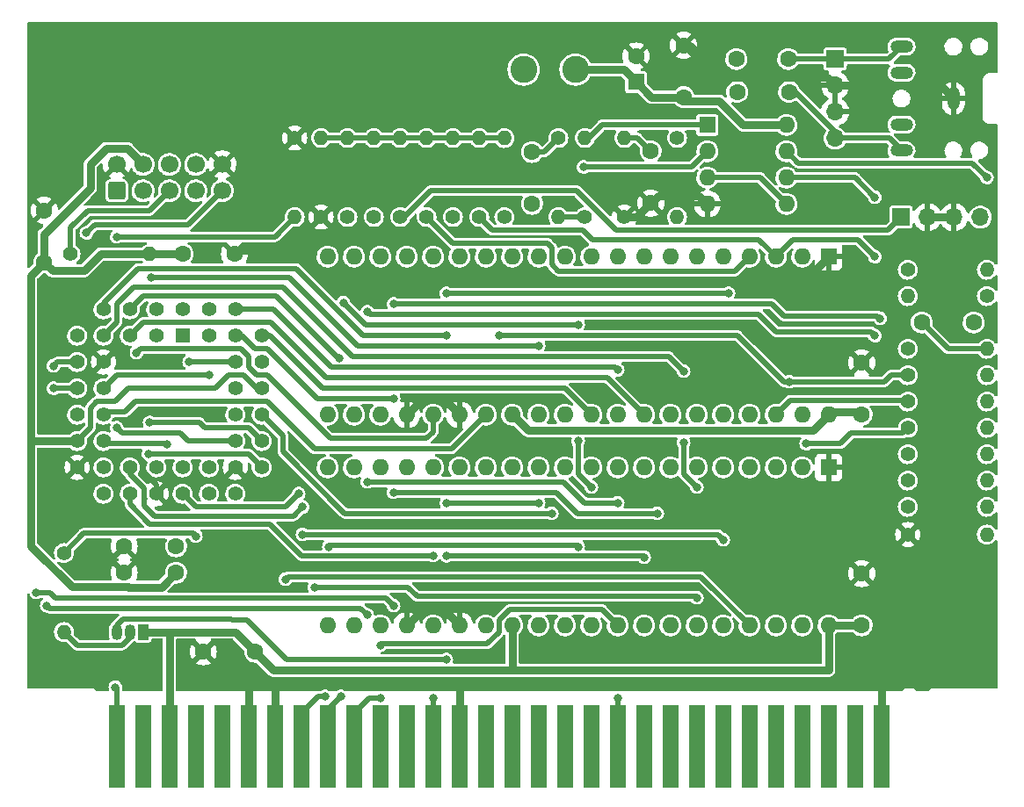
<source format=gbl>
%TF.GenerationSoftware,KiCad,Pcbnew,(6.0.11)*%
%TF.CreationDate,2023-01-30T22:43:52+07:00*%
%TF.ProjectId,TS_Ext_EPM3032,54535f45-7874-45f4-9550-4d333033322e,1.3*%
%TF.SameCoordinates,Original*%
%TF.FileFunction,Copper,L2,Bot*%
%TF.FilePolarity,Positive*%
%FSLAX46Y46*%
G04 Gerber Fmt 4.6, Leading zero omitted, Abs format (unit mm)*
G04 Created by KiCad (PCBNEW (6.0.11)) date 2023-01-30 22:43:52*
%MOMM*%
%LPD*%
G01*
G04 APERTURE LIST*
G04 Aperture macros list*
%AMRoundRect*
0 Rectangle with rounded corners*
0 $1 Rounding radius*
0 $2 $3 $4 $5 $6 $7 $8 $9 X,Y pos of 4 corners*
0 Add a 4 corners polygon primitive as box body*
4,1,4,$2,$3,$4,$5,$6,$7,$8,$9,$2,$3,0*
0 Add four circle primitives for the rounded corners*
1,1,$1+$1,$2,$3*
1,1,$1+$1,$4,$5*
1,1,$1+$1,$6,$7*
1,1,$1+$1,$8,$9*
0 Add four rect primitives between the rounded corners*
20,1,$1+$1,$2,$3,$4,$5,0*
20,1,$1+$1,$4,$5,$6,$7,0*
20,1,$1+$1,$6,$7,$8,$9,0*
20,1,$1+$1,$8,$9,$2,$3,0*%
G04 Aperture macros list end*
%TA.AperFunction,ComponentPad*%
%ADD10C,1.600000*%
%TD*%
%TA.AperFunction,ComponentPad*%
%ADD11R,1.050000X1.500000*%
%TD*%
%TA.AperFunction,ComponentPad*%
%ADD12O,1.050000X1.500000*%
%TD*%
%TA.AperFunction,ComponentPad*%
%ADD13C,1.400000*%
%TD*%
%TA.AperFunction,ComponentPad*%
%ADD14O,1.400000X1.400000*%
%TD*%
%TA.AperFunction,ComponentPad*%
%ADD15R,1.600000X1.600000*%
%TD*%
%TA.AperFunction,ComponentPad*%
%ADD16O,1.600000X1.600000*%
%TD*%
%TA.AperFunction,SMDPad,CuDef*%
%ADD17R,1.600000X8.000000*%
%TD*%
%TA.AperFunction,ComponentPad*%
%ADD18R,1.422400X1.422400*%
%TD*%
%TA.AperFunction,ComponentPad*%
%ADD19C,1.422400*%
%TD*%
%TA.AperFunction,ComponentPad*%
%ADD20O,2.200000X1.200000*%
%TD*%
%TA.AperFunction,ComponentPad*%
%ADD21O,1.200000X2.200000*%
%TD*%
%TA.AperFunction,ComponentPad*%
%ADD22RoundRect,0.250000X0.600000X-0.600000X0.600000X0.600000X-0.600000X0.600000X-0.600000X-0.600000X0*%
%TD*%
%TA.AperFunction,ComponentPad*%
%ADD23C,1.700000*%
%TD*%
%TA.AperFunction,ComponentPad*%
%ADD24C,2.600000*%
%TD*%
%TA.AperFunction,ComponentPad*%
%ADD25R,1.700000X1.700000*%
%TD*%
%TA.AperFunction,ComponentPad*%
%ADD26O,1.700000X1.700000*%
%TD*%
%TA.AperFunction,ViaPad*%
%ADD27C,0.800000*%
%TD*%
%TA.AperFunction,ViaPad*%
%ADD28C,1.000000*%
%TD*%
%TA.AperFunction,Conductor*%
%ADD29C,0.762000*%
%TD*%
%TA.AperFunction,Conductor*%
%ADD30C,0.508000*%
%TD*%
G04 APERTURE END LIST*
D10*
%TO.P,C4,1*%
%TO.N,+5V*%
X108585000Y-83820000D03*
%TO.P,C4,2*%
%TO.N,GND*%
X108585000Y-78820000D03*
%TD*%
D11*
%TO.P,Q1,1,C*%
%TO.N,+5V*%
X39370000Y-84455000D03*
D12*
%TO.P,Q1,2,B*%
%TO.N,Net-(Q1-Pad2)*%
X38100000Y-84455000D03*
%TO.P,Q1,3,E*%
%TO.N,/~{IORQGE}*%
X36830000Y-84455000D03*
%TD*%
D13*
%TO.P,R21,1*%
%TO.N,/VCCA*%
X90805000Y-36830000D03*
D14*
%TO.P,R21,2*%
%TO.N,Net-(C12-Pad1)*%
X90805000Y-44450000D03*
%TD*%
D15*
%TO.P,U4,1,VSS*%
%TO.N,GND*%
X105410000Y-68580000D03*
D16*
%TO.P,U4,2,NC*%
%TO.N,unconnected-(U4-Pad2)*%
X102870000Y-68580000D03*
%TO.P,U4,3,B*%
%TO.N,/YM_1_B*%
X100330000Y-68580000D03*
%TO.P,U4,4,A*%
%TO.N,/YM_1_A*%
X97790000Y-68580000D03*
%TO.P,U4,5,NC*%
%TO.N,unconnected-(U4-Pad5)*%
X95250000Y-68580000D03*
%TO.P,U4,6,IOB7*%
%TO.N,unconnected-(U4-Pad6)*%
X92710000Y-68580000D03*
%TO.P,U4,7,IOB6*%
%TO.N,unconnected-(U4-Pad7)*%
X90170000Y-68580000D03*
%TO.P,U4,8,IOB5*%
%TO.N,unconnected-(U4-Pad8)*%
X87630000Y-68580000D03*
%TO.P,U4,9,IOB4*%
%TO.N,unconnected-(U4-Pad9)*%
X85090000Y-68580000D03*
%TO.P,U4,10,IOB3*%
%TO.N,unconnected-(U4-Pad10)*%
X82550000Y-68580000D03*
%TO.P,U4,11,IOB2*%
%TO.N,unconnected-(U4-Pad11)*%
X80010000Y-68580000D03*
%TO.P,U4,12,IOB1*%
%TO.N,unconnected-(U4-Pad12)*%
X77470000Y-68580000D03*
%TO.P,U4,13,IOB0*%
%TO.N,unconnected-(U4-Pad13)*%
X74930000Y-68580000D03*
%TO.P,U4,14,IOA7*%
%TO.N,unconnected-(U4-Pad14)*%
X72390000Y-68580000D03*
%TO.P,U4,15,IOA6*%
%TO.N,unconnected-(U4-Pad15)*%
X69850000Y-68580000D03*
%TO.P,U4,16,IOA5*%
%TO.N,unconnected-(U4-Pad16)*%
X67310000Y-68580000D03*
%TO.P,U4,17,IOA4*%
%TO.N,unconnected-(U4-Pad17)*%
X64770000Y-68580000D03*
%TO.P,U4,18,IOA3*%
%TO.N,unconnected-(U4-Pad18)*%
X62230000Y-68580000D03*
%TO.P,U4,19,IOA2*%
%TO.N,unconnected-(U4-Pad19)*%
X59690000Y-68580000D03*
%TO.P,U4,20,IOA1*%
%TO.N,unconnected-(U4-Pad20)*%
X57150000Y-68580000D03*
%TO.P,U4,21,IOA0*%
%TO.N,unconnected-(U4-Pad21)*%
X57150000Y-83820000D03*
%TO.P,U4,22,CLOCK*%
%TO.N,/CLK350*%
X59690000Y-83820000D03*
%TO.P,U4,23,~{RESET}*%
%TO.N,/~{RESET}*%
X62230000Y-83820000D03*
%TO.P,U4,24,~{A9}*%
%TO.N,GND*%
X64770000Y-83820000D03*
%TO.P,U4,25,A8*%
%TO.N,/A8_1*%
X67310000Y-83820000D03*
%TO.P,U4,26,~{SEL}*%
%TO.N,GND*%
X69850000Y-83820000D03*
%TO.P,U4,27,BDIR*%
%TO.N,/BDIR*%
X72390000Y-83820000D03*
%TO.P,U4,28,BC2*%
%TO.N,+5V*%
X74930000Y-83820000D03*
%TO.P,U4,29,BC1*%
%TO.N,/BC1*%
X77470000Y-83820000D03*
%TO.P,U4,30,DA7*%
%TO.N,/D7*%
X80010000Y-83820000D03*
%TO.P,U4,31,DA6*%
%TO.N,/D6*%
X82550000Y-83820000D03*
%TO.P,U4,32,DA5*%
%TO.N,/D5*%
X85090000Y-83820000D03*
%TO.P,U4,33,DA4*%
%TO.N,/D4*%
X87630000Y-83820000D03*
%TO.P,U4,34,DA3*%
%TO.N,/D3*%
X90170000Y-83820000D03*
%TO.P,U4,35,DA2*%
%TO.N,/D2*%
X92710000Y-83820000D03*
%TO.P,U4,36,DA1*%
%TO.N,/D1*%
X95250000Y-83820000D03*
%TO.P,U4,37,DA0*%
%TO.N,/D0*%
X97790000Y-83820000D03*
%TO.P,U4,38,C*%
%TO.N,/YM_1_C*%
X100330000Y-83820000D03*
%TO.P,U4,39,TEST1*%
%TO.N,unconnected-(U4-Pad39)*%
X102870000Y-83820000D03*
%TO.P,U4,40,VCC*%
%TO.N,+5V*%
X105410000Y-83820000D03*
%TD*%
D17*
%TO.P,J3,b1,Pin_b1*%
%TO.N,/A14*%
X36830000Y-95478600D03*
%TO.P,J3,b2,Pin_b2*%
%TO.N,unconnected-(J3-Padb2)*%
X39370000Y-95478600D03*
%TO.P,J3,b3,Pin_b3*%
%TO.N,+5V*%
X41910000Y-95478600D03*
%TO.P,J3,b4,Pin_b4*%
%TO.N,unconnected-(J3-Padb4)*%
X44450000Y-95478600D03*
%TO.P,J3,b5,Pin_b5*%
%TO.N,unconnected-(J3-Padb5)*%
X46990000Y-95478600D03*
%TO.P,J3,b6,Pin_b6*%
%TO.N,GND*%
X49530000Y-95478600D03*
%TO.P,J3,b7,Pin_b7*%
X52070000Y-95478600D03*
%TO.P,J3,b8,Pin_b8*%
%TO.N,/CLK350*%
X54610000Y-95478600D03*
%TO.P,J3,b9,Pin_b9*%
%TO.N,/A0*%
X57150000Y-95478600D03*
%TO.P,J3,b10,Pin_b10*%
%TO.N,/A1*%
X59690000Y-95478600D03*
%TO.P,J3,b11,Pin_b11*%
%TO.N,unconnected-(J3-Padb11)*%
X62230000Y-95478600D03*
%TO.P,J3,b12,Pin_b12*%
%TO.N,unconnected-(J3-Padb12)*%
X64770000Y-95478600D03*
%TO.P,J3,b13,Pin_b13*%
%TO.N,/~{IORQGE}*%
X67310000Y-95478600D03*
%TO.P,J3,b14,Pin_b14*%
%TO.N,GND*%
X69850000Y-95478600D03*
%TO.P,J3,b15,Pin_b15*%
%TO.N,/~{RDR}*%
X72390000Y-95478600D03*
%TO.P,J3,b16,Pin_b16*%
%TO.N,unconnected-(J3-Padb16)*%
X74930000Y-95478600D03*
%TO.P,J3,b17,Pin_b17*%
%TO.N,unconnected-(J3-Padb17)*%
X77470000Y-95478600D03*
%TO.P,J3,b18,Pin_b18*%
%TO.N,unconnected-(J3-Padb18)*%
X80010000Y-95478600D03*
%TO.P,J3,b19,Pin_b19*%
%TO.N,unconnected-(J3-Padb19)*%
X82550000Y-95478600D03*
%TO.P,J3,b20,Pin_b20*%
%TO.N,/~{RESET}*%
X85090000Y-95478600D03*
%TO.P,J3,b21,Pin_b21*%
%TO.N,unconnected-(J3-Padb21)*%
X87630000Y-95478600D03*
%TO.P,J3,b22,Pin_b22*%
%TO.N,unconnected-(J3-Padb22)*%
X90170000Y-95478600D03*
%TO.P,J3,b23,Pin_b23*%
%TO.N,unconnected-(J3-Padb23)*%
X92710000Y-95478600D03*
%TO.P,J3,b24,Pin_b24*%
%TO.N,unconnected-(J3-Padb24)*%
X95250000Y-95478600D03*
%TO.P,J3,b25,Pin_b25*%
%TO.N,unconnected-(J3-Padb25)*%
X97790000Y-95478600D03*
%TO.P,J3,b26,Pin_b26*%
%TO.N,unconnected-(J3-Padb26)*%
X100330000Y-95478600D03*
%TO.P,J3,b27,Pin_b27*%
%TO.N,unconnected-(J3-Padb27)*%
X102870000Y-95478600D03*
%TO.P,J3,b28,Pin_b28*%
%TO.N,unconnected-(J3-Padb28)*%
X105410000Y-95478600D03*
%TO.P,J3,b29,Pin_b29*%
%TO.N,unconnected-(J3-Padb29)*%
X107950000Y-95478600D03*
%TO.P,J3,b30,Pin_b30*%
%TO.N,GND*%
X110490000Y-95478600D03*
%TD*%
D13*
%TO.P,R2,1*%
%TO.N,GND*%
X53975000Y-36830000D03*
D14*
%TO.P,R2,2*%
%TO.N,/TCK*%
X53975000Y-44450000D03*
%TD*%
D13*
%TO.P,R16,1*%
%TO.N,/TAPEOUT*%
X113030000Y-72390000D03*
D14*
%TO.P,R16,2*%
%TO.N,Net-(C11-Pad2)*%
X120650000Y-72390000D03*
%TD*%
D18*
%TO.P,U1,1,I/GCLRn*%
%TO.N,unconnected-(U1-Pad1)*%
X43180000Y-55880000D03*
D19*
%TO.P,U1,2,I/OE2*%
%TO.N,unconnected-(U1-Pad2)*%
X40640000Y-53340000D03*
%TO.P,U1,3,VCCINT*%
%TO.N,+3.3V*%
X40640000Y-55880000D03*
%TO.P,U1,4,IO*%
%TO.N,/~{RESET}*%
X38100000Y-53340000D03*
%TO.P,U1,5,IO*%
%TO.N,/D4*%
X38100000Y-55880000D03*
%TO.P,U1,6,IO*%
%TO.N,/~{IORQ}*%
X35560000Y-53340000D03*
%TO.P,U1,7,TDI*%
%TO.N,/TDI*%
X33020000Y-55880000D03*
%TO.P,U1,8,IO*%
%TO.N,/~{M1}*%
X35560000Y-55880000D03*
%TO.P,U1,9,IO*%
%TO.N,/A1*%
X33020000Y-58420000D03*
%TO.P,U1,10,GNDIO*%
%TO.N,GND*%
X35560000Y-58420000D03*
%TO.P,U1,11,IO*%
%TO.N,/A0*%
X33020000Y-60960000D03*
%TO.P,U1,12,IO*%
%TO.N,/~{WR}*%
X35560000Y-60960000D03*
%TO.P,U1,13,TMS*%
%TO.N,/TMS*%
X33020000Y-63500000D03*
%TO.P,U1,14,IO*%
%TO.N,/BDIR*%
X35560000Y-63500000D03*
%TO.P,U1,15,VCCIO*%
%TO.N,+3.3V*%
X33020000Y-66040000D03*
%TO.P,U1,16,IO*%
%TO.N,/BC1*%
X35560000Y-66040000D03*
%TO.P,U1,17,GNDIO*%
%TO.N,GND*%
X33020000Y-68580000D03*
%TO.P,U1,18,IO*%
%TO.N,unconnected-(U1-Pad18)*%
X35560000Y-71120000D03*
%TO.P,U1,19,IO*%
%TO.N,/A8_0*%
X35560000Y-68580000D03*
%TO.P,U1,20,IO*%
%TO.N,/A8_1*%
X38100000Y-71120000D03*
%TO.P,U1,21,IO*%
%TO.N,/BEEPER*%
X38100000Y-68580000D03*
%TO.P,U1,22,GNDINT*%
%TO.N,GND*%
X40640000Y-71120000D03*
%TO.P,U1,23,VCCINT*%
%TO.N,+3.3V*%
X40640000Y-68580000D03*
%TO.P,U1,24,IO*%
%TO.N,/TAPEOUT*%
X43180000Y-71120000D03*
%TO.P,U1,25,IO*%
%TO.N,unconnected-(U1-Pad25)*%
X43180000Y-68580000D03*
%TO.P,U1,26,IO*%
%TO.N,unconnected-(U1-Pad26)*%
X45720000Y-71120000D03*
%TO.P,U1,27,IO*%
%TO.N,/~{IORQGE33}*%
X45720000Y-68580000D03*
%TO.P,U1,28,IO*%
%TO.N,unconnected-(U1-Pad28)*%
X48260000Y-71120000D03*
%TO.P,U1,29,IO*%
%TO.N,/A14*%
X50800000Y-68580000D03*
%TO.P,U1,30,GNDIO*%
%TO.N,GND*%
X48260000Y-68580000D03*
%TO.P,U1,31,IO*%
%TO.N,/A15*%
X50800000Y-66040000D03*
%TO.P,U1,32,TCK*%
%TO.N,/TCK*%
X48260000Y-66040000D03*
%TO.P,U1,33,IO*%
%TO.N,/D7*%
X50800000Y-63500000D03*
%TO.P,U1,34,IO*%
%TO.N,/D0*%
X48260000Y-63500000D03*
%TO.P,U1,35,VCCIO*%
%TO.N,+3.3V*%
X50800000Y-60960000D03*
%TO.P,U1,36,GNDIO*%
%TO.N,GND*%
X48260000Y-60960000D03*
%TO.P,U1,37,IO*%
%TO.N,unconnected-(U1-Pad37)*%
X50800000Y-58420000D03*
%TO.P,U1,38,TDO*%
%TO.N,/TDO*%
X48260000Y-58420000D03*
%TO.P,U1,39,IO*%
%TO.N,/D6*%
X50800000Y-55880000D03*
%TO.P,U1,40,IO*%
%TO.N,/D5*%
X48260000Y-53340000D03*
%TO.P,U1,41,IO*%
%TO.N,/D3*%
X48260000Y-55880000D03*
%TO.P,U1,42,GNDINT*%
%TO.N,GND*%
X45720000Y-53340000D03*
%TO.P,U1,43,I/GCLK1*%
%TO.N,unconnected-(U1-Pad43)*%
X45720000Y-55880000D03*
%TO.P,U1,44,I/OE1*%
%TO.N,unconnected-(U1-Pad44)*%
X43180000Y-53340000D03*
%TD*%
D13*
%TO.P,R22,1*%
%TO.N,GND*%
X85725000Y-44450000D03*
D14*
%TO.P,R22,2*%
%TO.N,Net-(C12-Pad1)*%
X85725000Y-36830000D03*
%TD*%
D10*
%TO.P,C8,1*%
%TO.N,+3.3V*%
X29845000Y-48815000D03*
%TO.P,C8,2*%
%TO.N,GND*%
X29845000Y-43815000D03*
%TD*%
D13*
%TO.P,R25,1*%
%TO.N,/~{IORQGE33}*%
X31750000Y-76835000D03*
D14*
%TO.P,R25,2*%
%TO.N,Net-(Q1-Pad2)*%
X31750000Y-84455000D03*
%TD*%
D15*
%TO.P,U5,1*%
%TO.N,Net-(C13-Pad1)*%
X93726000Y-35560000D03*
D16*
%TO.P,U5,2,-*%
%TO.N,Net-(R19-Pad2)*%
X93726000Y-38100000D03*
%TO.P,U5,3,+*%
%TO.N,Net-(C12-Pad1)*%
X93726000Y-40640000D03*
%TO.P,U5,4,V-*%
%TO.N,GND*%
X93726000Y-43180000D03*
%TO.P,U5,5,+*%
%TO.N,Net-(C12-Pad1)*%
X101346000Y-43180000D03*
%TO.P,U5,6,-*%
%TO.N,Net-(R20-Pad2)*%
X101346000Y-40640000D03*
%TO.P,U5,7*%
%TO.N,Net-(C14-Pad2)*%
X101346000Y-38100000D03*
%TO.P,U5,8,V+*%
%TO.N,/VCCA*%
X101346000Y-35560000D03*
%TD*%
D20*
%TO.P,J5,R*%
%TO.N,/ROUT*%
X112420000Y-38020000D03*
%TO.P,J5,RN*%
%TO.N,unconnected-(J5-PadRN)*%
X112420000Y-35520000D03*
D21*
%TO.P,J5,S*%
%TO.N,GND*%
X117420000Y-33020000D03*
D20*
%TO.P,J5,T*%
%TO.N,/LOUT*%
X112420000Y-28020000D03*
%TO.P,J5,TN*%
%TO.N,unconnected-(J5-PadTN)*%
X112420000Y-30520000D03*
%TD*%
D22*
%TO.P,J1,1,Pin_1*%
%TO.N,/TCK*%
X36830000Y-41910000D03*
D23*
%TO.P,J1,2,Pin_2*%
%TO.N,GND*%
X36830000Y-39370000D03*
%TO.P,J1,3,Pin_3*%
%TO.N,/TDO*%
X39370000Y-41910000D03*
%TO.P,J1,4,Pin_4*%
%TO.N,+3.3V*%
X39370000Y-39370000D03*
%TO.P,J1,5,Pin_5*%
%TO.N,/TMS*%
X41910000Y-41910000D03*
%TO.P,J1,6,Pin_6*%
%TO.N,unconnected-(J1-Pad6)*%
X41910000Y-39370000D03*
%TO.P,J1,7,Pin_7*%
%TO.N,unconnected-(J1-Pad7)*%
X44450000Y-41910000D03*
%TO.P,J1,8,Pin_8*%
%TO.N,unconnected-(J1-Pad8)*%
X44450000Y-39370000D03*
%TO.P,J1,9,Pin_9*%
%TO.N,/TDI*%
X46990000Y-41910000D03*
%TO.P,J1,10,Pin_10*%
%TO.N,GND*%
X46990000Y-39370000D03*
%TD*%
D13*
%TO.P,R24,1*%
%TO.N,Net-(R20-Pad2)*%
X113030000Y-49530000D03*
D14*
%TO.P,R24,2*%
%TO.N,Net-(C14-Pad2)*%
X120650000Y-49530000D03*
%TD*%
D24*
%TO.P,L1,1,1*%
%TO.N,/VCCA*%
X81026000Y-30226000D03*
%TO.P,L1,2,2*%
%TO.N,+5V*%
X76026000Y-30226000D03*
%TD*%
D13*
%TO.P,R11,1*%
%TO.N,/YM_1_B*%
X113030000Y-59690000D03*
D14*
%TO.P,R11,2*%
%TO.N,Net-(C11-Pad2)*%
X120650000Y-59690000D03*
%TD*%
D15*
%TO.P,U3,1,VSS*%
%TO.N,GND*%
X105410000Y-48260000D03*
D16*
%TO.P,U3,2,NC*%
%TO.N,unconnected-(U3-Pad2)*%
X102870000Y-48260000D03*
%TO.P,U3,3,B*%
%TO.N,/YM_0_B*%
X100330000Y-48260000D03*
%TO.P,U3,4,A*%
%TO.N,/YM_0_A*%
X97790000Y-48260000D03*
%TO.P,U3,5,NC*%
%TO.N,unconnected-(U3-Pad5)*%
X95250000Y-48260000D03*
%TO.P,U3,6,IOB7*%
%TO.N,unconnected-(U3-Pad6)*%
X92710000Y-48260000D03*
%TO.P,U3,7,IOB6*%
%TO.N,unconnected-(U3-Pad7)*%
X90170000Y-48260000D03*
%TO.P,U3,8,IOB5*%
%TO.N,unconnected-(U3-Pad8)*%
X87630000Y-48260000D03*
%TO.P,U3,9,IOB4*%
%TO.N,unconnected-(U3-Pad9)*%
X85090000Y-48260000D03*
%TO.P,U3,10,IOB3*%
%TO.N,unconnected-(U3-Pad10)*%
X82550000Y-48260000D03*
%TO.P,U3,11,IOB2*%
%TO.N,unconnected-(U3-Pad11)*%
X80010000Y-48260000D03*
%TO.P,U3,12,IOB1*%
%TO.N,unconnected-(U3-Pad12)*%
X77470000Y-48260000D03*
%TO.P,U3,13,IOB0*%
%TO.N,unconnected-(U3-Pad13)*%
X74930000Y-48260000D03*
%TO.P,U3,14,IOA7*%
%TO.N,unconnected-(U3-Pad14)*%
X72390000Y-48260000D03*
%TO.P,U3,15,IOA6*%
%TO.N,unconnected-(U3-Pad15)*%
X69850000Y-48260000D03*
%TO.P,U3,16,IOA5*%
%TO.N,unconnected-(U3-Pad16)*%
X67310000Y-48260000D03*
%TO.P,U3,17,IOA4*%
%TO.N,unconnected-(U3-Pad17)*%
X64770000Y-48260000D03*
%TO.P,U3,18,IOA3*%
%TO.N,unconnected-(U3-Pad18)*%
X62230000Y-48260000D03*
%TO.P,U3,19,IOA2*%
%TO.N,unconnected-(U3-Pad19)*%
X59690000Y-48260000D03*
%TO.P,U3,20,IOA1*%
%TO.N,unconnected-(U3-Pad20)*%
X57150000Y-48260000D03*
%TO.P,U3,21,IOA0*%
%TO.N,unconnected-(U3-Pad21)*%
X57150000Y-63500000D03*
%TO.P,U3,22,CLOCK*%
%TO.N,/CLK350*%
X59690000Y-63500000D03*
%TO.P,U3,23,~{RESET}*%
%TO.N,/~{RESET}*%
X62230000Y-63500000D03*
%TO.P,U3,24,~{A9}*%
%TO.N,GND*%
X64770000Y-63500000D03*
%TO.P,U3,25,A8*%
%TO.N,/A8_0*%
X67310000Y-63500000D03*
%TO.P,U3,26,~{SEL}*%
%TO.N,GND*%
X69850000Y-63500000D03*
%TO.P,U3,27,BDIR*%
%TO.N,/BDIR*%
X72390000Y-63500000D03*
%TO.P,U3,28,BC2*%
%TO.N,+5V*%
X74930000Y-63500000D03*
%TO.P,U3,29,BC1*%
%TO.N,/BC1*%
X77470000Y-63500000D03*
%TO.P,U3,30,DA7*%
%TO.N,/D7*%
X80010000Y-63500000D03*
%TO.P,U3,31,DA6*%
%TO.N,/D6*%
X82550000Y-63500000D03*
%TO.P,U3,32,DA5*%
%TO.N,/D5*%
X85090000Y-63500000D03*
%TO.P,U3,33,DA4*%
%TO.N,/D4*%
X87630000Y-63500000D03*
%TO.P,U3,34,DA3*%
%TO.N,/D3*%
X90170000Y-63500000D03*
%TO.P,U3,35,DA2*%
%TO.N,/D2*%
X92710000Y-63500000D03*
%TO.P,U3,36,DA1*%
%TO.N,/D1*%
X95250000Y-63500000D03*
%TO.P,U3,37,DA0*%
%TO.N,/D0*%
X97790000Y-63500000D03*
%TO.P,U3,38,C*%
%TO.N,/YM_0_C*%
X100330000Y-63500000D03*
%TO.P,U3,39,TEST1*%
%TO.N,unconnected-(U3-Pad39)*%
X102870000Y-63500000D03*
%TO.P,U3,40,VCC*%
%TO.N,+5V*%
X105410000Y-63500000D03*
%TD*%
D25*
%TO.P,J4,1,Pin_1*%
%TO.N,/LOUT*%
X106045000Y-29220000D03*
D26*
%TO.P,J4,2,Pin_2*%
%TO.N,GND*%
X106045000Y-31760000D03*
%TO.P,J4,3,Pin_3*%
X106045000Y-34300000D03*
%TO.P,J4,4,Pin_4*%
%TO.N,/ROUT*%
X106045000Y-36840000D03*
%TD*%
D10*
%TO.P,C5,1*%
%TO.N,+5V*%
X50165000Y-86360000D03*
%TO.P,C5,2*%
%TO.N,GND*%
X45165000Y-86360000D03*
%TD*%
D15*
%TO.P,C1,1*%
%TO.N,/VCCA*%
X86868000Y-31431113D03*
D10*
%TO.P,C1,2*%
%TO.N,GND*%
X86868000Y-28931113D03*
%TD*%
D13*
%TO.P,R8,1*%
%TO.N,/YM_0_B*%
X71755000Y-44450000D03*
D14*
%TO.P,R8,2*%
%TO.N,Net-(C10-Pad1)*%
X71755000Y-36830000D03*
%TD*%
D13*
%TO.P,R12,1*%
%TO.N,/YM_0_C*%
X113030000Y-62230000D03*
D14*
%TO.P,R12,2*%
%TO.N,Net-(C11-Pad2)*%
X120650000Y-62230000D03*
%TD*%
D13*
%TO.P,R13,1*%
%TO.N,/YM_1_C*%
X113030000Y-64770000D03*
D14*
%TO.P,R13,2*%
%TO.N,Net-(C11-Pad2)*%
X120650000Y-64770000D03*
%TD*%
D10*
%TO.P,C6,1*%
%TO.N,+3.3V*%
X42545000Y-78740000D03*
%TO.P,C6,2*%
%TO.N,GND*%
X37545000Y-78740000D03*
%TD*%
%TO.P,C9,1*%
%TO.N,+3.3V*%
X42545000Y-76200000D03*
%TO.P,C9,2*%
%TO.N,GND*%
X37545000Y-76200000D03*
%TD*%
D13*
%TO.P,R18,1*%
%TO.N,GND*%
X56515000Y-44450000D03*
D14*
%TO.P,R18,2*%
%TO.N,Net-(C10-Pad1)*%
X56515000Y-36830000D03*
%TD*%
D13*
%TO.P,R15,1*%
%TO.N,/BEEPER*%
X113030000Y-69850000D03*
D14*
%TO.P,R15,2*%
%TO.N,Net-(C11-Pad2)*%
X120650000Y-69850000D03*
%TD*%
D10*
%TO.P,C7,1*%
%TO.N,+3.3V*%
X43180000Y-48006000D03*
%TO.P,C7,2*%
%TO.N,GND*%
X48180000Y-48006000D03*
%TD*%
%TO.P,C12,1*%
%TO.N,Net-(C12-Pad1)*%
X88265000Y-38100000D03*
%TO.P,C12,2*%
%TO.N,GND*%
X88265000Y-43100000D03*
%TD*%
D13*
%TO.P,R9,1*%
%TO.N,/YM_1_B*%
X74168000Y-44450000D03*
D14*
%TO.P,R9,2*%
%TO.N,Net-(C10-Pad1)*%
X74168000Y-36830000D03*
%TD*%
D13*
%TO.P,R7,1*%
%TO.N,/YM_1_A*%
X69215000Y-44450000D03*
D14*
%TO.P,R7,2*%
%TO.N,Net-(C10-Pad1)*%
X69215000Y-36830000D03*
%TD*%
D13*
%TO.P,R6,1*%
%TO.N,/YM_0_A*%
X66675000Y-44450000D03*
D14*
%TO.P,R6,2*%
%TO.N,Net-(C10-Pad1)*%
X66675000Y-36830000D03*
%TD*%
D10*
%TO.P,C2,1*%
%TO.N,/VCCA*%
X91440000Y-32893000D03*
%TO.P,C2,2*%
%TO.N,GND*%
X91440000Y-27893000D03*
%TD*%
%TO.P,C11,1*%
%TO.N,Net-(C11-Pad1)*%
X119380000Y-54610000D03*
%TO.P,C11,2*%
%TO.N,Net-(C11-Pad2)*%
X114380000Y-54610000D03*
%TD*%
D13*
%TO.P,R14,1*%
%TO.N,/CDINR*%
X113030000Y-67310000D03*
D14*
%TO.P,R14,2*%
%TO.N,Net-(C11-Pad2)*%
X120650000Y-67310000D03*
%TD*%
D13*
%TO.P,R4,1*%
%TO.N,/BEEPER*%
X61595000Y-44450000D03*
D14*
%TO.P,R4,2*%
%TO.N,Net-(C10-Pad1)*%
X61595000Y-36830000D03*
%TD*%
D10*
%TO.P,C3,1*%
%TO.N,+5V*%
X108585000Y-63500000D03*
%TO.P,C3,2*%
%TO.N,GND*%
X108585000Y-58500000D03*
%TD*%
D13*
%TO.P,R23,1*%
%TO.N,Net-(R19-Pad2)*%
X81915000Y-44450000D03*
D14*
%TO.P,R23,2*%
%TO.N,Net-(C13-Pad1)*%
X81915000Y-36830000D03*
%TD*%
D13*
%TO.P,R10,1*%
%TO.N,/YM_0_B*%
X113030000Y-57150000D03*
D14*
%TO.P,R10,2*%
%TO.N,Net-(C11-Pad2)*%
X120650000Y-57150000D03*
%TD*%
D10*
%TO.P,C13,1*%
%TO.N,Net-(C13-Pad1)*%
X96520000Y-29210000D03*
%TO.P,C13,2*%
%TO.N,/LOUT*%
X101520000Y-29210000D03*
%TD*%
D25*
%TO.P,J2,1,Pin_1*%
%TO.N,/CDINL*%
X112395000Y-44450000D03*
D26*
%TO.P,J2,2,Pin_2*%
%TO.N,GND*%
X114935000Y-44450000D03*
%TO.P,J2,3,Pin_3*%
X117475000Y-44450000D03*
%TO.P,J2,4,Pin_4*%
%TO.N,/CDINR*%
X120015000Y-44450000D03*
%TD*%
D13*
%TO.P,R3,1*%
%TO.N,/TAPEOUT*%
X59055000Y-44450000D03*
D14*
%TO.P,R3,2*%
%TO.N,Net-(C10-Pad1)*%
X59055000Y-36830000D03*
%TD*%
D13*
%TO.P,R17,1*%
%TO.N,GND*%
X113030000Y-75057000D03*
D14*
%TO.P,R17,2*%
%TO.N,Net-(C11-Pad2)*%
X120650000Y-75057000D03*
%TD*%
D13*
%TO.P,R1,1*%
%TO.N,/TMS*%
X32385000Y-48006000D03*
D14*
%TO.P,R1,2*%
%TO.N,+3.3V*%
X40005000Y-48006000D03*
%TD*%
D10*
%TO.P,C14,1*%
%TO.N,/ROUT*%
X101600000Y-32385000D03*
%TO.P,C14,2*%
%TO.N,Net-(C14-Pad2)*%
X96600000Y-32385000D03*
%TD*%
D13*
%TO.P,R5,1*%
%TO.N,/CDINL*%
X64135000Y-44450000D03*
D14*
%TO.P,R5,2*%
%TO.N,Net-(C10-Pad1)*%
X64135000Y-36830000D03*
%TD*%
D13*
%TO.P,R20,1*%
%TO.N,Net-(C11-Pad1)*%
X120650000Y-52070000D03*
D14*
%TO.P,R20,2*%
%TO.N,Net-(R20-Pad2)*%
X113030000Y-52070000D03*
%TD*%
D13*
%TO.P,R19,1*%
%TO.N,Net-(C10-Pad2)*%
X79375000Y-36830000D03*
D14*
%TO.P,R19,2*%
%TO.N,Net-(R19-Pad2)*%
X79375000Y-44450000D03*
%TD*%
D10*
%TO.P,C10,1*%
%TO.N,Net-(C10-Pad1)*%
X76835000Y-43180000D03*
%TO.P,C10,2*%
%TO.N,Net-(C10-Pad2)*%
X76835000Y-38180000D03*
%TD*%
D27*
%TO.N,GND*%
X110490000Y-89535000D03*
X70485000Y-43180000D03*
X40640000Y-29210000D03*
X99060000Y-80645000D03*
X81280000Y-86360000D03*
X91440000Y-86360000D03*
X66040000Y-72136000D03*
X40640000Y-34290000D03*
X62230000Y-71882000D03*
X71120000Y-29210000D03*
X71120000Y-39370000D03*
X102870000Y-80645000D03*
X119380000Y-73660000D03*
X83185000Y-61468000D03*
X62230000Y-51689000D03*
X119380000Y-58420000D03*
X46609000Y-63754000D03*
X40005000Y-58547000D03*
D28*
X46355000Y-89535000D03*
D27*
X30480000Y-34290000D03*
X56515000Y-73025000D03*
X60960000Y-34290000D03*
X50800000Y-29210000D03*
X99695000Y-26670000D03*
X30480000Y-29210000D03*
X93980000Y-59055000D03*
D28*
X64897000Y-50165000D03*
D27*
X59690000Y-71374000D03*
X88900000Y-86360000D03*
X39370000Y-88900000D03*
X101600000Y-86360000D03*
X114300000Y-80645000D03*
X30480000Y-87630000D03*
X99822000Y-30988000D03*
X114300000Y-68580000D03*
X62103000Y-46482000D03*
X99060000Y-43180000D03*
X96520000Y-36830000D03*
X60960000Y-29210000D03*
X37719000Y-58420000D03*
X119380000Y-50800000D03*
X50800000Y-34290000D03*
X60960000Y-39370000D03*
X79121000Y-56896000D03*
X73660000Y-86360000D03*
X90170000Y-70485000D03*
X104775000Y-51435000D03*
X96520000Y-86360000D03*
X71120000Y-34290000D03*
D28*
X64730773Y-89495773D03*
D27*
X104140000Y-57150000D03*
%TO.N,Net-(C14-Pad2)*%
X120650000Y-40640000D03*
%TO.N,/TCK*%
X36830000Y-64770000D03*
X36830000Y-46355000D03*
%TO.N,/TDO*%
X43815000Y-58420000D03*
%TO.N,/TDI*%
X33909000Y-45974000D03*
%TO.N,/~{IORQGE}*%
X68580000Y-87122000D03*
X67310000Y-90805000D03*
%TO.N,/TAPEOUT*%
X60960000Y-53594000D03*
X109855000Y-55880000D03*
X54356000Y-71120000D03*
%TO.N,/BEEPER*%
X110363000Y-54229000D03*
X54737000Y-72390000D03*
X63500000Y-52832000D03*
%TO.N,Net-(R19-Pad2)*%
X81788000Y-39624000D03*
%TO.N,Net-(R20-Pad2)*%
X109855000Y-42545000D03*
%TO.N,/~{RESET}*%
X60960000Y-69977000D03*
X85090000Y-90805000D03*
X58293000Y-58039000D03*
X85090000Y-72009000D03*
%TO.N,/D4*%
X68596000Y-77105000D03*
X87630000Y-77251500D03*
%TO.N,/~{IORQ}*%
X68596000Y-72025000D03*
X68580000Y-55880000D03*
X77470000Y-72009000D03*
%TO.N,/~{M1}*%
X91440000Y-59309000D03*
X92710000Y-70485000D03*
X91440000Y-66167000D03*
%TO.N,/A1*%
X62230000Y-90805000D03*
X63500000Y-81915000D03*
X29083000Y-80645000D03*
X30734000Y-58801000D03*
%TO.N,/A0*%
X30734000Y-60960000D03*
X58420000Y-90678000D03*
X30099000Y-81915000D03*
X60960000Y-82804000D03*
%TO.N,/~{WR}*%
X81280000Y-54864000D03*
X58674000Y-52705000D03*
X45720000Y-59690000D03*
X82550000Y-70485000D03*
X81280000Y-66040000D03*
%TO.N,/BC1*%
X40132000Y-50292000D03*
X41656000Y-66331500D03*
X77470000Y-56896000D03*
%TO.N,/A8_0*%
X38735000Y-57531000D03*
%TO.N,/A8_1*%
X67310000Y-77089000D03*
%TO.N,/A14*%
X36703000Y-89789000D03*
X39878000Y-67310000D03*
%TO.N,/A15*%
X40005000Y-64262000D03*
%TO.N,/D7*%
X78740000Y-73025000D03*
%TO.N,/D0*%
X53086000Y-79375000D03*
%TO.N,/D6*%
X81280000Y-76237500D03*
X57277000Y-76235500D03*
%TO.N,/D5*%
X85090000Y-59182000D03*
X62230000Y-85725000D03*
%TO.N,/D3*%
X63500000Y-70993000D03*
X88900000Y-73025000D03*
X63500000Y-61976000D03*
%TO.N,/CLK350*%
X56896000Y-90678000D03*
%TO.N,/D2*%
X92710000Y-81153000D03*
X55880000Y-80137000D03*
%TO.N,/D1*%
X54737000Y-75057000D03*
X95250000Y-75565000D03*
%TO.N,/YM_0_B*%
X109855000Y-48260000D03*
%TO.N,/YM_1_A*%
X68580000Y-51816000D03*
X95758000Y-51816000D03*
%TO.N,/YM_1_B*%
X73660000Y-55880000D03*
X101600000Y-60325000D03*
%TO.N,/YM_1_C*%
X103251000Y-66294000D03*
%TO.N,/~{IORQGE33}*%
X44450000Y-75219500D03*
%TD*%
D29*
%TO.N,/VCCA*%
X86868000Y-31431113D02*
X88329887Y-32893000D01*
X91440000Y-32893000D02*
X91821000Y-33274000D01*
X91821000Y-33274000D02*
X94869000Y-33274000D01*
X88329887Y-32893000D02*
X91440000Y-32893000D01*
X94869000Y-33274000D02*
X97165000Y-35570000D01*
X85662887Y-30226000D02*
X86868000Y-31431113D01*
X97165000Y-35570000D02*
X101336000Y-35570000D01*
X81026000Y-30226000D02*
X85662887Y-30226000D01*
%TO.N,GND*%
X68326000Y-61976000D02*
X69850000Y-63500000D01*
X110490000Y-89535000D02*
X110490000Y-95478600D01*
D30*
X33020000Y-68580000D02*
X34290000Y-67310000D01*
D29*
X110490000Y-89535000D02*
X69850000Y-89535000D01*
X64730773Y-89495773D02*
X64691546Y-89535000D01*
X99838000Y-31004000D02*
X105289000Y-31004000D01*
D30*
X41910000Y-69850000D02*
X46990000Y-69850000D01*
D29*
X64691546Y-89535000D02*
X52705000Y-89535000D01*
X116160000Y-31760000D02*
X117420000Y-33020000D01*
X64897000Y-50165000D02*
X65405000Y-50673000D01*
X66294000Y-82296000D02*
X68326000Y-82296000D01*
X105289000Y-31004000D02*
X106045000Y-31760000D01*
X48561000Y-47625000D02*
X48180000Y-48006000D01*
X64730773Y-89495773D02*
X64770000Y-89535000D01*
D30*
X40640000Y-70231000D02*
X40640000Y-71120000D01*
D29*
X99822000Y-30988000D02*
X99838000Y-31004000D01*
X49530000Y-89535000D02*
X49530000Y-95478600D01*
X114935000Y-44450000D02*
X117475000Y-44450000D01*
X85725000Y-44450000D02*
X86915000Y-44450000D01*
X86915000Y-44450000D02*
X88265000Y-43100000D01*
X64770000Y-63500000D02*
X66294000Y-61976000D01*
X64770000Y-89535000D02*
X69850000Y-89535000D01*
X49530000Y-89535000D02*
X52070000Y-89535000D01*
X47498000Y-89535000D02*
X49530000Y-89535000D01*
X66294000Y-61976000D02*
X68326000Y-61976000D01*
D30*
X40640000Y-71120000D02*
X41910000Y-69850000D01*
D29*
X93726000Y-43180000D02*
X92924000Y-42378000D01*
X52070000Y-95478600D02*
X52070000Y-89535000D01*
D30*
X38608000Y-67310000D02*
X39370000Y-68072000D01*
X46990000Y-69850000D02*
X48260000Y-68580000D01*
X39370000Y-68072000D02*
X39370000Y-68961000D01*
D29*
X65405000Y-50673000D02*
X102997000Y-50673000D01*
X54229000Y-47625000D02*
X48561000Y-47625000D01*
X68326000Y-82296000D02*
X69850000Y-83820000D01*
X47498000Y-89535000D02*
X46355000Y-89535000D01*
X88987000Y-42378000D02*
X88265000Y-43100000D01*
X106045000Y-31760000D02*
X116160000Y-31760000D01*
X69850000Y-95478600D02*
X69850000Y-89535000D01*
X64897000Y-50165000D02*
X56769000Y-50165000D01*
D30*
X34290000Y-67310000D02*
X38608000Y-67310000D01*
D29*
X92075000Y-27893000D02*
X95170000Y-30988000D01*
X92924000Y-42378000D02*
X88987000Y-42378000D01*
X64770000Y-83820000D02*
X66294000Y-82296000D01*
X102997000Y-50673000D02*
X105410000Y-48260000D01*
X95170000Y-30988000D02*
X99822000Y-30988000D01*
X91440000Y-27893000D02*
X92075000Y-27893000D01*
X56769000Y-50165000D02*
X54229000Y-47625000D01*
D30*
X39370000Y-68961000D02*
X40640000Y-70231000D01*
D29*
%TO.N,+5V*%
X51943000Y-88138000D02*
X74930000Y-88138000D01*
X105410000Y-88138000D02*
X105410000Y-83820000D01*
X74930000Y-63500000D02*
X76454000Y-65024000D01*
X103886000Y-65024000D02*
X105410000Y-63500000D01*
X41910000Y-84455000D02*
X39370000Y-84455000D01*
X74930000Y-83820000D02*
X74930000Y-88138000D01*
X50165000Y-86360000D02*
X51943000Y-88138000D01*
X50165000Y-86360000D02*
X48260000Y-84455000D01*
X48260000Y-84455000D02*
X39370000Y-84455000D01*
X41910000Y-95478600D02*
X41910000Y-84455000D01*
X74930000Y-88138000D02*
X105410000Y-88138000D01*
X108331000Y-63246000D02*
X105664000Y-63246000D01*
X76454000Y-65024000D02*
X103886000Y-65024000D01*
X105410000Y-83820000D02*
X108545000Y-83820000D01*
D30*
%TO.N,+3.3V*%
X50292000Y-60960000D02*
X49022000Y-59690000D01*
D29*
X32496000Y-80121000D02*
X28521000Y-76146000D01*
X37957000Y-80121000D02*
X32496000Y-80121000D01*
D30*
X34290000Y-64770000D02*
X33020000Y-66040000D01*
D29*
X37973000Y-80137000D02*
X37957000Y-80121000D01*
D30*
X46355000Y-60960000D02*
X37916868Y-60960000D01*
D29*
X34290000Y-39370000D02*
X35814000Y-37846000D01*
X29845000Y-46101000D02*
X34290000Y-41656000D01*
D30*
X37916868Y-60960000D02*
X36646868Y-62230000D01*
X34290000Y-62865000D02*
X34290000Y-64770000D01*
X49022000Y-59690000D02*
X47625000Y-59690000D01*
X50800000Y-60960000D02*
X50292000Y-60960000D01*
D29*
X35306000Y-48006000D02*
X33697001Y-49614999D01*
X30644999Y-49614999D02*
X29845000Y-48815000D01*
X35814000Y-37846000D02*
X37846000Y-37846000D01*
X28521000Y-76146000D02*
X28521000Y-66167000D01*
X29845000Y-48815000D02*
X29845000Y-46101000D01*
X33697001Y-49614999D02*
X30644999Y-49614999D01*
X41148000Y-80137000D02*
X37973000Y-80137000D01*
X42545000Y-78740000D02*
X41148000Y-80137000D01*
X40005000Y-48006000D02*
X35306000Y-48006000D01*
X28521000Y-66167000D02*
X28648000Y-66040000D01*
D30*
X34925000Y-62230000D02*
X34290000Y-62865000D01*
D29*
X28648000Y-66040000D02*
X33020000Y-66040000D01*
D30*
X36646868Y-62230000D02*
X34925000Y-62230000D01*
D29*
X34290000Y-41656000D02*
X34290000Y-39370000D01*
X37846000Y-37846000D02*
X39370000Y-39370000D01*
X29845000Y-48815000D02*
X28521000Y-50139000D01*
X43180000Y-48006000D02*
X40005000Y-48006000D01*
X28521000Y-50139000D02*
X28521000Y-66167000D01*
D30*
X47625000Y-59690000D02*
X46355000Y-60960000D01*
%TO.N,Net-(C11-Pad2)*%
X116920000Y-57150000D02*
X114380000Y-54610000D01*
X120650000Y-57150000D02*
X116920000Y-57150000D01*
%TO.N,Net-(C12-Pad1)*%
X85725000Y-36830000D02*
X86995000Y-36830000D01*
X86995000Y-36830000D02*
X88265000Y-38100000D01*
X98806000Y-40640000D02*
X101346000Y-43180000D01*
X93726000Y-40640000D02*
X98806000Y-40640000D01*
%TO.N,Net-(C13-Pad1)*%
X83556000Y-35570000D02*
X93716000Y-35570000D01*
X82296000Y-36830000D02*
X83556000Y-35570000D01*
%TO.N,/LOUT*%
X106045000Y-29220000D02*
X101530000Y-29220000D01*
X106045000Y-29220000D02*
X111220000Y-29220000D01*
X111220000Y-29220000D02*
X112420000Y-28020000D01*
%TO.N,/ROUT*%
X102235000Y-32385000D02*
X101600000Y-32385000D01*
X106045000Y-36840000D02*
X106045000Y-36195000D01*
X106045000Y-36840000D02*
X111240000Y-36840000D01*
X111240000Y-36840000D02*
X112420000Y-38020000D01*
X106045000Y-36195000D02*
X102235000Y-32385000D01*
%TO.N,Net-(C14-Pad2)*%
X119253000Y-39243000D02*
X102489000Y-39243000D01*
X102489000Y-39243000D02*
X101346000Y-38100000D01*
X120650000Y-40640000D02*
X119253000Y-39243000D01*
%TO.N,/TCK*%
X53975000Y-44450000D02*
X52070000Y-46355000D01*
X43688000Y-66040000D02*
X48260000Y-66040000D01*
X37338000Y-65278000D02*
X42926000Y-65278000D01*
X52070000Y-46355000D02*
X36830000Y-46355000D01*
X36830000Y-64770000D02*
X37338000Y-65278000D01*
X42926000Y-65278000D02*
X43688000Y-66040000D01*
%TO.N,/TDO*%
X43815000Y-58420000D02*
X48260000Y-58420000D01*
%TO.N,/TMS*%
X32385000Y-45466000D02*
X32385000Y-48006000D01*
X40005000Y-43815000D02*
X34036000Y-43815000D01*
X41910000Y-41910000D02*
X40005000Y-43815000D01*
X34036000Y-43815000D02*
X32385000Y-45466000D01*
%TO.N,/TDI*%
X34725000Y-45158000D02*
X43742000Y-45158000D01*
X43742000Y-45158000D02*
X46990000Y-41910000D01*
X33909000Y-45974000D02*
X34725000Y-45158000D01*
%TO.N,/CDINL*%
X111125000Y-45720000D02*
X84963000Y-45720000D01*
X112395000Y-44450000D02*
X111125000Y-45720000D01*
X81153000Y-41910000D02*
X67056000Y-41910000D01*
X84963000Y-45720000D02*
X81153000Y-41910000D01*
X67056000Y-41910000D02*
X64516000Y-44450000D01*
%TO.N,Net-(Q1-Pad2)*%
X31750000Y-84455000D02*
X33020000Y-85725000D01*
X38100000Y-84963000D02*
X38100000Y-84455000D01*
X33020000Y-85725000D02*
X37338000Y-85725000D01*
X37338000Y-85725000D02*
X38100000Y-84963000D01*
%TO.N,Net-(C10-Pad1)*%
X56515000Y-36830000D02*
X74168000Y-36830000D01*
%TO.N,/~{IORQGE}*%
X67310000Y-90805000D02*
X67310000Y-95478600D01*
X49349000Y-83258000D02*
X47966737Y-83258000D01*
X47966737Y-83258000D02*
X47893737Y-83185000D01*
X68580000Y-87122000D02*
X53213000Y-87122000D01*
X47893737Y-83185000D02*
X37465000Y-83185000D01*
X53213000Y-87122000D02*
X49349000Y-83258000D01*
X36830000Y-83820000D02*
X36830000Y-84455000D01*
X37465000Y-83185000D02*
X36830000Y-83820000D01*
%TO.N,/TAPEOUT*%
X53086000Y-72390000D02*
X44450000Y-72390000D01*
X44450000Y-72390000D02*
X43180000Y-71120000D01*
X54356000Y-71120000D02*
X53086000Y-72390000D01*
X60960000Y-53594000D02*
X61214000Y-53848000D01*
X109474000Y-55499000D02*
X109855000Y-55880000D01*
X98679000Y-53848000D02*
X100330000Y-55499000D01*
X61214000Y-53848000D02*
X98679000Y-53848000D01*
X100330000Y-55499000D02*
X109474000Y-55499000D01*
%TO.N,/BEEPER*%
X39497000Y-72263000D02*
X40513000Y-73279000D01*
X110109000Y-53975000D02*
X110363000Y-54229000D01*
X39474800Y-70637358D02*
X39474800Y-71493536D01*
X53848000Y-73279000D02*
X54737000Y-72390000D01*
X39497000Y-71628000D02*
X39497000Y-72263000D01*
X38100000Y-69262558D02*
X39474800Y-70637358D01*
X101092000Y-53975000D02*
X110109000Y-53975000D01*
X99949000Y-52832000D02*
X101092000Y-53975000D01*
X39474800Y-71493536D02*
X39553132Y-71571868D01*
X63500000Y-52832000D02*
X99949000Y-52832000D01*
X38100000Y-68580000D02*
X38100000Y-69262558D01*
X39553132Y-71571868D02*
X39497000Y-71628000D01*
X40513000Y-73279000D02*
X53848000Y-73279000D01*
%TO.N,Net-(R19-Pad2)*%
X79375000Y-44450000D02*
X81915000Y-44450000D01*
X81788000Y-39624000D02*
X92202000Y-39624000D01*
X92202000Y-39624000D02*
X93726000Y-38100000D01*
%TO.N,Net-(R20-Pad2)*%
X109855000Y-42545000D02*
X107960000Y-40650000D01*
X107960000Y-40650000D02*
X101356000Y-40650000D01*
%TO.N,/~{RESET}*%
X52197000Y-52070000D02*
X39370000Y-52070000D01*
X58293000Y-58039000D02*
X58166000Y-58039000D01*
X39370000Y-52070000D02*
X38100000Y-53340000D01*
X79883000Y-69977000D02*
X60960000Y-69977000D01*
X85090000Y-95478600D02*
X85090000Y-90805000D01*
X81915000Y-72009000D02*
X79883000Y-69977000D01*
X58166000Y-58039000D02*
X52197000Y-52070000D01*
X85090000Y-72009000D02*
X81915000Y-72009000D01*
%TO.N,/D4*%
X68596000Y-77105000D02*
X68612000Y-77089000D01*
X68612000Y-77089000D02*
X80923761Y-77089000D01*
X57023000Y-59944000D02*
X84074000Y-59944000D01*
X80926261Y-77091500D02*
X87470000Y-77091500D01*
X39370000Y-54610000D02*
X51689000Y-54610000D01*
X80923761Y-77089000D02*
X80926261Y-77091500D01*
X84074000Y-59944000D02*
X87630000Y-63500000D01*
X51689000Y-54610000D02*
X57023000Y-59944000D01*
X87470000Y-77091500D02*
X87630000Y-77251500D01*
X38100000Y-55880000D02*
X39370000Y-54610000D01*
%TO.N,/~{IORQ}*%
X54102000Y-49403000D02*
X60579000Y-55880000D01*
X60579000Y-55880000D02*
X68580000Y-55880000D01*
X77470000Y-72009000D02*
X68612000Y-72009000D01*
X35560000Y-52705000D02*
X38862000Y-49403000D01*
X68612000Y-72009000D02*
X68596000Y-72025000D01*
X35560000Y-53340000D02*
X35560000Y-52705000D01*
X38862000Y-49403000D02*
X54102000Y-49403000D01*
%TO.N,/~{M1}*%
X90043000Y-57912000D02*
X59563000Y-57912000D01*
X59563000Y-57912000D02*
X52832000Y-51181000D01*
X36830000Y-52832000D02*
X36830000Y-54610000D01*
X38481000Y-51181000D02*
X36830000Y-52832000D01*
X92710000Y-70485000D02*
X91440000Y-69215000D01*
X52832000Y-51181000D02*
X38481000Y-51181000D01*
X91440000Y-69215000D02*
X91440000Y-66167000D01*
X36830000Y-54610000D02*
X35560000Y-55880000D01*
X91440000Y-59309000D02*
X90043000Y-57912000D01*
%TO.N,/A1*%
X30734000Y-58801000D02*
X31115000Y-58420000D01*
X29083000Y-80645000D02*
X30417739Y-80645000D01*
X30417739Y-80645000D02*
X30925739Y-81153000D01*
X30925739Y-81153000D02*
X62738000Y-81153000D01*
X63500000Y-81915000D02*
X62738000Y-81153000D01*
X62230000Y-90805000D02*
X61160000Y-90805000D01*
X31115000Y-58420000D02*
X33020000Y-58420000D01*
X61160000Y-90805000D02*
X59690000Y-92275000D01*
%TO.N,/A0*%
X30353000Y-82169000D02*
X60325000Y-82169000D01*
X30099000Y-81915000D02*
X30353000Y-82169000D01*
X60325000Y-82169000D02*
X60960000Y-82804000D01*
X58420000Y-90678000D02*
X57150000Y-91948000D01*
X30734000Y-60960000D02*
X33020000Y-60960000D01*
%TO.N,/~{WR}*%
X81280000Y-69215000D02*
X82550000Y-70485000D01*
X45720000Y-59690000D02*
X36830000Y-59690000D01*
X36830000Y-59690000D02*
X35560000Y-60960000D01*
X81280000Y-66040000D02*
X81280000Y-69215000D01*
X60833000Y-54864000D02*
X81280000Y-54864000D01*
X58674000Y-52705000D02*
X60833000Y-54864000D01*
%TO.N,/BDIR*%
X38608000Y-62230000D02*
X51308000Y-62230000D01*
X55880000Y-66802000D02*
X69078000Y-66802000D01*
X69078000Y-66802000D02*
X72385000Y-63495000D01*
X51308000Y-62230000D02*
X55880000Y-66802000D01*
X35814000Y-63246000D02*
X37592000Y-63246000D01*
X37592000Y-63246000D02*
X38608000Y-62230000D01*
%TO.N,/BC1*%
X35814000Y-66294000D02*
X41618500Y-66294000D01*
X60071000Y-56896000D02*
X77470000Y-56896000D01*
X40132000Y-50292000D02*
X53467000Y-50292000D01*
X53467000Y-50292000D02*
X60071000Y-56896000D01*
X41618500Y-66294000D02*
X41656000Y-66331500D01*
%TO.N,/A8_0*%
X57404000Y-65786000D02*
X51308000Y-59690000D01*
X50292000Y-59690000D02*
X49530000Y-58928000D01*
X67310000Y-65151000D02*
X66675000Y-65786000D01*
X49530000Y-58928000D02*
X49530000Y-57912000D01*
X66675000Y-65786000D02*
X57404000Y-65786000D01*
X49530000Y-57912000D02*
X48768000Y-57150000D01*
X67310000Y-63500000D02*
X67310000Y-65151000D01*
X39116000Y-57150000D02*
X38735000Y-57531000D01*
X48768000Y-57150000D02*
X39116000Y-57150000D01*
X51308000Y-59690000D02*
X50292000Y-59690000D01*
%TO.N,/A8_1*%
X54610000Y-77089000D02*
X51562000Y-74041000D01*
X40005000Y-74041000D02*
X38100000Y-72136000D01*
X67310000Y-77089000D02*
X54610000Y-77089000D01*
X51562000Y-74041000D02*
X40005000Y-74041000D01*
X38100000Y-72136000D02*
X38100000Y-71120000D01*
%TO.N,/A14*%
X49530000Y-67310000D02*
X50800000Y-68580000D01*
X39878000Y-67310000D02*
X49530000Y-67310000D01*
X36830000Y-89916000D02*
X36703000Y-89789000D01*
X36830000Y-95478600D02*
X36830000Y-89916000D01*
%TO.N,/A15*%
X44827316Y-64262000D02*
X45335316Y-64770000D01*
X40005000Y-64262000D02*
X44827316Y-64262000D01*
X49530000Y-64770000D02*
X50800000Y-66040000D01*
X45335316Y-64770000D02*
X49530000Y-64770000D01*
%TO.N,/D7*%
X78740000Y-73025000D02*
X58801000Y-73025000D01*
X58801000Y-73025000D02*
X52832000Y-67056000D01*
X52832000Y-67056000D02*
X52832000Y-65532000D01*
X52832000Y-65532000D02*
X50800000Y-63500000D01*
%TO.N,/D0*%
X53340000Y-79121000D02*
X93091000Y-79121000D01*
X53086000Y-79375000D02*
X53340000Y-79121000D01*
X93091000Y-79121000D02*
X97785000Y-83815000D01*
%TO.N,/D6*%
X80010000Y-60960000D02*
X82550000Y-63500000D01*
X81115500Y-76073000D02*
X81280000Y-76237500D01*
X50800000Y-55880000D02*
X51562000Y-55880000D01*
X57277000Y-76235500D02*
X57439500Y-76073000D01*
X57439500Y-76073000D02*
X81115500Y-76073000D01*
X51562000Y-55880000D02*
X56642000Y-60960000D01*
X56642000Y-60960000D02*
X80010000Y-60960000D01*
%TO.N,/D5*%
X83566000Y-82296000D02*
X85090000Y-83820000D01*
X48260000Y-53340000D02*
X51943000Y-53340000D01*
X72517000Y-85598000D02*
X73660000Y-84455000D01*
X62230000Y-85725000D02*
X62357000Y-85598000D01*
X73660000Y-84455000D02*
X73660000Y-83316576D01*
X62357000Y-85598000D02*
X72517000Y-85598000D01*
X51943000Y-53340000D02*
X57531000Y-58928000D01*
X74680576Y-82296000D02*
X83566000Y-82296000D01*
X73660000Y-83316576D02*
X74680576Y-82296000D01*
X57531000Y-58928000D02*
X84836000Y-58928000D01*
X84836000Y-58928000D02*
X85090000Y-59182000D01*
%TO.N,/D3*%
X56134000Y-61976000D02*
X51308000Y-57150000D01*
X79184500Y-70993000D02*
X63500000Y-70993000D01*
X81216500Y-73025000D02*
X79184500Y-70993000D01*
X48895000Y-55880000D02*
X48260000Y-55880000D01*
X50165000Y-57150000D02*
X48895000Y-55880000D01*
X63500000Y-61976000D02*
X56134000Y-61976000D01*
X51308000Y-57150000D02*
X50165000Y-57150000D01*
X88900000Y-73025000D02*
X81216500Y-73025000D01*
%TO.N,/CLK350*%
X56242600Y-90678000D02*
X54610000Y-92310600D01*
X56896000Y-90678000D02*
X56242600Y-90678000D01*
%TO.N,/D2*%
X64897000Y-80137000D02*
X65786000Y-81026000D01*
X65786000Y-81026000D02*
X92583000Y-81026000D01*
X92583000Y-81026000D02*
X92710000Y-81153000D01*
X55880000Y-80137000D02*
X64897000Y-80137000D01*
%TO.N,/D1*%
X94742000Y-75057000D02*
X54737000Y-75057000D01*
X95250000Y-75565000D02*
X94742000Y-75057000D01*
%TO.N,/YM_0_A*%
X78740000Y-49022000D02*
X79375000Y-49657000D01*
X66675000Y-44450000D02*
X69231000Y-47006000D01*
X79375000Y-49657000D02*
X96393000Y-49657000D01*
X78375000Y-47006000D02*
X78740000Y-47371000D01*
X69231000Y-47006000D02*
X78375000Y-47006000D01*
X96393000Y-49657000D02*
X97790000Y-48260000D01*
X78740000Y-47371000D02*
X78740000Y-49022000D01*
%TO.N,/YM_0_B*%
X73025000Y-45720000D02*
X71755000Y-44450000D01*
X81724500Y-45720000D02*
X73025000Y-45720000D01*
X108204000Y-46609000D02*
X101981000Y-46609000D01*
X109855000Y-48260000D02*
X108204000Y-46609000D01*
X82613500Y-46609000D02*
X81724500Y-45720000D01*
X98679000Y-46609000D02*
X82613500Y-46609000D01*
X100330000Y-48260000D02*
X98679000Y-46609000D01*
X101981000Y-46609000D02*
X100330000Y-48260000D01*
%TO.N,/YM_0_C*%
X101727000Y-62103000D02*
X100330000Y-63500000D01*
X112903000Y-62103000D02*
X101727000Y-62103000D01*
%TO.N,/YM_1_A*%
X95758000Y-51816000D02*
X68580000Y-51816000D01*
%TO.N,/YM_1_B*%
X99060000Y-58293000D02*
X101092000Y-60325000D01*
X96647000Y-55880000D02*
X99060000Y-58293000D01*
X73660000Y-55880000D02*
X96647000Y-55880000D01*
X101600000Y-60325000D02*
X110781712Y-60325000D01*
X110781712Y-60325000D02*
X111416712Y-59690000D01*
X111416712Y-59690000D02*
X113030000Y-59690000D01*
X101092000Y-60325000D02*
X101600000Y-60325000D01*
%TO.N,/YM_1_C*%
X112522000Y-65278000D02*
X113030000Y-64770000D01*
X103251000Y-66294000D02*
X106553000Y-66294000D01*
X106553000Y-66294000D02*
X107569000Y-65278000D01*
X107569000Y-65278000D02*
X112522000Y-65278000D01*
%TO.N,Net-(C10-Pad2)*%
X76835000Y-38180000D02*
X78025000Y-38180000D01*
X78025000Y-38180000D02*
X79375000Y-36830000D01*
%TO.N,/~{IORQGE33}*%
X44176500Y-74946000D02*
X33639000Y-74946000D01*
X33639000Y-74946000D02*
X31750000Y-76835000D01*
X44450000Y-75219500D02*
X44176500Y-74946000D01*
%TD*%
%TA.AperFunction,Conductor*%
%TO.N,GND*%
G36*
X121607621Y-25674502D02*
G01*
X121654114Y-25728158D01*
X121665500Y-25780500D01*
X121665500Y-30439500D01*
X121645498Y-30507621D01*
X121591842Y-30554114D01*
X121539500Y-30565500D01*
X120957476Y-30565500D01*
X120932897Y-30563079D01*
X120920000Y-30560514D01*
X120910201Y-30562463D01*
X120906012Y-30562935D01*
X120905715Y-30562935D01*
X120904937Y-30563056D01*
X120861229Y-30567981D01*
X120773439Y-30577873D01*
X120634226Y-30626585D01*
X120509344Y-30705054D01*
X120405054Y-30809344D01*
X120326585Y-30934226D01*
X120324248Y-30940905D01*
X120282669Y-31059734D01*
X120277873Y-31073439D01*
X120277081Y-31080468D01*
X120263056Y-31204937D01*
X120262935Y-31205715D01*
X120262935Y-31206012D01*
X120262463Y-31210201D01*
X120260514Y-31220000D01*
X120262935Y-31232170D01*
X120263079Y-31232894D01*
X120265500Y-31257476D01*
X120265500Y-34782524D01*
X120263079Y-34807103D01*
X120260514Y-34820000D01*
X120262463Y-34829799D01*
X120262935Y-34833988D01*
X120262935Y-34834285D01*
X120263056Y-34835063D01*
X120263617Y-34840041D01*
X120277873Y-34966561D01*
X120280210Y-34973240D01*
X120288588Y-34997183D01*
X120326585Y-35105774D01*
X120405054Y-35230656D01*
X120509344Y-35334946D01*
X120634226Y-35413415D01*
X120773439Y-35462127D01*
X120780468Y-35462919D01*
X120904937Y-35476944D01*
X120905715Y-35477065D01*
X120906012Y-35477065D01*
X120910201Y-35477537D01*
X120920000Y-35479486D01*
X120932897Y-35476921D01*
X120957476Y-35474500D01*
X121539500Y-35474500D01*
X121607621Y-35494502D01*
X121654114Y-35548158D01*
X121665500Y-35600500D01*
X121665500Y-48910997D01*
X121645498Y-48979118D01*
X121591842Y-49025611D01*
X121521568Y-49035715D01*
X121456988Y-49006221D01*
X121441857Y-48990633D01*
X121367893Y-48899945D01*
X121330562Y-48854173D01*
X121318974Y-48844586D01*
X121213759Y-48757545D01*
X121186332Y-48734855D01*
X121021673Y-48645824D01*
X120893596Y-48606178D01*
X120848744Y-48592294D01*
X120848741Y-48592293D01*
X120842857Y-48590472D01*
X120836732Y-48589828D01*
X120836731Y-48589828D01*
X120662824Y-48571549D01*
X120662823Y-48571549D01*
X120656696Y-48570905D01*
X120587529Y-48577200D01*
X120476418Y-48587312D01*
X120476415Y-48587313D01*
X120470279Y-48587871D01*
X120464373Y-48589609D01*
X120464369Y-48589610D01*
X120356186Y-48621450D01*
X120290708Y-48640721D01*
X120124822Y-48727444D01*
X120120022Y-48731304D01*
X120120021Y-48731304D01*
X120091532Y-48754210D01*
X119978940Y-48844736D01*
X119858619Y-48988130D01*
X119855655Y-48993522D01*
X119855652Y-48993526D01*
X119794551Y-49104669D01*
X119768441Y-49152163D01*
X119766580Y-49158030D01*
X119766579Y-49158032D01*
X119713703Y-49324718D01*
X119711841Y-49330588D01*
X119690975Y-49516609D01*
X119706639Y-49703139D01*
X119708338Y-49709064D01*
X119755604Y-49873898D01*
X119758235Y-49883075D01*
X119761050Y-49888552D01*
X119761051Y-49888555D01*
X119840512Y-50043170D01*
X119843797Y-50049562D01*
X119847620Y-50054386D01*
X119847623Y-50054390D01*
X119936960Y-50167104D01*
X119960068Y-50196259D01*
X119964762Y-50200254D01*
X120028487Y-50254488D01*
X120102618Y-50317579D01*
X120107996Y-50320585D01*
X120107998Y-50320586D01*
X120142396Y-50339810D01*
X120266018Y-50408900D01*
X120444043Y-50466744D01*
X120629914Y-50488908D01*
X120636049Y-50488436D01*
X120636051Y-50488436D01*
X120810408Y-50475020D01*
X120810413Y-50475019D01*
X120816549Y-50474547D01*
X120822479Y-50472891D01*
X120822481Y-50472891D01*
X120990913Y-50425864D01*
X120990912Y-50425864D01*
X120996841Y-50424209D01*
X121027148Y-50408900D01*
X121113406Y-50365327D01*
X121163921Y-50339810D01*
X121192376Y-50317579D01*
X121306571Y-50228360D01*
X121306572Y-50228360D01*
X121311427Y-50224566D01*
X121433738Y-50082867D01*
X121436625Y-50077784D01*
X121492151Y-50033717D01*
X121562796Y-50026654D01*
X121626044Y-50058906D01*
X121661815Y-50120233D01*
X121665500Y-50150482D01*
X121665500Y-51450997D01*
X121645498Y-51519118D01*
X121591842Y-51565611D01*
X121521568Y-51575715D01*
X121456988Y-51546221D01*
X121441857Y-51530633D01*
X121334457Y-51398949D01*
X121334456Y-51398948D01*
X121330562Y-51394173D01*
X121186332Y-51274855D01*
X121021673Y-51185824D01*
X120932265Y-51158148D01*
X120848744Y-51132294D01*
X120848741Y-51132293D01*
X120842857Y-51130472D01*
X120836732Y-51129828D01*
X120836731Y-51129828D01*
X120662824Y-51111549D01*
X120662823Y-51111549D01*
X120656696Y-51110905D01*
X120580143Y-51117872D01*
X120476418Y-51127312D01*
X120476415Y-51127313D01*
X120470279Y-51127871D01*
X120464373Y-51129609D01*
X120464369Y-51129610D01*
X120348395Y-51163743D01*
X120290708Y-51180721D01*
X120124822Y-51267444D01*
X120120022Y-51271304D01*
X120120021Y-51271304D01*
X120114567Y-51275689D01*
X119978940Y-51384736D01*
X119858619Y-51528130D01*
X119855655Y-51533522D01*
X119855652Y-51533526D01*
X119832459Y-51575715D01*
X119768441Y-51692163D01*
X119766580Y-51698030D01*
X119766579Y-51698032D01*
X119723482Y-51833891D01*
X119711841Y-51870588D01*
X119690975Y-52056609D01*
X119691491Y-52062752D01*
X119704401Y-52216484D01*
X119706639Y-52243139D01*
X119708338Y-52249064D01*
X119756271Y-52416224D01*
X119758235Y-52423075D01*
X119761050Y-52428552D01*
X119761051Y-52428555D01*
X119840881Y-52583889D01*
X119843797Y-52589562D01*
X119847620Y-52594386D01*
X119847623Y-52594390D01*
X119946119Y-52718660D01*
X119960068Y-52736259D01*
X119964762Y-52740254D01*
X120092208Y-52848719D01*
X120102618Y-52857579D01*
X120107996Y-52860585D01*
X120107998Y-52860586D01*
X120142396Y-52879810D01*
X120266018Y-52948900D01*
X120444043Y-53006744D01*
X120629914Y-53028908D01*
X120636049Y-53028436D01*
X120636051Y-53028436D01*
X120810408Y-53015020D01*
X120810413Y-53015019D01*
X120816549Y-53014547D01*
X120822479Y-53012891D01*
X120822481Y-53012891D01*
X120958181Y-52975003D01*
X120996841Y-52964209D01*
X121009670Y-52957729D01*
X121120357Y-52901816D01*
X121163921Y-52879810D01*
X121192376Y-52857579D01*
X121306571Y-52768360D01*
X121306572Y-52768360D01*
X121311427Y-52764566D01*
X121433738Y-52622867D01*
X121436625Y-52617784D01*
X121492151Y-52573717D01*
X121562796Y-52566654D01*
X121626044Y-52598906D01*
X121661815Y-52660233D01*
X121665500Y-52690482D01*
X121665500Y-56530997D01*
X121645498Y-56599118D01*
X121591842Y-56645611D01*
X121521568Y-56655715D01*
X121456988Y-56626221D01*
X121441857Y-56610633D01*
X121376907Y-56530997D01*
X121330562Y-56474173D01*
X121270180Y-56424220D01*
X121241109Y-56400171D01*
X121186332Y-56354855D01*
X121021673Y-56265824D01*
X120910117Y-56231292D01*
X120848744Y-56212294D01*
X120848741Y-56212293D01*
X120842857Y-56210472D01*
X120836732Y-56209828D01*
X120836731Y-56209828D01*
X120662824Y-56191549D01*
X120662823Y-56191549D01*
X120656696Y-56190905D01*
X120582870Y-56197624D01*
X120476418Y-56207312D01*
X120476415Y-56207313D01*
X120470279Y-56207871D01*
X120464373Y-56209609D01*
X120464369Y-56209610D01*
X120329075Y-56249429D01*
X120290708Y-56260721D01*
X120124822Y-56347444D01*
X120120022Y-56351304D01*
X120120021Y-56351304D01*
X120110718Y-56358784D01*
X119978940Y-56464736D01*
X119921387Y-56533326D01*
X119868385Y-56596491D01*
X119809275Y-56635818D01*
X119771863Y-56641500D01*
X117182818Y-56641500D01*
X117114697Y-56621498D01*
X117093723Y-56604595D01*
X115447253Y-54958126D01*
X115413228Y-54895814D01*
X115413462Y-54844777D01*
X115413270Y-54844753D01*
X115413470Y-54843173D01*
X115413470Y-54843170D01*
X115439189Y-54639586D01*
X115439602Y-54610000D01*
X115438151Y-54595206D01*
X118320501Y-54595206D01*
X118321743Y-54610000D01*
X118335039Y-54768323D01*
X118337806Y-54801278D01*
X118394807Y-55000066D01*
X118397625Y-55005548D01*
X118397626Y-55005552D01*
X118486514Y-55178509D01*
X118486517Y-55178513D01*
X118489334Y-55183995D01*
X118617786Y-55346061D01*
X118622479Y-55350055D01*
X118622480Y-55350056D01*
X118734244Y-55445174D01*
X118775271Y-55480091D01*
X118955789Y-55580980D01*
X119152466Y-55644884D01*
X119357809Y-55669370D01*
X119363944Y-55668898D01*
X119363946Y-55668898D01*
X119557856Y-55653977D01*
X119557860Y-55653976D01*
X119563998Y-55653504D01*
X119763178Y-55597892D01*
X119768682Y-55595112D01*
X119768684Y-55595111D01*
X119942262Y-55507431D01*
X119942264Y-55507430D01*
X119947763Y-55504652D01*
X120110722Y-55377334D01*
X120114748Y-55372670D01*
X120114751Y-55372667D01*
X120241819Y-55225457D01*
X120241820Y-55225455D01*
X120245848Y-55220789D01*
X120330437Y-55071887D01*
X120344950Y-55046340D01*
X120344952Y-55046336D01*
X120347995Y-55040979D01*
X120395299Y-54898776D01*
X120411325Y-54850601D01*
X120411326Y-54850598D01*
X120413270Y-54844753D01*
X120439189Y-54639586D01*
X120439602Y-54610000D01*
X120419422Y-54404189D01*
X120359651Y-54206217D01*
X120303508Y-54100627D01*
X120265459Y-54029067D01*
X120265457Y-54029064D01*
X120262565Y-54023625D01*
X120258674Y-54018855D01*
X120258672Y-54018851D01*
X120135758Y-53868143D01*
X120135755Y-53868140D01*
X120131863Y-53863368D01*
X120124966Y-53857662D01*
X119977271Y-53735478D01*
X119977266Y-53735475D01*
X119972522Y-53731550D01*
X119967103Y-53728620D01*
X119967100Y-53728618D01*
X119796032Y-53636122D01*
X119796027Y-53636120D01*
X119790612Y-53633192D01*
X119593063Y-53572040D01*
X119586938Y-53571396D01*
X119586937Y-53571396D01*
X119393526Y-53551068D01*
X119393524Y-53551068D01*
X119387397Y-53550424D01*
X119261229Y-53561906D01*
X119187591Y-53568607D01*
X119187590Y-53568607D01*
X119181450Y-53569166D01*
X118983066Y-53627554D01*
X118977601Y-53630411D01*
X118805261Y-53720508D01*
X118805257Y-53720511D01*
X118799801Y-53723363D01*
X118638635Y-53852943D01*
X118505708Y-54011360D01*
X118406082Y-54192578D01*
X118343553Y-54389696D01*
X118342867Y-54395813D01*
X118342866Y-54395817D01*
X118326375Y-54542838D01*
X118320501Y-54595206D01*
X115438151Y-54595206D01*
X115419422Y-54404189D01*
X115359651Y-54206217D01*
X115303508Y-54100627D01*
X115265459Y-54029067D01*
X115265457Y-54029064D01*
X115262565Y-54023625D01*
X115258674Y-54018855D01*
X115258672Y-54018851D01*
X115135758Y-53868143D01*
X115135755Y-53868140D01*
X115131863Y-53863368D01*
X115124966Y-53857662D01*
X114977271Y-53735478D01*
X114977266Y-53735475D01*
X114972522Y-53731550D01*
X114967103Y-53728620D01*
X114967100Y-53728618D01*
X114796032Y-53636122D01*
X114796027Y-53636120D01*
X114790612Y-53633192D01*
X114593063Y-53572040D01*
X114586938Y-53571396D01*
X114586937Y-53571396D01*
X114393526Y-53551068D01*
X114393524Y-53551068D01*
X114387397Y-53550424D01*
X114261229Y-53561906D01*
X114187591Y-53568607D01*
X114187590Y-53568607D01*
X114181450Y-53569166D01*
X113983066Y-53627554D01*
X113977601Y-53630411D01*
X113805261Y-53720508D01*
X113805257Y-53720511D01*
X113799801Y-53723363D01*
X113638635Y-53852943D01*
X113505708Y-54011360D01*
X113406082Y-54192578D01*
X113343553Y-54389696D01*
X113342867Y-54395813D01*
X113342866Y-54395817D01*
X113326375Y-54542838D01*
X113320501Y-54595206D01*
X113321743Y-54610000D01*
X113335039Y-54768323D01*
X113337806Y-54801278D01*
X113394807Y-55000066D01*
X113397625Y-55005548D01*
X113397626Y-55005552D01*
X113486514Y-55178509D01*
X113486517Y-55178513D01*
X113489334Y-55183995D01*
X113617786Y-55346061D01*
X113622479Y-55350055D01*
X113622480Y-55350056D01*
X113734244Y-55445174D01*
X113775271Y-55480091D01*
X113955789Y-55580980D01*
X114152466Y-55644884D01*
X114357809Y-55669370D01*
X114363944Y-55668898D01*
X114363946Y-55668898D01*
X114557856Y-55653977D01*
X114557860Y-55653976D01*
X114563998Y-55653504D01*
X114602822Y-55642664D01*
X114673810Y-55643609D01*
X114725800Y-55674927D01*
X115618714Y-56567842D01*
X116510180Y-57459308D01*
X116517800Y-57468845D01*
X116518169Y-57468531D01*
X116523984Y-57475364D01*
X116528776Y-57482958D01*
X116569073Y-57518547D01*
X116569116Y-57518585D01*
X116574797Y-57523925D01*
X116586254Y-57535382D01*
X116594638Y-57541666D01*
X116602463Y-57548037D01*
X116637951Y-57579378D01*
X116646075Y-57583192D01*
X116648553Y-57584820D01*
X116663534Y-57593822D01*
X116666115Y-57595235D01*
X116673295Y-57600616D01*
X116717650Y-57617244D01*
X116726948Y-57621162D01*
X116769800Y-57641281D01*
X116778666Y-57642662D01*
X116781467Y-57643518D01*
X116798404Y-57647962D01*
X116801284Y-57648595D01*
X116809684Y-57651744D01*
X116818629Y-57652409D01*
X116818630Y-57652409D01*
X116856889Y-57655252D01*
X116866937Y-57656406D01*
X116871588Y-57657130D01*
X116880386Y-57658500D01*
X116895923Y-57658500D01*
X116905261Y-57658847D01*
X116945990Y-57661874D01*
X116945991Y-57661874D01*
X116954941Y-57662539D01*
X116963716Y-57660666D01*
X116971973Y-57660103D01*
X116987162Y-57658500D01*
X119774119Y-57658500D01*
X119842240Y-57678502D01*
X119872863Y-57706234D01*
X119960068Y-57816259D01*
X119964762Y-57820254D01*
X120086642Y-57923982D01*
X120102618Y-57937579D01*
X120107996Y-57940585D01*
X120107998Y-57940586D01*
X120142396Y-57959810D01*
X120266018Y-58028900D01*
X120444043Y-58086744D01*
X120629914Y-58108908D01*
X120636049Y-58108436D01*
X120636051Y-58108436D01*
X120810408Y-58095020D01*
X120810413Y-58095019D01*
X120816549Y-58094547D01*
X120822479Y-58092891D01*
X120822481Y-58092891D01*
X120956071Y-58055592D01*
X120996841Y-58044209D01*
X121013346Y-58035872D01*
X121098088Y-57993065D01*
X121163921Y-57959810D01*
X121192376Y-57937579D01*
X121306571Y-57848360D01*
X121306572Y-57848360D01*
X121311427Y-57844566D01*
X121433738Y-57702867D01*
X121436625Y-57697784D01*
X121492151Y-57653717D01*
X121562796Y-57646654D01*
X121626044Y-57678906D01*
X121661815Y-57740233D01*
X121665500Y-57770482D01*
X121665500Y-59070997D01*
X121645498Y-59139118D01*
X121591842Y-59185611D01*
X121521568Y-59195715D01*
X121456988Y-59166221D01*
X121441857Y-59150633D01*
X121351894Y-59040329D01*
X121330562Y-59014173D01*
X121323774Y-59008557D01*
X121228409Y-58929664D01*
X121186332Y-58894855D01*
X121021673Y-58805824D01*
X120898225Y-58767611D01*
X120848744Y-58752294D01*
X120848741Y-58752293D01*
X120842857Y-58750472D01*
X120836732Y-58749828D01*
X120836731Y-58749828D01*
X120662824Y-58731549D01*
X120662823Y-58731549D01*
X120656696Y-58730905D01*
X120580143Y-58737872D01*
X120476418Y-58747312D01*
X120476415Y-58747313D01*
X120470279Y-58747871D01*
X120464373Y-58749609D01*
X120464369Y-58749610D01*
X120329075Y-58789429D01*
X120290708Y-58800721D01*
X120124822Y-58887444D01*
X120120022Y-58891304D01*
X120120021Y-58891304D01*
X120110718Y-58898784D01*
X119978940Y-59004736D01*
X119858619Y-59148130D01*
X119855655Y-59153522D01*
X119855652Y-59153526D01*
X119801617Y-59251816D01*
X119768441Y-59312163D01*
X119766580Y-59318030D01*
X119766579Y-59318032D01*
X119716235Y-59476737D01*
X119711841Y-59490588D01*
X119690975Y-59676609D01*
X119706639Y-59863139D01*
X119708338Y-59869064D01*
X119749115Y-60011269D01*
X119758235Y-60043075D01*
X119761050Y-60048552D01*
X119761051Y-60048555D01*
X119840982Y-60204085D01*
X119843797Y-60209562D01*
X119847620Y-60214386D01*
X119847623Y-60214390D01*
X119923664Y-60310329D01*
X119960068Y-60356259D01*
X119964762Y-60360254D01*
X120096653Y-60472502D01*
X120102618Y-60477579D01*
X120107996Y-60480585D01*
X120107998Y-60480586D01*
X120142396Y-60499810D01*
X120266018Y-60568900D01*
X120444043Y-60626744D01*
X120629914Y-60648908D01*
X120636049Y-60648436D01*
X120636051Y-60648436D01*
X120810408Y-60635020D01*
X120810413Y-60635019D01*
X120816549Y-60634547D01*
X120822479Y-60632891D01*
X120822481Y-60632891D01*
X120975312Y-60590220D01*
X120996841Y-60584209D01*
X121009670Y-60577729D01*
X121102924Y-60530622D01*
X121163921Y-60499810D01*
X121176058Y-60490328D01*
X121306571Y-60388360D01*
X121306572Y-60388360D01*
X121311427Y-60384566D01*
X121433738Y-60242867D01*
X121436625Y-60237784D01*
X121492151Y-60193717D01*
X121562796Y-60186654D01*
X121626044Y-60218906D01*
X121661815Y-60280233D01*
X121665500Y-60310482D01*
X121665500Y-61610997D01*
X121645498Y-61679118D01*
X121591842Y-61725611D01*
X121521568Y-61735715D01*
X121456988Y-61706221D01*
X121441857Y-61690633D01*
X121367809Y-61599842D01*
X121330562Y-61554173D01*
X121290802Y-61521280D01*
X121234380Y-61474604D01*
X121186332Y-61434855D01*
X121021673Y-61345824D01*
X120910117Y-61311292D01*
X120848744Y-61292294D01*
X120848741Y-61292293D01*
X120842857Y-61290472D01*
X120836732Y-61289828D01*
X120836731Y-61289828D01*
X120662824Y-61271549D01*
X120662823Y-61271549D01*
X120656696Y-61270905D01*
X120580143Y-61277872D01*
X120476418Y-61287312D01*
X120476415Y-61287313D01*
X120470279Y-61287871D01*
X120464373Y-61289609D01*
X120464369Y-61289610D01*
X120390700Y-61311292D01*
X120290708Y-61340721D01*
X120124822Y-61427444D01*
X120120022Y-61431304D01*
X120120021Y-61431304D01*
X120110718Y-61438784D01*
X119978940Y-61544736D01*
X119858619Y-61688130D01*
X119855655Y-61693522D01*
X119855652Y-61693526D01*
X119802108Y-61790923D01*
X119768441Y-61852163D01*
X119766580Y-61858030D01*
X119766579Y-61858032D01*
X119723482Y-61993891D01*
X119711841Y-62030588D01*
X119690975Y-62216609D01*
X119691491Y-62222752D01*
X119703660Y-62367660D01*
X119706639Y-62403139D01*
X119708338Y-62409064D01*
X119756271Y-62576224D01*
X119758235Y-62583075D01*
X119761050Y-62588552D01*
X119761051Y-62588555D01*
X119840395Y-62742943D01*
X119843797Y-62749562D01*
X119847620Y-62754386D01*
X119847623Y-62754390D01*
X119907170Y-62829519D01*
X119960068Y-62896259D01*
X119964762Y-62900254D01*
X120032878Y-62958225D01*
X120102618Y-63017579D01*
X120107996Y-63020585D01*
X120107998Y-63020586D01*
X120171787Y-63056236D01*
X120266018Y-63108900D01*
X120444043Y-63166744D01*
X120629914Y-63188908D01*
X120636049Y-63188436D01*
X120636051Y-63188436D01*
X120810408Y-63175020D01*
X120810413Y-63175019D01*
X120816549Y-63174547D01*
X120822479Y-63172891D01*
X120822481Y-63172891D01*
X120990913Y-63125864D01*
X120990912Y-63125864D01*
X120996841Y-63124209D01*
X121009670Y-63117729D01*
X121131403Y-63056236D01*
X121163921Y-63039810D01*
X121192376Y-63017579D01*
X121306571Y-62928360D01*
X121306572Y-62928360D01*
X121311427Y-62924566D01*
X121433738Y-62782867D01*
X121436625Y-62777784D01*
X121492151Y-62733717D01*
X121562796Y-62726654D01*
X121626044Y-62758906D01*
X121661815Y-62820233D01*
X121665500Y-62850482D01*
X121665500Y-64150997D01*
X121645498Y-64219118D01*
X121591842Y-64265611D01*
X121521568Y-64275715D01*
X121456988Y-64246221D01*
X121441857Y-64230633D01*
X121349785Y-64117743D01*
X121330562Y-64094173D01*
X121186332Y-63974855D01*
X121021673Y-63885824D01*
X120910117Y-63851292D01*
X120848744Y-63832294D01*
X120848741Y-63832293D01*
X120842857Y-63830472D01*
X120836732Y-63829828D01*
X120836731Y-63829828D01*
X120662824Y-63811549D01*
X120662823Y-63811549D01*
X120656696Y-63810905D01*
X120580143Y-63817872D01*
X120476418Y-63827312D01*
X120476415Y-63827313D01*
X120470279Y-63827871D01*
X120464373Y-63829609D01*
X120464369Y-63829610D01*
X120336272Y-63867311D01*
X120290708Y-63880721D01*
X120124822Y-63967444D01*
X120120022Y-63971304D01*
X120120021Y-63971304D01*
X120110718Y-63978784D01*
X119978940Y-64084736D01*
X119858619Y-64228130D01*
X119855655Y-64233522D01*
X119855652Y-64233526D01*
X119782770Y-64366098D01*
X119768441Y-64392163D01*
X119766580Y-64398030D01*
X119766579Y-64398032D01*
X119715399Y-64559372D01*
X119711841Y-64570588D01*
X119690975Y-64756609D01*
X119696412Y-64821355D01*
X119705342Y-64927689D01*
X119706639Y-64943139D01*
X119708338Y-64949064D01*
X119752467Y-65102958D01*
X119758235Y-65123075D01*
X119761050Y-65128552D01*
X119761051Y-65128555D01*
X119840982Y-65284085D01*
X119843797Y-65289562D01*
X119847620Y-65294386D01*
X119847623Y-65294390D01*
X119946153Y-65418703D01*
X119960068Y-65436259D01*
X119964762Y-65440254D01*
X120097473Y-65553200D01*
X120102618Y-65557579D01*
X120107996Y-65560585D01*
X120107998Y-65560586D01*
X120184018Y-65603072D01*
X120266018Y-65648900D01*
X120444043Y-65706744D01*
X120629914Y-65728908D01*
X120636049Y-65728436D01*
X120636051Y-65728436D01*
X120810408Y-65715020D01*
X120810413Y-65715019D01*
X120816549Y-65714547D01*
X120822479Y-65712891D01*
X120822481Y-65712891D01*
X120966454Y-65672693D01*
X120996841Y-65664209D01*
X121006164Y-65659500D01*
X121085212Y-65619569D01*
X121163921Y-65579810D01*
X121172382Y-65573200D01*
X121306571Y-65468360D01*
X121306572Y-65468360D01*
X121311427Y-65464566D01*
X121433738Y-65322867D01*
X121436625Y-65317784D01*
X121492151Y-65273717D01*
X121562796Y-65266654D01*
X121626044Y-65298906D01*
X121661815Y-65360233D01*
X121665500Y-65390482D01*
X121665500Y-66690997D01*
X121645498Y-66759118D01*
X121591842Y-66805611D01*
X121521568Y-66815715D01*
X121456988Y-66786221D01*
X121441857Y-66770633D01*
X121354084Y-66663014D01*
X121330562Y-66634173D01*
X121323710Y-66628504D01*
X121231566Y-66552276D01*
X121186332Y-66514855D01*
X121021673Y-66425824D01*
X120910117Y-66391292D01*
X120848744Y-66372294D01*
X120848741Y-66372293D01*
X120842857Y-66370472D01*
X120836732Y-66369828D01*
X120836731Y-66369828D01*
X120662824Y-66351549D01*
X120662823Y-66351549D01*
X120656696Y-66350905D01*
X120582870Y-66357624D01*
X120476418Y-66367312D01*
X120476415Y-66367313D01*
X120470279Y-66367871D01*
X120464373Y-66369609D01*
X120464369Y-66369610D01*
X120390700Y-66391292D01*
X120290708Y-66420721D01*
X120124822Y-66507444D01*
X120120022Y-66511304D01*
X120120021Y-66511304D01*
X120110718Y-66518784D01*
X119978940Y-66624736D01*
X119858619Y-66768130D01*
X119855655Y-66773522D01*
X119855652Y-66773526D01*
X119793509Y-66886564D01*
X119768441Y-66932163D01*
X119766580Y-66938030D01*
X119766579Y-66938032D01*
X119725190Y-67068508D01*
X119711841Y-67110588D01*
X119690975Y-67296609D01*
X119693500Y-67326676D01*
X119704953Y-67463058D01*
X119706639Y-67483139D01*
X119708338Y-67489064D01*
X119749115Y-67631269D01*
X119758235Y-67663075D01*
X119761050Y-67668552D01*
X119761051Y-67668555D01*
X119814156Y-67771887D01*
X119843797Y-67829562D01*
X119847620Y-67834386D01*
X119847623Y-67834390D01*
X119922931Y-67929404D01*
X119960068Y-67976259D01*
X119964762Y-67980254D01*
X120032878Y-68038225D01*
X120102618Y-68097579D01*
X120107996Y-68100585D01*
X120107998Y-68100586D01*
X120142396Y-68119810D01*
X120266018Y-68188900D01*
X120444043Y-68246744D01*
X120629914Y-68268908D01*
X120636049Y-68268436D01*
X120636051Y-68268436D01*
X120810408Y-68255020D01*
X120810413Y-68255019D01*
X120816549Y-68254547D01*
X120822479Y-68252891D01*
X120822481Y-68252891D01*
X120956071Y-68215592D01*
X120996841Y-68204209D01*
X121004998Y-68200089D01*
X121153492Y-68125078D01*
X121163921Y-68119810D01*
X121192376Y-68097579D01*
X121306571Y-68008360D01*
X121306572Y-68008360D01*
X121311427Y-68004566D01*
X121433738Y-67862867D01*
X121436625Y-67857784D01*
X121492151Y-67813717D01*
X121562796Y-67806654D01*
X121626044Y-67838906D01*
X121661815Y-67900233D01*
X121665500Y-67930482D01*
X121665500Y-69230997D01*
X121645498Y-69299118D01*
X121591842Y-69345611D01*
X121521568Y-69355715D01*
X121456988Y-69326221D01*
X121441857Y-69310633D01*
X121344114Y-69190789D01*
X121330562Y-69174173D01*
X121186332Y-69054855D01*
X121021673Y-68965824D01*
X120909125Y-68930985D01*
X120848744Y-68912294D01*
X120848741Y-68912293D01*
X120842857Y-68910472D01*
X120836732Y-68909828D01*
X120836731Y-68909828D01*
X120662824Y-68891549D01*
X120662823Y-68891549D01*
X120656696Y-68890905D01*
X120587529Y-68897200D01*
X120476418Y-68907312D01*
X120476415Y-68907313D01*
X120470279Y-68907871D01*
X120464373Y-68909609D01*
X120464369Y-68909610D01*
X120391743Y-68930985D01*
X120290708Y-68960721D01*
X120124822Y-69047444D01*
X120120022Y-69051304D01*
X120120021Y-69051304D01*
X120110718Y-69058784D01*
X119978940Y-69164736D01*
X119858619Y-69308130D01*
X119855655Y-69313522D01*
X119855652Y-69313526D01*
X119802000Y-69411119D01*
X119768441Y-69472163D01*
X119766580Y-69478030D01*
X119766579Y-69478032D01*
X119713703Y-69644718D01*
X119711841Y-69650588D01*
X119707211Y-69691869D01*
X119692182Y-69825853D01*
X119690975Y-69836609D01*
X119706639Y-70023139D01*
X119708338Y-70029064D01*
X119749694Y-70173288D01*
X119758235Y-70203075D01*
X119761050Y-70208552D01*
X119761051Y-70208555D01*
X119814156Y-70311887D01*
X119843797Y-70369562D01*
X119847620Y-70374386D01*
X119847623Y-70374390D01*
X119922931Y-70469404D01*
X119960068Y-70516259D01*
X119964762Y-70520254D01*
X120096740Y-70632576D01*
X120102618Y-70637579D01*
X120107996Y-70640585D01*
X120107998Y-70640586D01*
X120142396Y-70659810D01*
X120266018Y-70728900D01*
X120444043Y-70786744D01*
X120629914Y-70808908D01*
X120636049Y-70808436D01*
X120636051Y-70808436D01*
X120810408Y-70795020D01*
X120810413Y-70795019D01*
X120816549Y-70794547D01*
X120822479Y-70792891D01*
X120822481Y-70792891D01*
X120990913Y-70745864D01*
X120990912Y-70745864D01*
X120996841Y-70744209D01*
X121009670Y-70737729D01*
X121095538Y-70694353D01*
X121163921Y-70659810D01*
X121192376Y-70637579D01*
X121306571Y-70548360D01*
X121306572Y-70548360D01*
X121311427Y-70544566D01*
X121433738Y-70402867D01*
X121436625Y-70397784D01*
X121492151Y-70353717D01*
X121562796Y-70346654D01*
X121626044Y-70378906D01*
X121661815Y-70440233D01*
X121665500Y-70470482D01*
X121665500Y-71770997D01*
X121645498Y-71839118D01*
X121591842Y-71885611D01*
X121521568Y-71895715D01*
X121456988Y-71866221D01*
X121441857Y-71850633D01*
X121351894Y-71740329D01*
X121330562Y-71714173D01*
X121317717Y-71703546D01*
X121238150Y-71637723D01*
X121186332Y-71594855D01*
X121021673Y-71505824D01*
X120901724Y-71468694D01*
X120848744Y-71452294D01*
X120848741Y-71452293D01*
X120842857Y-71450472D01*
X120836732Y-71449828D01*
X120836731Y-71449828D01*
X120662824Y-71431549D01*
X120662823Y-71431549D01*
X120656696Y-71430905D01*
X120582870Y-71437624D01*
X120476418Y-71447312D01*
X120476415Y-71447313D01*
X120470279Y-71447871D01*
X120464373Y-71449609D01*
X120464369Y-71449610D01*
X120351925Y-71482704D01*
X120290708Y-71500721D01*
X120124822Y-71587444D01*
X120120022Y-71591304D01*
X120120021Y-71591304D01*
X120090519Y-71615024D01*
X119978940Y-71704736D01*
X119858619Y-71848130D01*
X119855655Y-71853522D01*
X119855652Y-71853526D01*
X119781455Y-71988491D01*
X119768441Y-72012163D01*
X119766580Y-72018030D01*
X119766579Y-72018032D01*
X119736993Y-72111300D01*
X119711841Y-72190588D01*
X119690975Y-72376609D01*
X119693249Y-72403689D01*
X119705990Y-72555405D01*
X119706639Y-72563139D01*
X119708338Y-72569064D01*
X119755517Y-72733595D01*
X119758235Y-72743075D01*
X119843797Y-72909562D01*
X119847620Y-72914386D01*
X119847623Y-72914390D01*
X119949473Y-73042891D01*
X119960068Y-73056259D01*
X120102618Y-73177579D01*
X120107996Y-73180585D01*
X120107998Y-73180586D01*
X120142396Y-73199810D01*
X120266018Y-73268900D01*
X120444043Y-73326744D01*
X120629914Y-73348908D01*
X120636049Y-73348436D01*
X120636051Y-73348436D01*
X120810408Y-73335020D01*
X120810413Y-73335019D01*
X120816549Y-73334547D01*
X120822479Y-73332891D01*
X120822481Y-73332891D01*
X120990913Y-73285864D01*
X120990912Y-73285864D01*
X120996841Y-73284209D01*
X121027148Y-73268900D01*
X121075774Y-73244337D01*
X121163921Y-73199810D01*
X121192376Y-73177579D01*
X121306571Y-73088360D01*
X121306572Y-73088360D01*
X121311427Y-73084566D01*
X121433738Y-72942867D01*
X121436625Y-72937784D01*
X121492151Y-72893717D01*
X121562796Y-72886654D01*
X121626044Y-72918906D01*
X121661815Y-72980233D01*
X121665500Y-73010482D01*
X121665500Y-74437997D01*
X121645498Y-74506118D01*
X121591842Y-74552611D01*
X121521568Y-74562715D01*
X121456988Y-74533221D01*
X121441857Y-74517633D01*
X121375396Y-74436145D01*
X121330562Y-74381173D01*
X121186332Y-74261855D01*
X121021673Y-74172824D01*
X120932265Y-74145148D01*
X120848744Y-74119294D01*
X120848741Y-74119293D01*
X120842857Y-74117472D01*
X120836732Y-74116828D01*
X120836731Y-74116828D01*
X120662824Y-74098549D01*
X120662823Y-74098549D01*
X120656696Y-74097905D01*
X120580143Y-74104872D01*
X120476418Y-74114312D01*
X120476415Y-74114313D01*
X120470279Y-74114871D01*
X120464373Y-74116609D01*
X120464369Y-74116610D01*
X120329075Y-74156429D01*
X120290708Y-74167721D01*
X120124822Y-74254444D01*
X120120022Y-74258304D01*
X120120021Y-74258304D01*
X120110718Y-74265784D01*
X119978940Y-74371736D01*
X119858619Y-74515130D01*
X119855655Y-74520522D01*
X119855652Y-74520526D01*
X119804712Y-74613186D01*
X119768441Y-74679163D01*
X119766580Y-74685030D01*
X119766579Y-74685032D01*
X119745169Y-74752524D01*
X119711841Y-74857588D01*
X119690975Y-75043609D01*
X119694348Y-75083780D01*
X119705746Y-75219500D01*
X119706639Y-75230139D01*
X119712227Y-75249626D01*
X119754542Y-75397195D01*
X119758235Y-75410075D01*
X119761050Y-75415552D01*
X119761051Y-75415555D01*
X119840396Y-75569945D01*
X119843797Y-75576562D01*
X119847620Y-75581386D01*
X119847623Y-75581390D01*
X119933866Y-75690200D01*
X119960068Y-75723259D01*
X119964762Y-75727254D01*
X120093027Y-75836416D01*
X120102618Y-75844579D01*
X120107996Y-75847585D01*
X120107998Y-75847586D01*
X120181739Y-75888798D01*
X120266018Y-75935900D01*
X120444043Y-75993744D01*
X120629914Y-76015908D01*
X120636049Y-76015436D01*
X120636051Y-76015436D01*
X120810408Y-76002020D01*
X120810413Y-76002019D01*
X120816549Y-76001547D01*
X120822479Y-75999891D01*
X120822481Y-75999891D01*
X120990913Y-75952864D01*
X120990912Y-75952864D01*
X120996841Y-75951209D01*
X121007706Y-75945721D01*
X121118765Y-75889620D01*
X121163921Y-75866810D01*
X121176017Y-75857360D01*
X121306571Y-75755360D01*
X121306572Y-75755360D01*
X121311427Y-75751566D01*
X121433738Y-75609867D01*
X121436625Y-75604784D01*
X121492151Y-75560717D01*
X121562796Y-75553654D01*
X121626044Y-75585906D01*
X121661815Y-75647233D01*
X121665500Y-75677482D01*
X121665500Y-89789500D01*
X121645498Y-89857621D01*
X121591842Y-89904114D01*
X121539500Y-89915500D01*
X115353476Y-89915500D01*
X115328897Y-89913079D01*
X115316000Y-89910514D01*
X115303828Y-89912935D01*
X115290933Y-89915500D01*
X115216699Y-89930266D01*
X115132516Y-89986516D01*
X115076266Y-90070699D01*
X115073845Y-90082873D01*
X115069973Y-90092219D01*
X115025424Y-90147499D01*
X114953564Y-90170000D01*
X113900436Y-90170000D01*
X113832315Y-90149998D01*
X113784027Y-90092219D01*
X113780155Y-90082873D01*
X113777734Y-90070699D01*
X113721484Y-89986516D01*
X113637301Y-89930266D01*
X113563067Y-89915500D01*
X113550172Y-89912935D01*
X113538000Y-89910514D01*
X113525103Y-89913079D01*
X113500524Y-89915500D01*
X112813476Y-89915500D01*
X112788897Y-89913079D01*
X112776000Y-89910514D01*
X112763828Y-89912935D01*
X112750933Y-89915500D01*
X112676699Y-89930266D01*
X112592516Y-89986516D01*
X112536266Y-90070699D01*
X112533845Y-90082873D01*
X112529973Y-90092219D01*
X112485424Y-90147499D01*
X112413564Y-90170000D01*
X85264289Y-90170000D01*
X85233594Y-90166204D01*
X85180004Y-90152743D01*
X85180000Y-90152743D01*
X85172633Y-90150892D01*
X85165034Y-90150852D01*
X85165033Y-90150852D01*
X85099181Y-90150507D01*
X85014221Y-90150062D01*
X85006841Y-90151834D01*
X85006839Y-90151834D01*
X84945672Y-90166519D01*
X84916258Y-90170000D01*
X67484289Y-90170000D01*
X67453594Y-90166204D01*
X67400004Y-90152743D01*
X67400000Y-90152743D01*
X67392633Y-90150892D01*
X67385034Y-90150852D01*
X67385033Y-90150852D01*
X67319181Y-90150507D01*
X67234221Y-90150062D01*
X67226841Y-90151834D01*
X67226839Y-90151834D01*
X67165672Y-90166519D01*
X67136258Y-90170000D01*
X62404289Y-90170000D01*
X62373594Y-90166204D01*
X62320004Y-90152743D01*
X62320000Y-90152743D01*
X62312633Y-90150892D01*
X62305034Y-90150852D01*
X62305033Y-90150852D01*
X62239181Y-90150507D01*
X62154221Y-90150062D01*
X62146841Y-90151834D01*
X62146839Y-90151834D01*
X62085672Y-90166519D01*
X62056258Y-90170000D01*
X58881738Y-90170000D01*
X58813617Y-90149998D01*
X58808243Y-90145916D01*
X58808185Y-90146000D01*
X58801947Y-90141664D01*
X58796275Y-90136611D01*
X58788889Y-90132700D01*
X58662988Y-90066039D01*
X58662989Y-90066039D01*
X58656274Y-90062484D01*
X58502633Y-90023892D01*
X58495034Y-90023852D01*
X58495033Y-90023852D01*
X58429181Y-90023507D01*
X58344221Y-90023062D01*
X58336841Y-90024834D01*
X58336839Y-90024834D01*
X58197563Y-90058271D01*
X58197560Y-90058272D01*
X58190184Y-90060043D01*
X58049414Y-90132700D01*
X58042252Y-90138948D01*
X58040985Y-90139532D01*
X58037409Y-90141962D01*
X58037004Y-90141366D01*
X57977772Y-90168657D01*
X57959422Y-90170000D01*
X57357738Y-90170000D01*
X57289617Y-90149998D01*
X57284243Y-90145916D01*
X57284185Y-90146000D01*
X57277947Y-90141664D01*
X57272275Y-90136611D01*
X57264889Y-90132700D01*
X57138988Y-90066039D01*
X57138989Y-90066039D01*
X57132274Y-90062484D01*
X56978633Y-90023892D01*
X56971034Y-90023852D01*
X56971033Y-90023852D01*
X56905181Y-90023507D01*
X56820221Y-90023062D01*
X56812841Y-90024834D01*
X56812839Y-90024834D01*
X56673563Y-90058271D01*
X56673560Y-90058272D01*
X56666184Y-90060043D01*
X56525414Y-90132700D01*
X56518823Y-90138450D01*
X56518063Y-90138800D01*
X56513409Y-90141963D01*
X56512882Y-90141187D01*
X56454343Y-90168157D01*
X56435995Y-90169500D01*
X56313673Y-90169500D01*
X56301544Y-90168145D01*
X56301505Y-90168627D01*
X56292554Y-90167907D01*
X56283800Y-90165926D01*
X56230092Y-90169258D01*
X56222290Y-90169500D01*
X56206087Y-90169500D01*
X56203759Y-90169833D01*
X56199067Y-90170000D01*
X42671500Y-90170000D01*
X42603379Y-90149998D01*
X42556886Y-90096342D01*
X42545500Y-90044000D01*
X42545500Y-87446062D01*
X44443493Y-87446062D01*
X44452789Y-87458077D01*
X44503994Y-87493931D01*
X44513489Y-87499414D01*
X44710947Y-87591490D01*
X44721239Y-87595236D01*
X44931688Y-87651625D01*
X44942481Y-87653528D01*
X45159525Y-87672517D01*
X45170475Y-87672517D01*
X45387519Y-87653528D01*
X45398312Y-87651625D01*
X45608761Y-87595236D01*
X45619053Y-87591490D01*
X45816511Y-87499414D01*
X45826006Y-87493931D01*
X45878048Y-87457491D01*
X45886424Y-87447012D01*
X45879356Y-87433566D01*
X45177812Y-86732022D01*
X45163868Y-86724408D01*
X45162035Y-86724539D01*
X45155420Y-86728790D01*
X44449923Y-87434287D01*
X44443493Y-87446062D01*
X42545500Y-87446062D01*
X42545500Y-86365475D01*
X43852483Y-86365475D01*
X43871472Y-86582519D01*
X43873375Y-86593312D01*
X43929764Y-86803761D01*
X43933510Y-86814053D01*
X44025586Y-87011511D01*
X44031069Y-87021006D01*
X44067509Y-87073048D01*
X44077988Y-87081424D01*
X44091434Y-87074356D01*
X44792978Y-86372812D01*
X44799356Y-86361132D01*
X45529408Y-86361132D01*
X45529539Y-86362965D01*
X45533790Y-86369580D01*
X46239287Y-87075077D01*
X46251062Y-87081507D01*
X46263077Y-87072211D01*
X46298931Y-87021006D01*
X46304414Y-87011511D01*
X46396490Y-86814053D01*
X46400236Y-86803761D01*
X46456625Y-86593312D01*
X46458528Y-86582519D01*
X46477517Y-86365475D01*
X46477517Y-86354525D01*
X46458528Y-86137481D01*
X46456625Y-86126688D01*
X46400236Y-85916239D01*
X46396490Y-85905947D01*
X46304414Y-85708489D01*
X46298931Y-85698994D01*
X46262491Y-85646952D01*
X46252012Y-85638576D01*
X46238566Y-85645644D01*
X45537022Y-86347188D01*
X45529408Y-86361132D01*
X44799356Y-86361132D01*
X44800592Y-86358868D01*
X44800461Y-86357035D01*
X44796210Y-86350420D01*
X44090713Y-85644923D01*
X44078938Y-85638493D01*
X44066923Y-85647789D01*
X44031069Y-85698994D01*
X44025586Y-85708489D01*
X43933510Y-85905947D01*
X43929764Y-85916239D01*
X43873375Y-86126688D01*
X43871472Y-86137481D01*
X43852483Y-86354525D01*
X43852483Y-86365475D01*
X42545500Y-86365475D01*
X42545500Y-85216500D01*
X42565502Y-85148379D01*
X42619158Y-85101886D01*
X42671500Y-85090500D01*
X44327423Y-85090500D01*
X44395544Y-85110502D01*
X44442037Y-85164158D01*
X44452141Y-85234432D01*
X44444366Y-85252392D01*
X44442455Y-85270854D01*
X44450644Y-85286434D01*
X45152188Y-85987978D01*
X45166132Y-85995592D01*
X45167965Y-85995461D01*
X45174580Y-85991210D01*
X45880077Y-85285713D01*
X45887691Y-85271769D01*
X45886464Y-85254601D01*
X45875855Y-85227480D01*
X45889845Y-85157875D01*
X45939245Y-85106884D01*
X46001376Y-85090500D01*
X47944578Y-85090500D01*
X48012699Y-85110502D01*
X48033673Y-85127405D01*
X49077344Y-86171077D01*
X49111370Y-86233389D01*
X49113464Y-86274215D01*
X49105501Y-86345206D01*
X49106992Y-86362965D01*
X49121846Y-86539842D01*
X49122806Y-86551278D01*
X49179807Y-86750066D01*
X49182625Y-86755548D01*
X49182626Y-86755552D01*
X49271514Y-86928509D01*
X49271517Y-86928513D01*
X49274334Y-86933995D01*
X49402786Y-87096061D01*
X49407479Y-87100055D01*
X49407480Y-87100056D01*
X49444641Y-87131682D01*
X49560271Y-87230091D01*
X49740789Y-87330980D01*
X49937466Y-87394884D01*
X50142809Y-87419370D01*
X50148944Y-87418898D01*
X50148946Y-87418898D01*
X50207551Y-87414388D01*
X50254793Y-87410753D01*
X50324247Y-87425470D01*
X50353554Y-87447287D01*
X51437750Y-88531483D01*
X51445326Y-88539809D01*
X51449447Y-88546303D01*
X51455222Y-88551726D01*
X51499265Y-88593085D01*
X51502107Y-88595840D01*
X51521906Y-88615639D01*
X51525031Y-88618063D01*
X51525040Y-88618071D01*
X51525126Y-88618137D01*
X51534151Y-88625845D01*
X51566494Y-88656217D01*
X51573438Y-88660035D01*
X51573440Y-88660036D01*
X51584329Y-88666022D01*
X51600847Y-88676873D01*
X51616933Y-88689350D01*
X51657666Y-88706976D01*
X51668314Y-88712193D01*
X51707197Y-88733569D01*
X51714872Y-88735540D01*
X51714878Y-88735542D01*
X51726911Y-88738631D01*
X51745613Y-88745034D01*
X51764292Y-88753117D01*
X51797818Y-88758427D01*
X51808127Y-88760060D01*
X51819740Y-88762465D01*
X51862718Y-88773500D01*
X51883065Y-88773500D01*
X51902776Y-88775051D01*
X51915050Y-88776995D01*
X51922879Y-88778235D01*
X51930771Y-88777489D01*
X51967056Y-88774059D01*
X51978914Y-88773500D01*
X74858017Y-88773500D01*
X74881626Y-88775732D01*
X74881991Y-88775802D01*
X74881996Y-88775802D01*
X74889779Y-88777287D01*
X74946014Y-88773749D01*
X74953925Y-88773500D01*
X105338017Y-88773500D01*
X105361626Y-88775732D01*
X105361991Y-88775802D01*
X105361996Y-88775802D01*
X105369779Y-88777287D01*
X105426014Y-88773749D01*
X105433925Y-88773500D01*
X105449983Y-88773500D01*
X105453917Y-88773003D01*
X105453918Y-88773003D01*
X105465923Y-88771487D01*
X105473799Y-88770743D01*
X105522116Y-88767703D01*
X105522118Y-88767703D01*
X105530027Y-88767205D01*
X105537565Y-88764756D01*
X105537569Y-88764755D01*
X105537920Y-88764641D01*
X105561056Y-88759469D01*
X105561435Y-88759421D01*
X105561440Y-88759420D01*
X105569299Y-88758427D01*
X105576664Y-88755511D01*
X105576668Y-88755510D01*
X105621700Y-88737680D01*
X105629150Y-88734998D01*
X105675194Y-88720038D01*
X105675197Y-88720037D01*
X105682733Y-88717588D01*
X105689420Y-88713345D01*
X105689423Y-88713343D01*
X105689742Y-88713140D01*
X105710872Y-88702374D01*
X105718588Y-88699319D01*
X105764179Y-88666196D01*
X105770723Y-88661749D01*
X105811604Y-88635805D01*
X105811607Y-88635802D01*
X105818303Y-88631553D01*
X105823983Y-88625504D01*
X105841776Y-88609818D01*
X105842073Y-88609602D01*
X105848487Y-88604942D01*
X105884406Y-88561523D01*
X105889636Y-88555592D01*
X105922791Y-88520284D01*
X105928217Y-88514506D01*
X105932216Y-88507232D01*
X105945544Y-88487621D01*
X105945778Y-88487338D01*
X105945781Y-88487334D01*
X105950835Y-88481224D01*
X105974828Y-88430236D01*
X105978410Y-88423204D01*
X106005569Y-88373803D01*
X106007633Y-88365765D01*
X106015666Y-88343452D01*
X106015824Y-88343116D01*
X106015825Y-88343113D01*
X106019200Y-88335941D01*
X106029759Y-88280588D01*
X106031486Y-88272863D01*
X106043528Y-88225961D01*
X106045500Y-88218282D01*
X106045500Y-88209983D01*
X106047732Y-88186374D01*
X106047802Y-88186009D01*
X106047802Y-88186004D01*
X106049287Y-88178221D01*
X106045749Y-88121986D01*
X106045500Y-88114075D01*
X106045500Y-84723184D01*
X106065502Y-84655063D01*
X106093927Y-84623895D01*
X106135861Y-84591133D01*
X106135868Y-84591127D01*
X106140722Y-84587334D01*
X106144748Y-84582670D01*
X106144751Y-84582667D01*
X106216824Y-84499169D01*
X106276477Y-84460672D01*
X106312205Y-84455500D01*
X107682171Y-84455500D01*
X107750292Y-84475502D01*
X107780916Y-84503235D01*
X107822786Y-84556061D01*
X107827479Y-84560055D01*
X107827480Y-84560056D01*
X107974938Y-84685552D01*
X107980271Y-84690091D01*
X108160789Y-84790980D01*
X108357466Y-84854884D01*
X108562809Y-84879370D01*
X108568944Y-84878898D01*
X108568946Y-84878898D01*
X108762856Y-84863977D01*
X108762860Y-84863976D01*
X108768998Y-84863504D01*
X108968178Y-84807892D01*
X108973682Y-84805112D01*
X108973684Y-84805111D01*
X109147262Y-84717431D01*
X109147264Y-84717430D01*
X109152763Y-84714652D01*
X109315722Y-84587334D01*
X109319748Y-84582670D01*
X109319751Y-84582667D01*
X109446819Y-84435457D01*
X109446820Y-84435455D01*
X109450848Y-84430789D01*
X109545734Y-84263761D01*
X109549950Y-84256340D01*
X109549952Y-84256336D01*
X109552995Y-84250979D01*
X109605057Y-84094473D01*
X109616325Y-84060601D01*
X109616326Y-84060598D01*
X109618270Y-84054753D01*
X109644189Y-83849586D01*
X109644602Y-83820000D01*
X109624422Y-83614189D01*
X109564651Y-83416217D01*
X109467565Y-83233625D01*
X109463674Y-83228855D01*
X109463672Y-83228851D01*
X109340758Y-83078143D01*
X109340755Y-83078140D01*
X109336863Y-83073368D01*
X109329966Y-83067662D01*
X109182271Y-82945478D01*
X109182266Y-82945475D01*
X109177522Y-82941550D01*
X109172103Y-82938620D01*
X109172100Y-82938618D01*
X109001032Y-82846122D01*
X109001027Y-82846120D01*
X108995612Y-82843192D01*
X108798063Y-82782040D01*
X108791938Y-82781396D01*
X108791937Y-82781396D01*
X108598526Y-82761068D01*
X108598524Y-82761068D01*
X108592397Y-82760424D01*
X108466229Y-82771906D01*
X108392591Y-82778607D01*
X108392590Y-82778607D01*
X108386450Y-82779166D01*
X108188066Y-82837554D01*
X108182601Y-82840411D01*
X108010261Y-82930508D01*
X108010257Y-82930511D01*
X108004801Y-82933363D01*
X108000001Y-82937223D01*
X108000000Y-82937223D01*
X107994618Y-82941550D01*
X107843635Y-83062943D01*
X107814198Y-83098025D01*
X107779404Y-83139491D01*
X107720294Y-83178818D01*
X107682882Y-83184500D01*
X106312329Y-83184500D01*
X106244208Y-83164498D01*
X106214686Y-83138135D01*
X106165762Y-83078148D01*
X106165757Y-83078143D01*
X106161863Y-83073368D01*
X106154966Y-83067662D01*
X106007271Y-82945478D01*
X106007266Y-82945475D01*
X106002522Y-82941550D01*
X105997103Y-82938620D01*
X105997100Y-82938618D01*
X105826032Y-82846122D01*
X105826027Y-82846120D01*
X105820612Y-82843192D01*
X105623063Y-82782040D01*
X105616938Y-82781396D01*
X105616937Y-82781396D01*
X105423526Y-82761068D01*
X105423524Y-82761068D01*
X105417397Y-82760424D01*
X105291229Y-82771906D01*
X105217591Y-82778607D01*
X105217590Y-82778607D01*
X105211450Y-82779166D01*
X105013066Y-82837554D01*
X105007601Y-82840411D01*
X104835261Y-82930508D01*
X104835257Y-82930511D01*
X104829801Y-82933363D01*
X104825001Y-82937223D01*
X104825000Y-82937223D01*
X104819618Y-82941550D01*
X104668635Y-83062943D01*
X104535708Y-83221360D01*
X104436082Y-83402578D01*
X104373553Y-83599696D01*
X104372867Y-83605813D01*
X104372866Y-83605817D01*
X104352599Y-83786502D01*
X104350501Y-83805206D01*
X104354522Y-83853090D01*
X104366888Y-84000342D01*
X104367806Y-84011278D01*
X104424807Y-84210066D01*
X104427625Y-84215548D01*
X104427626Y-84215552D01*
X104516514Y-84388509D01*
X104516517Y-84388513D01*
X104519334Y-84393995D01*
X104647786Y-84556061D01*
X104688996Y-84591133D01*
X104730163Y-84626169D01*
X104769076Y-84685552D01*
X104774500Y-84722123D01*
X104774500Y-87376500D01*
X104754498Y-87444621D01*
X104700842Y-87491114D01*
X104648500Y-87502500D01*
X75691500Y-87502500D01*
X75623379Y-87482498D01*
X75576886Y-87428842D01*
X75565500Y-87376500D01*
X75565500Y-84723184D01*
X75585502Y-84655063D01*
X75613927Y-84623895D01*
X75655861Y-84591133D01*
X75655868Y-84591127D01*
X75660722Y-84587334D01*
X75664748Y-84582670D01*
X75664751Y-84582667D01*
X75791819Y-84435457D01*
X75791820Y-84435455D01*
X75795848Y-84430789D01*
X75890734Y-84263761D01*
X75894950Y-84256340D01*
X75894952Y-84256336D01*
X75897995Y-84250979D01*
X75950057Y-84094473D01*
X75961325Y-84060601D01*
X75961326Y-84060598D01*
X75963270Y-84054753D01*
X75989189Y-83849586D01*
X75989602Y-83820000D01*
X75969422Y-83614189D01*
X75909651Y-83416217D01*
X75812565Y-83233625D01*
X75808674Y-83228855D01*
X75808672Y-83228851D01*
X75685758Y-83078143D01*
X75685755Y-83078140D01*
X75681863Y-83073368D01*
X75626519Y-83027584D01*
X75586782Y-82968751D01*
X75585160Y-82897773D01*
X75622170Y-82837185D01*
X75686060Y-82806225D01*
X75706836Y-82804500D01*
X76692277Y-82804500D01*
X76760398Y-82824502D01*
X76806891Y-82878158D01*
X76816995Y-82948432D01*
X76787501Y-83013012D01*
X76771228Y-83028697D01*
X76733439Y-83059079D01*
X76733430Y-83059087D01*
X76728635Y-83062943D01*
X76595708Y-83221360D01*
X76496082Y-83402578D01*
X76433553Y-83599696D01*
X76432867Y-83605813D01*
X76432866Y-83605817D01*
X76412599Y-83786502D01*
X76410501Y-83805206D01*
X76414522Y-83853090D01*
X76426888Y-84000342D01*
X76427806Y-84011278D01*
X76484807Y-84210066D01*
X76487625Y-84215548D01*
X76487626Y-84215552D01*
X76576514Y-84388509D01*
X76576517Y-84388513D01*
X76579334Y-84393995D01*
X76707786Y-84556061D01*
X76712479Y-84560055D01*
X76712480Y-84560056D01*
X76859938Y-84685552D01*
X76865271Y-84690091D01*
X77045789Y-84790980D01*
X77242466Y-84854884D01*
X77447809Y-84879370D01*
X77453944Y-84878898D01*
X77453946Y-84878898D01*
X77647856Y-84863977D01*
X77647860Y-84863976D01*
X77653998Y-84863504D01*
X77853178Y-84807892D01*
X77858682Y-84805112D01*
X77858684Y-84805111D01*
X78032262Y-84717431D01*
X78032264Y-84717430D01*
X78037763Y-84714652D01*
X78200722Y-84587334D01*
X78204748Y-84582670D01*
X78204751Y-84582667D01*
X78331819Y-84435457D01*
X78331820Y-84435455D01*
X78335848Y-84430789D01*
X78430734Y-84263761D01*
X78434950Y-84256340D01*
X78434952Y-84256336D01*
X78437995Y-84250979D01*
X78490057Y-84094473D01*
X78501325Y-84060601D01*
X78501326Y-84060598D01*
X78503270Y-84054753D01*
X78529189Y-83849586D01*
X78529602Y-83820000D01*
X78509422Y-83614189D01*
X78449651Y-83416217D01*
X78352565Y-83233625D01*
X78348674Y-83228855D01*
X78348672Y-83228851D01*
X78225758Y-83078143D01*
X78225755Y-83078140D01*
X78221863Y-83073368D01*
X78166519Y-83027584D01*
X78126782Y-82968751D01*
X78125160Y-82897773D01*
X78162170Y-82837185D01*
X78226060Y-82806225D01*
X78246836Y-82804500D01*
X79232277Y-82804500D01*
X79300398Y-82824502D01*
X79346891Y-82878158D01*
X79356995Y-82948432D01*
X79327501Y-83013012D01*
X79311228Y-83028697D01*
X79273439Y-83059079D01*
X79273430Y-83059087D01*
X79268635Y-83062943D01*
X79135708Y-83221360D01*
X79036082Y-83402578D01*
X78973553Y-83599696D01*
X78972867Y-83605813D01*
X78972866Y-83605817D01*
X78952599Y-83786502D01*
X78950501Y-83805206D01*
X78954522Y-83853090D01*
X78966888Y-84000342D01*
X78967806Y-84011278D01*
X79024807Y-84210066D01*
X79027625Y-84215548D01*
X79027626Y-84215552D01*
X79116514Y-84388509D01*
X79116517Y-84388513D01*
X79119334Y-84393995D01*
X79247786Y-84556061D01*
X79252479Y-84560055D01*
X79252480Y-84560056D01*
X79399938Y-84685552D01*
X79405271Y-84690091D01*
X79585789Y-84790980D01*
X79782466Y-84854884D01*
X79987809Y-84879370D01*
X79993944Y-84878898D01*
X79993946Y-84878898D01*
X80187856Y-84863977D01*
X80187860Y-84863976D01*
X80193998Y-84863504D01*
X80393178Y-84807892D01*
X80398682Y-84805112D01*
X80398684Y-84805111D01*
X80572262Y-84717431D01*
X80572264Y-84717430D01*
X80577763Y-84714652D01*
X80740722Y-84587334D01*
X80744748Y-84582670D01*
X80744751Y-84582667D01*
X80871819Y-84435457D01*
X80871820Y-84435455D01*
X80875848Y-84430789D01*
X80970734Y-84263761D01*
X80974950Y-84256340D01*
X80974952Y-84256336D01*
X80977995Y-84250979D01*
X81030057Y-84094473D01*
X81041325Y-84060601D01*
X81041326Y-84060598D01*
X81043270Y-84054753D01*
X81069189Y-83849586D01*
X81069602Y-83820000D01*
X81049422Y-83614189D01*
X80989651Y-83416217D01*
X80892565Y-83233625D01*
X80888674Y-83228855D01*
X80888672Y-83228851D01*
X80765758Y-83078143D01*
X80765755Y-83078140D01*
X80761863Y-83073368D01*
X80706519Y-83027584D01*
X80666782Y-82968751D01*
X80665160Y-82897773D01*
X80702170Y-82837185D01*
X80766060Y-82806225D01*
X80786836Y-82804500D01*
X81772277Y-82804500D01*
X81840398Y-82824502D01*
X81886891Y-82878158D01*
X81896995Y-82948432D01*
X81867501Y-83013012D01*
X81851228Y-83028697D01*
X81813439Y-83059079D01*
X81813430Y-83059087D01*
X81808635Y-83062943D01*
X81675708Y-83221360D01*
X81576082Y-83402578D01*
X81513553Y-83599696D01*
X81512867Y-83605813D01*
X81512866Y-83605817D01*
X81492599Y-83786502D01*
X81490501Y-83805206D01*
X81494522Y-83853090D01*
X81506888Y-84000342D01*
X81507806Y-84011278D01*
X81564807Y-84210066D01*
X81567625Y-84215548D01*
X81567626Y-84215552D01*
X81656514Y-84388509D01*
X81656517Y-84388513D01*
X81659334Y-84393995D01*
X81787786Y-84556061D01*
X81792479Y-84560055D01*
X81792480Y-84560056D01*
X81939938Y-84685552D01*
X81945271Y-84690091D01*
X82125789Y-84790980D01*
X82322466Y-84854884D01*
X82527809Y-84879370D01*
X82533944Y-84878898D01*
X82533946Y-84878898D01*
X82727856Y-84863977D01*
X82727860Y-84863976D01*
X82733998Y-84863504D01*
X82933178Y-84807892D01*
X82938682Y-84805112D01*
X82938684Y-84805111D01*
X83112262Y-84717431D01*
X83112264Y-84717430D01*
X83117763Y-84714652D01*
X83280722Y-84587334D01*
X83284748Y-84582670D01*
X83284751Y-84582667D01*
X83411819Y-84435457D01*
X83411820Y-84435455D01*
X83415848Y-84430789D01*
X83510734Y-84263761D01*
X83514950Y-84256340D01*
X83514952Y-84256336D01*
X83517995Y-84250979D01*
X83570057Y-84094473D01*
X83581325Y-84060601D01*
X83581326Y-84060598D01*
X83583270Y-84054753D01*
X83609189Y-83849586D01*
X83609602Y-83820000D01*
X83589422Y-83614189D01*
X83529651Y-83416217D01*
X83432565Y-83233625D01*
X83431756Y-83232633D01*
X83411222Y-83166439D01*
X83430186Y-83098022D01*
X83483129Y-83050719D01*
X83553241Y-83039548D01*
X83618262Y-83068056D01*
X83626302Y-83075429D01*
X84022746Y-83471873D01*
X84056772Y-83534185D01*
X84054283Y-83587282D01*
X84056697Y-83587795D01*
X84055416Y-83593823D01*
X84053553Y-83599696D01*
X84035600Y-83759745D01*
X84032886Y-83783948D01*
X84030501Y-83805206D01*
X84034522Y-83853090D01*
X84046888Y-84000342D01*
X84047806Y-84011278D01*
X84104807Y-84210066D01*
X84107625Y-84215548D01*
X84107626Y-84215552D01*
X84196514Y-84388509D01*
X84196517Y-84388513D01*
X84199334Y-84393995D01*
X84327786Y-84556061D01*
X84332479Y-84560055D01*
X84332480Y-84560056D01*
X84479938Y-84685552D01*
X84485271Y-84690091D01*
X84665789Y-84790980D01*
X84862466Y-84854884D01*
X85067809Y-84879370D01*
X85073944Y-84878898D01*
X85073946Y-84878898D01*
X85267856Y-84863977D01*
X85267860Y-84863976D01*
X85273998Y-84863504D01*
X85473178Y-84807892D01*
X85478682Y-84805112D01*
X85478684Y-84805111D01*
X85652262Y-84717431D01*
X85652264Y-84717430D01*
X85657763Y-84714652D01*
X85820722Y-84587334D01*
X85824748Y-84582670D01*
X85824751Y-84582667D01*
X85951819Y-84435457D01*
X85951820Y-84435455D01*
X85955848Y-84430789D01*
X86050734Y-84263761D01*
X86054950Y-84256340D01*
X86054952Y-84256336D01*
X86057995Y-84250979D01*
X86110057Y-84094473D01*
X86121325Y-84060601D01*
X86121326Y-84060598D01*
X86123270Y-84054753D01*
X86149189Y-83849586D01*
X86149602Y-83820000D01*
X86148151Y-83805206D01*
X86570501Y-83805206D01*
X86574522Y-83853090D01*
X86586888Y-84000342D01*
X86587806Y-84011278D01*
X86644807Y-84210066D01*
X86647625Y-84215548D01*
X86647626Y-84215552D01*
X86736514Y-84388509D01*
X86736517Y-84388513D01*
X86739334Y-84393995D01*
X86867786Y-84556061D01*
X86872479Y-84560055D01*
X86872480Y-84560056D01*
X87019938Y-84685552D01*
X87025271Y-84690091D01*
X87205789Y-84790980D01*
X87402466Y-84854884D01*
X87607809Y-84879370D01*
X87613944Y-84878898D01*
X87613946Y-84878898D01*
X87807856Y-84863977D01*
X87807860Y-84863976D01*
X87813998Y-84863504D01*
X88013178Y-84807892D01*
X88018682Y-84805112D01*
X88018684Y-84805111D01*
X88192262Y-84717431D01*
X88192264Y-84717430D01*
X88197763Y-84714652D01*
X88360722Y-84587334D01*
X88364748Y-84582670D01*
X88364751Y-84582667D01*
X88491819Y-84435457D01*
X88491820Y-84435455D01*
X88495848Y-84430789D01*
X88590734Y-84263761D01*
X88594950Y-84256340D01*
X88594952Y-84256336D01*
X88597995Y-84250979D01*
X88650057Y-84094473D01*
X88661325Y-84060601D01*
X88661326Y-84060598D01*
X88663270Y-84054753D01*
X88689189Y-83849586D01*
X88689602Y-83820000D01*
X88688151Y-83805206D01*
X89110501Y-83805206D01*
X89114522Y-83853090D01*
X89126888Y-84000342D01*
X89127806Y-84011278D01*
X89184807Y-84210066D01*
X89187625Y-84215548D01*
X89187626Y-84215552D01*
X89276514Y-84388509D01*
X89276517Y-84388513D01*
X89279334Y-84393995D01*
X89407786Y-84556061D01*
X89412479Y-84560055D01*
X89412480Y-84560056D01*
X89559938Y-84685552D01*
X89565271Y-84690091D01*
X89745789Y-84790980D01*
X89942466Y-84854884D01*
X90147809Y-84879370D01*
X90153944Y-84878898D01*
X90153946Y-84878898D01*
X90347856Y-84863977D01*
X90347860Y-84863976D01*
X90353998Y-84863504D01*
X90553178Y-84807892D01*
X90558682Y-84805112D01*
X90558684Y-84805111D01*
X90732262Y-84717431D01*
X90732264Y-84717430D01*
X90737763Y-84714652D01*
X90900722Y-84587334D01*
X90904748Y-84582670D01*
X90904751Y-84582667D01*
X91031819Y-84435457D01*
X91031820Y-84435455D01*
X91035848Y-84430789D01*
X91130734Y-84263761D01*
X91134950Y-84256340D01*
X91134952Y-84256336D01*
X91137995Y-84250979D01*
X91190057Y-84094473D01*
X91201325Y-84060601D01*
X91201326Y-84060598D01*
X91203270Y-84054753D01*
X91229189Y-83849586D01*
X91229602Y-83820000D01*
X91228151Y-83805206D01*
X91650501Y-83805206D01*
X91654522Y-83853090D01*
X91666888Y-84000342D01*
X91667806Y-84011278D01*
X91724807Y-84210066D01*
X91727625Y-84215548D01*
X91727626Y-84215552D01*
X91816514Y-84388509D01*
X91816517Y-84388513D01*
X91819334Y-84393995D01*
X91947786Y-84556061D01*
X91952479Y-84560055D01*
X91952480Y-84560056D01*
X92099938Y-84685552D01*
X92105271Y-84690091D01*
X92285789Y-84790980D01*
X92482466Y-84854884D01*
X92687809Y-84879370D01*
X92693944Y-84878898D01*
X92693946Y-84878898D01*
X92887856Y-84863977D01*
X92887860Y-84863976D01*
X92893998Y-84863504D01*
X93093178Y-84807892D01*
X93098682Y-84805112D01*
X93098684Y-84805111D01*
X93272262Y-84717431D01*
X93272264Y-84717430D01*
X93277763Y-84714652D01*
X93440722Y-84587334D01*
X93444748Y-84582670D01*
X93444751Y-84582667D01*
X93571819Y-84435457D01*
X93571820Y-84435455D01*
X93575848Y-84430789D01*
X93670734Y-84263761D01*
X93674950Y-84256340D01*
X93674952Y-84256336D01*
X93677995Y-84250979D01*
X93730057Y-84094473D01*
X93741325Y-84060601D01*
X93741326Y-84060598D01*
X93743270Y-84054753D01*
X93769189Y-83849586D01*
X93769602Y-83820000D01*
X93749422Y-83614189D01*
X93689651Y-83416217D01*
X93592565Y-83233625D01*
X93588674Y-83228855D01*
X93588672Y-83228851D01*
X93465758Y-83078143D01*
X93465755Y-83078140D01*
X93461863Y-83073368D01*
X93454966Y-83067662D01*
X93307271Y-82945478D01*
X93307266Y-82945475D01*
X93302522Y-82941550D01*
X93297103Y-82938620D01*
X93297100Y-82938618D01*
X93126032Y-82846122D01*
X93126027Y-82846120D01*
X93120612Y-82843192D01*
X92923063Y-82782040D01*
X92916938Y-82781396D01*
X92916937Y-82781396D01*
X92723526Y-82761068D01*
X92723524Y-82761068D01*
X92717397Y-82760424D01*
X92591229Y-82771906D01*
X92517591Y-82778607D01*
X92517590Y-82778607D01*
X92511450Y-82779166D01*
X92313066Y-82837554D01*
X92307601Y-82840411D01*
X92135261Y-82930508D01*
X92135257Y-82930511D01*
X92129801Y-82933363D01*
X92125001Y-82937223D01*
X92125000Y-82937223D01*
X92119618Y-82941550D01*
X91968635Y-83062943D01*
X91835708Y-83221360D01*
X91736082Y-83402578D01*
X91673553Y-83599696D01*
X91672867Y-83605813D01*
X91672866Y-83605817D01*
X91652599Y-83786502D01*
X91650501Y-83805206D01*
X91228151Y-83805206D01*
X91209422Y-83614189D01*
X91149651Y-83416217D01*
X91052565Y-83233625D01*
X91048674Y-83228855D01*
X91048672Y-83228851D01*
X90925758Y-83078143D01*
X90925755Y-83078140D01*
X90921863Y-83073368D01*
X90914966Y-83067662D01*
X90767271Y-82945478D01*
X90767266Y-82945475D01*
X90762522Y-82941550D01*
X90757103Y-82938620D01*
X90757100Y-82938618D01*
X90586032Y-82846122D01*
X90586027Y-82846120D01*
X90580612Y-82843192D01*
X90383063Y-82782040D01*
X90376938Y-82781396D01*
X90376937Y-82781396D01*
X90183526Y-82761068D01*
X90183524Y-82761068D01*
X90177397Y-82760424D01*
X90051229Y-82771906D01*
X89977591Y-82778607D01*
X89977590Y-82778607D01*
X89971450Y-82779166D01*
X89773066Y-82837554D01*
X89767601Y-82840411D01*
X89595261Y-82930508D01*
X89595257Y-82930511D01*
X89589801Y-82933363D01*
X89585001Y-82937223D01*
X89585000Y-82937223D01*
X89579618Y-82941550D01*
X89428635Y-83062943D01*
X89295708Y-83221360D01*
X89196082Y-83402578D01*
X89133553Y-83599696D01*
X89132867Y-83605813D01*
X89132866Y-83605817D01*
X89112599Y-83786502D01*
X89110501Y-83805206D01*
X88688151Y-83805206D01*
X88669422Y-83614189D01*
X88609651Y-83416217D01*
X88512565Y-83233625D01*
X88508674Y-83228855D01*
X88508672Y-83228851D01*
X88385758Y-83078143D01*
X88385755Y-83078140D01*
X88381863Y-83073368D01*
X88374966Y-83067662D01*
X88227271Y-82945478D01*
X88227266Y-82945475D01*
X88222522Y-82941550D01*
X88217103Y-82938620D01*
X88217100Y-82938618D01*
X88046032Y-82846122D01*
X88046027Y-82846120D01*
X88040612Y-82843192D01*
X87843063Y-82782040D01*
X87836938Y-82781396D01*
X87836937Y-82781396D01*
X87643526Y-82761068D01*
X87643524Y-82761068D01*
X87637397Y-82760424D01*
X87511229Y-82771906D01*
X87437591Y-82778607D01*
X87437590Y-82778607D01*
X87431450Y-82779166D01*
X87233066Y-82837554D01*
X87227601Y-82840411D01*
X87055261Y-82930508D01*
X87055257Y-82930511D01*
X87049801Y-82933363D01*
X87045001Y-82937223D01*
X87045000Y-82937223D01*
X87039618Y-82941550D01*
X86888635Y-83062943D01*
X86755708Y-83221360D01*
X86656082Y-83402578D01*
X86593553Y-83599696D01*
X86592867Y-83605813D01*
X86592866Y-83605817D01*
X86572599Y-83786502D01*
X86570501Y-83805206D01*
X86148151Y-83805206D01*
X86129422Y-83614189D01*
X86069651Y-83416217D01*
X85972565Y-83233625D01*
X85968674Y-83228855D01*
X85968672Y-83228851D01*
X85845758Y-83078143D01*
X85845755Y-83078140D01*
X85841863Y-83073368D01*
X85834966Y-83067662D01*
X85687271Y-82945478D01*
X85687266Y-82945475D01*
X85682522Y-82941550D01*
X85677103Y-82938620D01*
X85677100Y-82938618D01*
X85506032Y-82846122D01*
X85506027Y-82846120D01*
X85500612Y-82843192D01*
X85303063Y-82782040D01*
X85296938Y-82781396D01*
X85296937Y-82781396D01*
X85103526Y-82761068D01*
X85103524Y-82761068D01*
X85097397Y-82760424D01*
X84971229Y-82771906D01*
X84897591Y-82778607D01*
X84897590Y-82778607D01*
X84891450Y-82779166D01*
X84868064Y-82786049D01*
X84797070Y-82786094D01*
X84743397Y-82754270D01*
X83975823Y-81986696D01*
X83968200Y-81977156D01*
X83967832Y-81977470D01*
X83962014Y-81970634D01*
X83957224Y-81963042D01*
X83916875Y-81927407D01*
X83911188Y-81922061D01*
X83899745Y-81910618D01*
X83891370Y-81904341D01*
X83883541Y-81897967D01*
X83848049Y-81866622D01*
X83839926Y-81862808D01*
X83837438Y-81861174D01*
X83822477Y-81852186D01*
X83819892Y-81850771D01*
X83812705Y-81845384D01*
X83768357Y-81828759D01*
X83759040Y-81824832D01*
X83724326Y-81808534D01*
X83716200Y-81804719D01*
X83707331Y-81803338D01*
X83704498Y-81802472D01*
X83687611Y-81798042D01*
X83684726Y-81797408D01*
X83676316Y-81794255D01*
X83647158Y-81792088D01*
X83629094Y-81790746D01*
X83619048Y-81789592D01*
X83610425Y-81788249D01*
X83610422Y-81788249D01*
X83605614Y-81787500D01*
X83590094Y-81787500D01*
X83580757Y-81787154D01*
X83567299Y-81786154D01*
X83544792Y-81777688D01*
X83539022Y-81781396D01*
X83529826Y-81783724D01*
X83525141Y-81784724D01*
X83498839Y-81787500D01*
X74751649Y-81787500D01*
X74739520Y-81786145D01*
X74739481Y-81786627D01*
X74732856Y-81786094D01*
X74730302Y-81785115D01*
X74723845Y-81784394D01*
X74721779Y-81783927D01*
X74722211Y-81782016D01*
X74715136Y-81779305D01*
X74711882Y-81781396D01*
X74684186Y-81786258D01*
X74668067Y-81787258D01*
X74660265Y-81787500D01*
X74644063Y-81787500D01*
X74635147Y-81788777D01*
X74633698Y-81788984D01*
X74623648Y-81790013D01*
X74585357Y-81792389D01*
X74585356Y-81792389D01*
X74576398Y-81792945D01*
X74567957Y-81795993D01*
X74565043Y-81796596D01*
X74548124Y-81800815D01*
X74545278Y-81801647D01*
X74536389Y-81802920D01*
X74493267Y-81822526D01*
X74483912Y-81826334D01*
X74439395Y-81842405D01*
X74432147Y-81847700D01*
X74429540Y-81849086D01*
X74414453Y-81857901D01*
X74411962Y-81859494D01*
X74403794Y-81863208D01*
X74367921Y-81894118D01*
X74360021Y-81900390D01*
X74349023Y-81908425D01*
X74338048Y-81919400D01*
X74331200Y-81925758D01*
X74300252Y-81952424D01*
X74300248Y-81952429D01*
X74293449Y-81958287D01*
X74288567Y-81965820D01*
X74283116Y-81972068D01*
X74273525Y-81983923D01*
X73350694Y-82906755D01*
X73341156Y-82914376D01*
X73341470Y-82914744D01*
X73334634Y-82920562D01*
X73327042Y-82925352D01*
X73321100Y-82932080D01*
X73291407Y-82965701D01*
X73286061Y-82971388D01*
X73274618Y-82982831D01*
X73268978Y-82990356D01*
X73268341Y-82991206D01*
X73261972Y-82999030D01*
X73254086Y-83007959D01*
X73194004Y-83045777D01*
X73123011Y-83045109D01*
X73079331Y-83021637D01*
X73032422Y-82982831D01*
X72987272Y-82945479D01*
X72987269Y-82945477D01*
X72982522Y-82941550D01*
X72977103Y-82938620D01*
X72977100Y-82938618D01*
X72806032Y-82846122D01*
X72806027Y-82846120D01*
X72800612Y-82843192D01*
X72603063Y-82782040D01*
X72596938Y-82781396D01*
X72596937Y-82781396D01*
X72403526Y-82761068D01*
X72403524Y-82761068D01*
X72397397Y-82760424D01*
X72271229Y-82771906D01*
X72197591Y-82778607D01*
X72197590Y-82778607D01*
X72191450Y-82779166D01*
X71993066Y-82837554D01*
X71987601Y-82840411D01*
X71815261Y-82930508D01*
X71815257Y-82930511D01*
X71809801Y-82933363D01*
X71805001Y-82937223D01*
X71805000Y-82937223D01*
X71799618Y-82941550D01*
X71648635Y-83062943D01*
X71515708Y-83221360D01*
X71416082Y-83402578D01*
X71414219Y-83408451D01*
X71370844Y-83545187D01*
X71331181Y-83604072D01*
X71265979Y-83632164D01*
X71195939Y-83620547D01*
X71143299Y-83572907D01*
X71129035Y-83539700D01*
X71085236Y-83376239D01*
X71081490Y-83365947D01*
X70989414Y-83168489D01*
X70983931Y-83158993D01*
X70858972Y-82980533D01*
X70851916Y-82972125D01*
X70697875Y-82818084D01*
X70689467Y-82811028D01*
X70511007Y-82686069D01*
X70501511Y-82680586D01*
X70304053Y-82588510D01*
X70293761Y-82584764D01*
X70121497Y-82538606D01*
X70107401Y-82538942D01*
X70104000Y-82546884D01*
X70104000Y-83948000D01*
X70083998Y-84016121D01*
X70030342Y-84062614D01*
X69978000Y-84074000D01*
X69722000Y-84074000D01*
X69653879Y-84053998D01*
X69607386Y-84000342D01*
X69596000Y-83948000D01*
X69596000Y-82552033D01*
X69592027Y-82538502D01*
X69583478Y-82537273D01*
X69406239Y-82584764D01*
X69395947Y-82588510D01*
X69198489Y-82680586D01*
X69188993Y-82686069D01*
X69010533Y-82811028D01*
X69002125Y-82818084D01*
X68848084Y-82972125D01*
X68841028Y-82980533D01*
X68716069Y-83158993D01*
X68710586Y-83168489D01*
X68618510Y-83365947D01*
X68614765Y-83376236D01*
X68570704Y-83540673D01*
X68533752Y-83601295D01*
X68469891Y-83632317D01*
X68399397Y-83623888D01*
X68344650Y-83578685D01*
X68328375Y-83544479D01*
X68326933Y-83539700D01*
X68289651Y-83416217D01*
X68192565Y-83233625D01*
X68188674Y-83228855D01*
X68188672Y-83228851D01*
X68065758Y-83078143D01*
X68065755Y-83078140D01*
X68061863Y-83073368D01*
X68054966Y-83067662D01*
X67907271Y-82945478D01*
X67907266Y-82945475D01*
X67902522Y-82941550D01*
X67897103Y-82938620D01*
X67897100Y-82938618D01*
X67726032Y-82846122D01*
X67726027Y-82846120D01*
X67720612Y-82843192D01*
X67523063Y-82782040D01*
X67516938Y-82781396D01*
X67516937Y-82781396D01*
X67323526Y-82761068D01*
X67323524Y-82761068D01*
X67317397Y-82760424D01*
X67191229Y-82771906D01*
X67117591Y-82778607D01*
X67117590Y-82778607D01*
X67111450Y-82779166D01*
X66913066Y-82837554D01*
X66907601Y-82840411D01*
X66735261Y-82930508D01*
X66735257Y-82930511D01*
X66729801Y-82933363D01*
X66725001Y-82937223D01*
X66725000Y-82937223D01*
X66719618Y-82941550D01*
X66568635Y-83062943D01*
X66435708Y-83221360D01*
X66336082Y-83402578D01*
X66334219Y-83408451D01*
X66290844Y-83545187D01*
X66251181Y-83604072D01*
X66185979Y-83632164D01*
X66115939Y-83620547D01*
X66063299Y-83572907D01*
X66049035Y-83539700D01*
X66005236Y-83376239D01*
X66001490Y-83365947D01*
X65909414Y-83168489D01*
X65903931Y-83158993D01*
X65778972Y-82980533D01*
X65771916Y-82972125D01*
X65617875Y-82818084D01*
X65609467Y-82811028D01*
X65431007Y-82686069D01*
X65421511Y-82680586D01*
X65224053Y-82588510D01*
X65213761Y-82584764D01*
X65041497Y-82538606D01*
X65027401Y-82538942D01*
X65024000Y-82546884D01*
X65024000Y-83948000D01*
X65003998Y-84016121D01*
X64950342Y-84062614D01*
X64898000Y-84074000D01*
X64642000Y-84074000D01*
X64573879Y-84053998D01*
X64527386Y-84000342D01*
X64516000Y-83948000D01*
X64516000Y-82552033D01*
X64512027Y-82538502D01*
X64503478Y-82537273D01*
X64326239Y-82584764D01*
X64315947Y-82588510D01*
X64118489Y-82680586D01*
X64108993Y-82686069D01*
X63930533Y-82811028D01*
X63922125Y-82818084D01*
X63768084Y-82972125D01*
X63761028Y-82980533D01*
X63636069Y-83158993D01*
X63630586Y-83168489D01*
X63538510Y-83365947D01*
X63534765Y-83376236D01*
X63490704Y-83540673D01*
X63453752Y-83601295D01*
X63389891Y-83632317D01*
X63319397Y-83623888D01*
X63264650Y-83578685D01*
X63248375Y-83544479D01*
X63246933Y-83539700D01*
X63209651Y-83416217D01*
X63112565Y-83233625D01*
X63108674Y-83228855D01*
X63108672Y-83228851D01*
X62985758Y-83078143D01*
X62985755Y-83078140D01*
X62981863Y-83073368D01*
X62974966Y-83067662D01*
X62827271Y-82945478D01*
X62827266Y-82945475D01*
X62822522Y-82941550D01*
X62817103Y-82938620D01*
X62817100Y-82938618D01*
X62646032Y-82846122D01*
X62646027Y-82846120D01*
X62640612Y-82843192D01*
X62443063Y-82782040D01*
X62436938Y-82781396D01*
X62436937Y-82781396D01*
X62243526Y-82761068D01*
X62243524Y-82761068D01*
X62237397Y-82760424D01*
X62111229Y-82771906D01*
X62037591Y-82778607D01*
X62037590Y-82778607D01*
X62031450Y-82779166D01*
X61833066Y-82837554D01*
X61827601Y-82840411D01*
X61797405Y-82856197D01*
X61727769Y-82870031D01*
X61661709Y-82844021D01*
X61620197Y-82786425D01*
X61613943Y-82759672D01*
X61608369Y-82713612D01*
X61600276Y-82646733D01*
X61544280Y-82498546D01*
X61454553Y-82367992D01*
X61336275Y-82262611D01*
X61196274Y-82188484D01*
X61188911Y-82186635D01*
X61188907Y-82186633D01*
X61052885Y-82152467D01*
X60994485Y-82119358D01*
X60751722Y-81876595D01*
X60717696Y-81814283D01*
X60722761Y-81743468D01*
X60765308Y-81686632D01*
X60831828Y-81661821D01*
X60840817Y-81661500D01*
X62475182Y-81661500D01*
X62543303Y-81681502D01*
X62564277Y-81698405D01*
X62817727Y-81951855D01*
X62851752Y-82014167D01*
X62853870Y-82027122D01*
X62858113Y-82065553D01*
X62860724Y-82072688D01*
X62904400Y-82192039D01*
X62912553Y-82214319D01*
X63000908Y-82345805D01*
X63006527Y-82350918D01*
X63006528Y-82350919D01*
X63017903Y-82361269D01*
X63118076Y-82452419D01*
X63257293Y-82528008D01*
X63410522Y-82568207D01*
X63494477Y-82569526D01*
X63561319Y-82570576D01*
X63561322Y-82570576D01*
X63568916Y-82570695D01*
X63723332Y-82535329D01*
X63796468Y-82498546D01*
X63858072Y-82467563D01*
X63858075Y-82467561D01*
X63864855Y-82464151D01*
X63870626Y-82459222D01*
X63870629Y-82459220D01*
X63979536Y-82366204D01*
X63979536Y-82366203D01*
X63985314Y-82361269D01*
X64077755Y-82232624D01*
X64136842Y-82085641D01*
X64147014Y-82014167D01*
X64158581Y-81932891D01*
X64158581Y-81932888D01*
X64159162Y-81928807D01*
X64159307Y-81915000D01*
X64157651Y-81901311D01*
X64148577Y-81826334D01*
X64140276Y-81757733D01*
X64084280Y-81609546D01*
X64062717Y-81578171D01*
X63998855Y-81485251D01*
X63998854Y-81485249D01*
X63994553Y-81478992D01*
X63876275Y-81373611D01*
X63868889Y-81369700D01*
X63742988Y-81303039D01*
X63742989Y-81303039D01*
X63736274Y-81299484D01*
X63728911Y-81297635D01*
X63728907Y-81297633D01*
X63592885Y-81263467D01*
X63534485Y-81230358D01*
X63164722Y-80860595D01*
X63130696Y-80798283D01*
X63135761Y-80727468D01*
X63178308Y-80670632D01*
X63244828Y-80645821D01*
X63253817Y-80645500D01*
X64634183Y-80645500D01*
X64702304Y-80665502D01*
X64723278Y-80682405D01*
X65376177Y-81335304D01*
X65383800Y-81344844D01*
X65384168Y-81344530D01*
X65389986Y-81351366D01*
X65394776Y-81358958D01*
X65401504Y-81364900D01*
X65435125Y-81394593D01*
X65440812Y-81399939D01*
X65452255Y-81411382D01*
X65459780Y-81417022D01*
X65460630Y-81417659D01*
X65468459Y-81424033D01*
X65503951Y-81455378D01*
X65512074Y-81459192D01*
X65514562Y-81460826D01*
X65529523Y-81469814D01*
X65532108Y-81471229D01*
X65539295Y-81476616D01*
X65562329Y-81485251D01*
X65583642Y-81493241D01*
X65592958Y-81497167D01*
X65635800Y-81517281D01*
X65644669Y-81518662D01*
X65647502Y-81519528D01*
X65664389Y-81523958D01*
X65667274Y-81524592D01*
X65675684Y-81527745D01*
X65704842Y-81529912D01*
X65722906Y-81531254D01*
X65732952Y-81532408D01*
X65741575Y-81533751D01*
X65741578Y-81533751D01*
X65746386Y-81534500D01*
X65761906Y-81534500D01*
X65771243Y-81534846D01*
X65820941Y-81538539D01*
X65829720Y-81536665D01*
X65837978Y-81536102D01*
X65853161Y-81534500D01*
X74676384Y-81534500D01*
X74705971Y-81543187D01*
X74717271Y-81537147D01*
X74742960Y-81534500D01*
X83503524Y-81534500D01*
X83537160Y-81544376D01*
X83550194Y-81537306D01*
X83576636Y-81534500D01*
X92111868Y-81534500D01*
X92179989Y-81554502D01*
X92206941Y-81577902D01*
X92210908Y-81583805D01*
X92216526Y-81588917D01*
X92216527Y-81588918D01*
X92302619Y-81667255D01*
X92328076Y-81690419D01*
X92467293Y-81766008D01*
X92620522Y-81806207D01*
X92704477Y-81807526D01*
X92771319Y-81808576D01*
X92771322Y-81808576D01*
X92778916Y-81808695D01*
X92933332Y-81773329D01*
X93003742Y-81737917D01*
X93068072Y-81705563D01*
X93068075Y-81705561D01*
X93074855Y-81702151D01*
X93080626Y-81697222D01*
X93080629Y-81697220D01*
X93189536Y-81604204D01*
X93189536Y-81604203D01*
X93195314Y-81599269D01*
X93287755Y-81470624D01*
X93346842Y-81323641D01*
X93366940Y-81182419D01*
X93368581Y-81170891D01*
X93368581Y-81170888D01*
X93369162Y-81166807D01*
X93369307Y-81153000D01*
X93350276Y-80995733D01*
X93294280Y-80847546D01*
X93261831Y-80800332D01*
X93208855Y-80723251D01*
X93208854Y-80723249D01*
X93204553Y-80716992D01*
X93086275Y-80611611D01*
X92946274Y-80537484D01*
X92792633Y-80498892D01*
X92785034Y-80498852D01*
X92785033Y-80498852D01*
X92713427Y-80498477D01*
X92634221Y-80498062D01*
X92581677Y-80510677D01*
X92560833Y-80513867D01*
X92557018Y-80514127D01*
X92548059Y-80513461D01*
X92539278Y-80515335D01*
X92531005Y-80515899D01*
X92515839Y-80517500D01*
X66048817Y-80517500D01*
X65980696Y-80497498D01*
X65959722Y-80480595D01*
X65323722Y-79844595D01*
X65289696Y-79782283D01*
X65294761Y-79711468D01*
X65337308Y-79654632D01*
X65403828Y-79629821D01*
X65412817Y-79629500D01*
X92828183Y-79629500D01*
X92896304Y-79649502D01*
X92917278Y-79666405D01*
X95994452Y-82743580D01*
X96028478Y-82805892D01*
X96023413Y-82876708D01*
X95980866Y-82933543D01*
X95914346Y-82958354D01*
X95844972Y-82943263D01*
X95843537Y-82942390D01*
X95842522Y-82941550D01*
X95761558Y-82897773D01*
X95666032Y-82846122D01*
X95666027Y-82846120D01*
X95660612Y-82843192D01*
X95463063Y-82782040D01*
X95456938Y-82781396D01*
X95456937Y-82781396D01*
X95263526Y-82761068D01*
X95263524Y-82761068D01*
X95257397Y-82760424D01*
X95131229Y-82771906D01*
X95057591Y-82778607D01*
X95057590Y-82778607D01*
X95051450Y-82779166D01*
X94853066Y-82837554D01*
X94847601Y-82840411D01*
X94675261Y-82930508D01*
X94675257Y-82930511D01*
X94669801Y-82933363D01*
X94665001Y-82937223D01*
X94665000Y-82937223D01*
X94659618Y-82941550D01*
X94508635Y-83062943D01*
X94375708Y-83221360D01*
X94276082Y-83402578D01*
X94213553Y-83599696D01*
X94212867Y-83605813D01*
X94212866Y-83605817D01*
X94192599Y-83786502D01*
X94190501Y-83805206D01*
X94194522Y-83853090D01*
X94206888Y-84000342D01*
X94207806Y-84011278D01*
X94264807Y-84210066D01*
X94267625Y-84215548D01*
X94267626Y-84215552D01*
X94356514Y-84388509D01*
X94356517Y-84388513D01*
X94359334Y-84393995D01*
X94487786Y-84556061D01*
X94492479Y-84560055D01*
X94492480Y-84560056D01*
X94639938Y-84685552D01*
X94645271Y-84690091D01*
X94825789Y-84790980D01*
X95022466Y-84854884D01*
X95227809Y-84879370D01*
X95233944Y-84878898D01*
X95233946Y-84878898D01*
X95427856Y-84863977D01*
X95427860Y-84863976D01*
X95433998Y-84863504D01*
X95633178Y-84807892D01*
X95638682Y-84805112D01*
X95638684Y-84805111D01*
X95812262Y-84717431D01*
X95812264Y-84717430D01*
X95817763Y-84714652D01*
X95980722Y-84587334D01*
X95984748Y-84582670D01*
X95984751Y-84582667D01*
X96111819Y-84435457D01*
X96111820Y-84435455D01*
X96115848Y-84430789D01*
X96210734Y-84263761D01*
X96214950Y-84256340D01*
X96214952Y-84256336D01*
X96217995Y-84250979D01*
X96270057Y-84094473D01*
X96281325Y-84060601D01*
X96281326Y-84060598D01*
X96283270Y-84054753D01*
X96309189Y-83849586D01*
X96309602Y-83820000D01*
X96289422Y-83614189D01*
X96229651Y-83416217D01*
X96132565Y-83233625D01*
X96131758Y-83232635D01*
X96111224Y-83166442D01*
X96130188Y-83098025D01*
X96183131Y-83050722D01*
X96253243Y-83039551D01*
X96318264Y-83068059D01*
X96326304Y-83075432D01*
X96722746Y-83471874D01*
X96756772Y-83534186D01*
X96754296Y-83587288D01*
X96756697Y-83587799D01*
X96755417Y-83593819D01*
X96753553Y-83599696D01*
X96752866Y-83605819D01*
X96752866Y-83605820D01*
X96732599Y-83786502D01*
X96730501Y-83805206D01*
X96734522Y-83853090D01*
X96746888Y-84000342D01*
X96747806Y-84011278D01*
X96804807Y-84210066D01*
X96807625Y-84215548D01*
X96807626Y-84215552D01*
X96896514Y-84388509D01*
X96896517Y-84388513D01*
X96899334Y-84393995D01*
X97027786Y-84556061D01*
X97032479Y-84560055D01*
X97032480Y-84560056D01*
X97179938Y-84685552D01*
X97185271Y-84690091D01*
X97365789Y-84790980D01*
X97562466Y-84854884D01*
X97767809Y-84879370D01*
X97773944Y-84878898D01*
X97773946Y-84878898D01*
X97967856Y-84863977D01*
X97967860Y-84863976D01*
X97973998Y-84863504D01*
X98173178Y-84807892D01*
X98178682Y-84805112D01*
X98178684Y-84805111D01*
X98352262Y-84717431D01*
X98352264Y-84717430D01*
X98357763Y-84714652D01*
X98520722Y-84587334D01*
X98524748Y-84582670D01*
X98524751Y-84582667D01*
X98651819Y-84435457D01*
X98651820Y-84435455D01*
X98655848Y-84430789D01*
X98750734Y-84263761D01*
X98754950Y-84256340D01*
X98754952Y-84256336D01*
X98757995Y-84250979D01*
X98810057Y-84094473D01*
X98821325Y-84060601D01*
X98821326Y-84060598D01*
X98823270Y-84054753D01*
X98849189Y-83849586D01*
X98849602Y-83820000D01*
X98848151Y-83805206D01*
X99270501Y-83805206D01*
X99274522Y-83853090D01*
X99286888Y-84000342D01*
X99287806Y-84011278D01*
X99344807Y-84210066D01*
X99347625Y-84215548D01*
X99347626Y-84215552D01*
X99436514Y-84388509D01*
X99436517Y-84388513D01*
X99439334Y-84393995D01*
X99567786Y-84556061D01*
X99572479Y-84560055D01*
X99572480Y-84560056D01*
X99719938Y-84685552D01*
X99725271Y-84690091D01*
X99905789Y-84790980D01*
X100102466Y-84854884D01*
X100307809Y-84879370D01*
X100313944Y-84878898D01*
X100313946Y-84878898D01*
X100507856Y-84863977D01*
X100507860Y-84863976D01*
X100513998Y-84863504D01*
X100713178Y-84807892D01*
X100718682Y-84805112D01*
X100718684Y-84805111D01*
X100892262Y-84717431D01*
X100892264Y-84717430D01*
X100897763Y-84714652D01*
X101060722Y-84587334D01*
X101064748Y-84582670D01*
X101064751Y-84582667D01*
X101191819Y-84435457D01*
X101191820Y-84435455D01*
X101195848Y-84430789D01*
X101290734Y-84263761D01*
X101294950Y-84256340D01*
X101294952Y-84256336D01*
X101297995Y-84250979D01*
X101350057Y-84094473D01*
X101361325Y-84060601D01*
X101361326Y-84060598D01*
X101363270Y-84054753D01*
X101389189Y-83849586D01*
X101389602Y-83820000D01*
X101388151Y-83805206D01*
X101810501Y-83805206D01*
X101814522Y-83853090D01*
X101826888Y-84000342D01*
X101827806Y-84011278D01*
X101884807Y-84210066D01*
X101887625Y-84215548D01*
X101887626Y-84215552D01*
X101976514Y-84388509D01*
X101976517Y-84388513D01*
X101979334Y-84393995D01*
X102107786Y-84556061D01*
X102112479Y-84560055D01*
X102112480Y-84560056D01*
X102259938Y-84685552D01*
X102265271Y-84690091D01*
X102445789Y-84790980D01*
X102642466Y-84854884D01*
X102847809Y-84879370D01*
X102853944Y-84878898D01*
X102853946Y-84878898D01*
X103047856Y-84863977D01*
X103047860Y-84863976D01*
X103053998Y-84863504D01*
X103253178Y-84807892D01*
X103258682Y-84805112D01*
X103258684Y-84805111D01*
X103432262Y-84717431D01*
X103432264Y-84717430D01*
X103437763Y-84714652D01*
X103600722Y-84587334D01*
X103604748Y-84582670D01*
X103604751Y-84582667D01*
X103731819Y-84435457D01*
X103731820Y-84435455D01*
X103735848Y-84430789D01*
X103830734Y-84263761D01*
X103834950Y-84256340D01*
X103834952Y-84256336D01*
X103837995Y-84250979D01*
X103890057Y-84094473D01*
X103901325Y-84060601D01*
X103901326Y-84060598D01*
X103903270Y-84054753D01*
X103929189Y-83849586D01*
X103929602Y-83820000D01*
X103909422Y-83614189D01*
X103849651Y-83416217D01*
X103752565Y-83233625D01*
X103748674Y-83228855D01*
X103748672Y-83228851D01*
X103625758Y-83078143D01*
X103625755Y-83078140D01*
X103621863Y-83073368D01*
X103614966Y-83067662D01*
X103467271Y-82945478D01*
X103467266Y-82945475D01*
X103462522Y-82941550D01*
X103457103Y-82938620D01*
X103457100Y-82938618D01*
X103286032Y-82846122D01*
X103286027Y-82846120D01*
X103280612Y-82843192D01*
X103083063Y-82782040D01*
X103076938Y-82781396D01*
X103076937Y-82781396D01*
X102883526Y-82761068D01*
X102883524Y-82761068D01*
X102877397Y-82760424D01*
X102751229Y-82771906D01*
X102677591Y-82778607D01*
X102677590Y-82778607D01*
X102671450Y-82779166D01*
X102473066Y-82837554D01*
X102467601Y-82840411D01*
X102295261Y-82930508D01*
X102295257Y-82930511D01*
X102289801Y-82933363D01*
X102285001Y-82937223D01*
X102285000Y-82937223D01*
X102279618Y-82941550D01*
X102128635Y-83062943D01*
X101995708Y-83221360D01*
X101896082Y-83402578D01*
X101833553Y-83599696D01*
X101832867Y-83605813D01*
X101832866Y-83605817D01*
X101812599Y-83786502D01*
X101810501Y-83805206D01*
X101388151Y-83805206D01*
X101369422Y-83614189D01*
X101309651Y-83416217D01*
X101212565Y-83233625D01*
X101208674Y-83228855D01*
X101208672Y-83228851D01*
X101085758Y-83078143D01*
X101085755Y-83078140D01*
X101081863Y-83073368D01*
X101074966Y-83067662D01*
X100927271Y-82945478D01*
X100927266Y-82945475D01*
X100922522Y-82941550D01*
X100917103Y-82938620D01*
X100917100Y-82938618D01*
X100746032Y-82846122D01*
X100746027Y-82846120D01*
X100740612Y-82843192D01*
X100543063Y-82782040D01*
X100536938Y-82781396D01*
X100536937Y-82781396D01*
X100343526Y-82761068D01*
X100343524Y-82761068D01*
X100337397Y-82760424D01*
X100211229Y-82771906D01*
X100137591Y-82778607D01*
X100137590Y-82778607D01*
X100131450Y-82779166D01*
X99933066Y-82837554D01*
X99927601Y-82840411D01*
X99755261Y-82930508D01*
X99755257Y-82930511D01*
X99749801Y-82933363D01*
X99745001Y-82937223D01*
X99745000Y-82937223D01*
X99739618Y-82941550D01*
X99588635Y-83062943D01*
X99455708Y-83221360D01*
X99356082Y-83402578D01*
X99293553Y-83599696D01*
X99292867Y-83605813D01*
X99292866Y-83605817D01*
X99272599Y-83786502D01*
X99270501Y-83805206D01*
X98848151Y-83805206D01*
X98829422Y-83614189D01*
X98769651Y-83416217D01*
X98672565Y-83233625D01*
X98668674Y-83228855D01*
X98668672Y-83228851D01*
X98545758Y-83078143D01*
X98545755Y-83078140D01*
X98541863Y-83073368D01*
X98534966Y-83067662D01*
X98387271Y-82945478D01*
X98387266Y-82945475D01*
X98382522Y-82941550D01*
X98377103Y-82938620D01*
X98377100Y-82938618D01*
X98206032Y-82846122D01*
X98206027Y-82846120D01*
X98200612Y-82843192D01*
X98003063Y-82782040D01*
X97996938Y-82781396D01*
X97996937Y-82781396D01*
X97803526Y-82761068D01*
X97803524Y-82761068D01*
X97797397Y-82760424D01*
X97728224Y-82766719D01*
X97597588Y-82778607D01*
X97597584Y-82778608D01*
X97591450Y-82779166D01*
X97568067Y-82786048D01*
X97497074Y-82786094D01*
X97443398Y-82754270D01*
X94595189Y-79906062D01*
X107863493Y-79906062D01*
X107872789Y-79918077D01*
X107923994Y-79953931D01*
X107933489Y-79959414D01*
X108130947Y-80051490D01*
X108141239Y-80055236D01*
X108351688Y-80111625D01*
X108362481Y-80113528D01*
X108579525Y-80132517D01*
X108590475Y-80132517D01*
X108807519Y-80113528D01*
X108818312Y-80111625D01*
X109028761Y-80055236D01*
X109039053Y-80051490D01*
X109236511Y-79959414D01*
X109246006Y-79953931D01*
X109298048Y-79917491D01*
X109306424Y-79907012D01*
X109299356Y-79893566D01*
X108597812Y-79192022D01*
X108583868Y-79184408D01*
X108582035Y-79184539D01*
X108575420Y-79188790D01*
X107869923Y-79894287D01*
X107863493Y-79906062D01*
X94595189Y-79906062D01*
X93514602Y-78825475D01*
X107272483Y-78825475D01*
X107291472Y-79042519D01*
X107293375Y-79053312D01*
X107349764Y-79263761D01*
X107353510Y-79274053D01*
X107445586Y-79471511D01*
X107451069Y-79481006D01*
X107487509Y-79533048D01*
X107497988Y-79541424D01*
X107511434Y-79534356D01*
X108212978Y-78832812D01*
X108219356Y-78821132D01*
X108949408Y-78821132D01*
X108949539Y-78822965D01*
X108953790Y-78829580D01*
X109659287Y-79535077D01*
X109671062Y-79541507D01*
X109683077Y-79532211D01*
X109718931Y-79481006D01*
X109724414Y-79471511D01*
X109816490Y-79274053D01*
X109820236Y-79263761D01*
X109876625Y-79053312D01*
X109878528Y-79042519D01*
X109897517Y-78825475D01*
X109897517Y-78814525D01*
X109878528Y-78597481D01*
X109876625Y-78586688D01*
X109820236Y-78376239D01*
X109816490Y-78365947D01*
X109724414Y-78168489D01*
X109718931Y-78158994D01*
X109682491Y-78106952D01*
X109672012Y-78098576D01*
X109658566Y-78105644D01*
X108957022Y-78807188D01*
X108949408Y-78821132D01*
X108219356Y-78821132D01*
X108220592Y-78818868D01*
X108220461Y-78817035D01*
X108216210Y-78810420D01*
X107510713Y-78104923D01*
X107498938Y-78098493D01*
X107486923Y-78107789D01*
X107451069Y-78158994D01*
X107445586Y-78168489D01*
X107353510Y-78365947D01*
X107349764Y-78376239D01*
X107293375Y-78586688D01*
X107291472Y-78597481D01*
X107272483Y-78814525D01*
X107272483Y-78825475D01*
X93514602Y-78825475D01*
X93500823Y-78811696D01*
X93493200Y-78802156D01*
X93492832Y-78802470D01*
X93487014Y-78795634D01*
X93482224Y-78788042D01*
X93441875Y-78752407D01*
X93436188Y-78747061D01*
X93424745Y-78735618D01*
X93416370Y-78729341D01*
X93408541Y-78722967D01*
X93373049Y-78691622D01*
X93364926Y-78687808D01*
X93362438Y-78686174D01*
X93347477Y-78677186D01*
X93344892Y-78675771D01*
X93337705Y-78670384D01*
X93293357Y-78653759D01*
X93284040Y-78649832D01*
X93249326Y-78633534D01*
X93241200Y-78629719D01*
X93232331Y-78628338D01*
X93229498Y-78627472D01*
X93212611Y-78623042D01*
X93209726Y-78622408D01*
X93201316Y-78619255D01*
X93172158Y-78617088D01*
X93154094Y-78615746D01*
X93144048Y-78614592D01*
X93135425Y-78613249D01*
X93135422Y-78613249D01*
X93130614Y-78612500D01*
X93115094Y-78612500D01*
X93105757Y-78612154D01*
X93088854Y-78610898D01*
X93056059Y-78608461D01*
X93047280Y-78610335D01*
X93039022Y-78610898D01*
X93023839Y-78612500D01*
X53411073Y-78612500D01*
X53398944Y-78611145D01*
X53398905Y-78611627D01*
X53389954Y-78610907D01*
X53381200Y-78608926D01*
X53327491Y-78612258D01*
X53319689Y-78612500D01*
X53303487Y-78612500D01*
X53294571Y-78613777D01*
X53293122Y-78613984D01*
X53283072Y-78615013D01*
X53244781Y-78617389D01*
X53244780Y-78617389D01*
X53235822Y-78617945D01*
X53227381Y-78620993D01*
X53224467Y-78621596D01*
X53207548Y-78625815D01*
X53204702Y-78626647D01*
X53195813Y-78627920D01*
X53152691Y-78647526D01*
X53143336Y-78651334D01*
X53098819Y-78667405D01*
X53091571Y-78672700D01*
X53088964Y-78674086D01*
X53073887Y-78682896D01*
X53071393Y-78684491D01*
X53063218Y-78688208D01*
X53056417Y-78694068D01*
X53055578Y-78694791D01*
X53054113Y-78695542D01*
X53048855Y-78698904D01*
X53048533Y-78698400D01*
X53002744Y-78721857D01*
X52863564Y-78755271D01*
X52863562Y-78755272D01*
X52856184Y-78757043D01*
X52715414Y-78829700D01*
X52596039Y-78933838D01*
X52504950Y-79063444D01*
X52502190Y-79070524D01*
X52454028Y-79194053D01*
X52447406Y-79211037D01*
X52446414Y-79218570D01*
X52446414Y-79218571D01*
X52428393Y-79355457D01*
X52426729Y-79368096D01*
X52433325Y-79427842D01*
X52442102Y-79507334D01*
X52444113Y-79525553D01*
X52446723Y-79532684D01*
X52446723Y-79532686D01*
X52491349Y-79654632D01*
X52498553Y-79674319D01*
X52502789Y-79680622D01*
X52502789Y-79680623D01*
X52582267Y-79798898D01*
X52586908Y-79805805D01*
X52592527Y-79810918D01*
X52592528Y-79810919D01*
X52616265Y-79832518D01*
X52704076Y-79912419D01*
X52843293Y-79988008D01*
X52996522Y-80028207D01*
X53080477Y-80029526D01*
X53147319Y-80030576D01*
X53147322Y-80030576D01*
X53154916Y-80030695D01*
X53309332Y-79995329D01*
X53391644Y-79953931D01*
X53444072Y-79927563D01*
X53444075Y-79927561D01*
X53450855Y-79924151D01*
X53456626Y-79919222D01*
X53456629Y-79919220D01*
X53565536Y-79826204D01*
X53565536Y-79826203D01*
X53571314Y-79821269D01*
X53663755Y-79692624D01*
X53663789Y-79692540D01*
X53711864Y-79644740D01*
X53771932Y-79629500D01*
X55194519Y-79629500D01*
X55262640Y-79649502D01*
X55309133Y-79703158D01*
X55319237Y-79773432D01*
X55305563Y-79815041D01*
X55303316Y-79819232D01*
X55298950Y-79825444D01*
X55296192Y-79832518D01*
X55259136Y-79927563D01*
X55241406Y-79973037D01*
X55240414Y-79980570D01*
X55240414Y-79980571D01*
X55222980Y-80113001D01*
X55220729Y-80130096D01*
X55225991Y-80177759D01*
X55236598Y-80273829D01*
X55238113Y-80287553D01*
X55240723Y-80294684D01*
X55240723Y-80294686D01*
X55254907Y-80333444D01*
X55292553Y-80436319D01*
X55296790Y-80442624D01*
X55300552Y-80448223D01*
X55321945Y-80515920D01*
X55303342Y-80584436D01*
X55250649Y-80632018D01*
X55195971Y-80644500D01*
X41843422Y-80644500D01*
X41775301Y-80624498D01*
X41728808Y-80570842D01*
X41718704Y-80500568D01*
X41748198Y-80435988D01*
X41754327Y-80429405D01*
X42355849Y-79827883D01*
X42418161Y-79793857D01*
X42459862Y-79791864D01*
X42522809Y-79799370D01*
X42528944Y-79798898D01*
X42528946Y-79798898D01*
X42722856Y-79783977D01*
X42722860Y-79783976D01*
X42728998Y-79783504D01*
X42928178Y-79727892D01*
X42933682Y-79725112D01*
X42933684Y-79725111D01*
X43107262Y-79637431D01*
X43107264Y-79637430D01*
X43112763Y-79634652D01*
X43275722Y-79507334D01*
X43279748Y-79502670D01*
X43279751Y-79502667D01*
X43406819Y-79355457D01*
X43406820Y-79355455D01*
X43410848Y-79350789D01*
X43505292Y-79184539D01*
X43509950Y-79176340D01*
X43509952Y-79176336D01*
X43512995Y-79170979D01*
X43555188Y-79044141D01*
X43576325Y-78980601D01*
X43576326Y-78980598D01*
X43578270Y-78974753D01*
X43604189Y-78769586D01*
X43604602Y-78740000D01*
X43584422Y-78534189D01*
X43524651Y-78336217D01*
X43476108Y-78244921D01*
X43430459Y-78159067D01*
X43430457Y-78159064D01*
X43427565Y-78153625D01*
X43423674Y-78148855D01*
X43423672Y-78148851D01*
X43300758Y-77998143D01*
X43300755Y-77998140D01*
X43296863Y-77993368D01*
X43289966Y-77987662D01*
X43142271Y-77865478D01*
X43142266Y-77865475D01*
X43137522Y-77861550D01*
X43132103Y-77858620D01*
X43132100Y-77858618D01*
X42961032Y-77766122D01*
X42961027Y-77766120D01*
X42955612Y-77763192D01*
X42758063Y-77702040D01*
X42751938Y-77701396D01*
X42751937Y-77701396D01*
X42558526Y-77681068D01*
X42558524Y-77681068D01*
X42552397Y-77680424D01*
X42429644Y-77691595D01*
X42352591Y-77698607D01*
X42352590Y-77698607D01*
X42346450Y-77699166D01*
X42148066Y-77757554D01*
X42142601Y-77760411D01*
X41970261Y-77850508D01*
X41970257Y-77850511D01*
X41964801Y-77853363D01*
X41803635Y-77982943D01*
X41670708Y-78141360D01*
X41571082Y-78322578D01*
X41508553Y-78519696D01*
X41507867Y-78525813D01*
X41507866Y-78525817D01*
X41491650Y-78670384D01*
X41485501Y-78725206D01*
X41493922Y-78825475D01*
X41494208Y-78828882D01*
X41479977Y-78898438D01*
X41457745Y-78928522D01*
X40921672Y-79464595D01*
X40859360Y-79498621D01*
X40832577Y-79501500D01*
X38830905Y-79501500D01*
X38762784Y-79481498D01*
X38716291Y-79427842D01*
X38706187Y-79357568D01*
X38716710Y-79322250D01*
X38776490Y-79194053D01*
X38780236Y-79183761D01*
X38836625Y-78973312D01*
X38838528Y-78962519D01*
X38857517Y-78745475D01*
X38857517Y-78734525D01*
X38838528Y-78517481D01*
X38836625Y-78506688D01*
X38780236Y-78296239D01*
X38776490Y-78285947D01*
X38684414Y-78088489D01*
X38678931Y-78078994D01*
X38642491Y-78026952D01*
X38632012Y-78018576D01*
X38618566Y-78025644D01*
X37634095Y-79010115D01*
X37571783Y-79044141D01*
X37500968Y-79039076D01*
X37455905Y-79010115D01*
X36470713Y-78024923D01*
X36458938Y-78018493D01*
X36446923Y-78027789D01*
X36411069Y-78078994D01*
X36405586Y-78088489D01*
X36313510Y-78285947D01*
X36309764Y-78296239D01*
X36253375Y-78506688D01*
X36251472Y-78517481D01*
X36232483Y-78734525D01*
X36232483Y-78745475D01*
X36251472Y-78962519D01*
X36253375Y-78973312D01*
X36309764Y-79183761D01*
X36313510Y-79194053D01*
X36365829Y-79306250D01*
X36376490Y-79376441D01*
X36347510Y-79441254D01*
X36288091Y-79480111D01*
X36251634Y-79485500D01*
X32811422Y-79485500D01*
X32743301Y-79465498D01*
X32722327Y-79448595D01*
X31150306Y-77876574D01*
X31116280Y-77814262D01*
X31121345Y-77743447D01*
X31163892Y-77686611D01*
X31230412Y-77661800D01*
X31300871Y-77677491D01*
X31309485Y-77682305D01*
X31366018Y-77713900D01*
X31544043Y-77771744D01*
X31729914Y-77793908D01*
X31736049Y-77793436D01*
X31736051Y-77793436D01*
X31910408Y-77780020D01*
X31910413Y-77780019D01*
X31916549Y-77779547D01*
X31922479Y-77777891D01*
X31922481Y-77777891D01*
X32090913Y-77730864D01*
X32090912Y-77730864D01*
X32096841Y-77729209D01*
X32115203Y-77719934D01*
X32222540Y-77665713D01*
X32263921Y-77644810D01*
X32282824Y-77630042D01*
X32406571Y-77533360D01*
X32406572Y-77533360D01*
X32411427Y-77529566D01*
X32510650Y-77414615D01*
X32529709Y-77392535D01*
X32529710Y-77392533D01*
X32533738Y-77387867D01*
X32591571Y-77286062D01*
X36823493Y-77286062D01*
X36832789Y-77298077D01*
X36883994Y-77333931D01*
X36893489Y-77339414D01*
X36928641Y-77355805D01*
X36981926Y-77402722D01*
X37001387Y-77470999D01*
X36980845Y-77538959D01*
X36928641Y-77584195D01*
X36893489Y-77600586D01*
X36883994Y-77606069D01*
X36831952Y-77642509D01*
X36823576Y-77652988D01*
X36830644Y-77666434D01*
X37532188Y-78367978D01*
X37546132Y-78375592D01*
X37547965Y-78375461D01*
X37554580Y-78371210D01*
X38260077Y-77665713D01*
X38266507Y-77653938D01*
X38257211Y-77641923D01*
X38206006Y-77606069D01*
X38196511Y-77600586D01*
X38161359Y-77584195D01*
X38108074Y-77537278D01*
X38088613Y-77469001D01*
X38109155Y-77401041D01*
X38161359Y-77355805D01*
X38196511Y-77339414D01*
X38206006Y-77333931D01*
X38258048Y-77297491D01*
X38266424Y-77287012D01*
X38259356Y-77273566D01*
X37557812Y-76572022D01*
X37543868Y-76564408D01*
X37542035Y-76564539D01*
X37535420Y-76568790D01*
X36829923Y-77274287D01*
X36823493Y-77286062D01*
X32591571Y-77286062D01*
X32626198Y-77225108D01*
X32685283Y-77047491D01*
X32708744Y-76861780D01*
X32709118Y-76835000D01*
X32693500Y-76675714D01*
X32706760Y-76605967D01*
X32729804Y-76574324D01*
X33812723Y-75491405D01*
X33875035Y-75457379D01*
X33901818Y-75454500D01*
X36251634Y-75454500D01*
X36319755Y-75474502D01*
X36366248Y-75528158D01*
X36376352Y-75598432D01*
X36365829Y-75633750D01*
X36313510Y-75745947D01*
X36309764Y-75756239D01*
X36253375Y-75966688D01*
X36251472Y-75977481D01*
X36232483Y-76194525D01*
X36232483Y-76205475D01*
X36251472Y-76422519D01*
X36253375Y-76433312D01*
X36309764Y-76643761D01*
X36313510Y-76654053D01*
X36405586Y-76851511D01*
X36411069Y-76861006D01*
X36447509Y-76913048D01*
X36457988Y-76921424D01*
X36471434Y-76914356D01*
X37455905Y-75929885D01*
X37518217Y-75895859D01*
X37589032Y-75900924D01*
X37634095Y-75929885D01*
X38619287Y-76915077D01*
X38631062Y-76921507D01*
X38643077Y-76912211D01*
X38678931Y-76861006D01*
X38684414Y-76851511D01*
X38776490Y-76654053D01*
X38780236Y-76643761D01*
X38836625Y-76433312D01*
X38838528Y-76422519D01*
X38857517Y-76205475D01*
X38857517Y-76194525D01*
X38838528Y-75977481D01*
X38836625Y-75966688D01*
X38780236Y-75756239D01*
X38776490Y-75745947D01*
X38724171Y-75633750D01*
X38713510Y-75563559D01*
X38742490Y-75498746D01*
X38801909Y-75459889D01*
X38838366Y-75454500D01*
X41538391Y-75454500D01*
X41606512Y-75474502D01*
X41653005Y-75528158D01*
X41663109Y-75598432D01*
X41648807Y-75641197D01*
X41571082Y-75782578D01*
X41508553Y-75979696D01*
X41507867Y-75985813D01*
X41507866Y-75985817D01*
X41489480Y-76149736D01*
X41485501Y-76185206D01*
X41502806Y-76391278D01*
X41559807Y-76590066D01*
X41562625Y-76595548D01*
X41562626Y-76595552D01*
X41651514Y-76768509D01*
X41651517Y-76768513D01*
X41654334Y-76773995D01*
X41782786Y-76936061D01*
X41787479Y-76940055D01*
X41787480Y-76940056D01*
X41867478Y-77008139D01*
X41940271Y-77070091D01*
X42120789Y-77170980D01*
X42317466Y-77234884D01*
X42522809Y-77259370D01*
X42528944Y-77258898D01*
X42528946Y-77258898D01*
X42722856Y-77243977D01*
X42722860Y-77243976D01*
X42728998Y-77243504D01*
X42928178Y-77187892D01*
X42933682Y-77185112D01*
X42933684Y-77185111D01*
X43107262Y-77097431D01*
X43107264Y-77097430D01*
X43112763Y-77094652D01*
X43275722Y-76967334D01*
X43279748Y-76962670D01*
X43279751Y-76962667D01*
X43406819Y-76815457D01*
X43406820Y-76815455D01*
X43410848Y-76810789D01*
X43465171Y-76715164D01*
X43509950Y-76636340D01*
X43509952Y-76636336D01*
X43512995Y-76630979D01*
X43568863Y-76463032D01*
X43576325Y-76440601D01*
X43576326Y-76440598D01*
X43578270Y-76434753D01*
X43604189Y-76229586D01*
X43604602Y-76200000D01*
X43584422Y-75994189D01*
X43524651Y-75796217D01*
X43441403Y-75639651D01*
X43427084Y-75570116D01*
X43452631Y-75503876D01*
X43509936Y-75461963D01*
X43552655Y-75454500D01*
X43753592Y-75454500D01*
X43821713Y-75474502D01*
X43862089Y-75519131D01*
X43862553Y-75518819D01*
X43879002Y-75543298D01*
X43943418Y-75639158D01*
X43950908Y-75650305D01*
X43956527Y-75655418D01*
X43956528Y-75655419D01*
X44052444Y-75742695D01*
X44068076Y-75756919D01*
X44207293Y-75832508D01*
X44360522Y-75872707D01*
X44444477Y-75874026D01*
X44511319Y-75875076D01*
X44511322Y-75875076D01*
X44518916Y-75875195D01*
X44673332Y-75839829D01*
X44770858Y-75790779D01*
X44808072Y-75772063D01*
X44808075Y-75772061D01*
X44814855Y-75768651D01*
X44820626Y-75763722D01*
X44820629Y-75763720D01*
X44929536Y-75670704D01*
X44929536Y-75670703D01*
X44935314Y-75665769D01*
X45027755Y-75537124D01*
X45086842Y-75390141D01*
X45092965Y-75347115D01*
X45108581Y-75237391D01*
X45108581Y-75237388D01*
X45109162Y-75233307D01*
X45109307Y-75219500D01*
X45108725Y-75214686D01*
X45099112Y-75135251D01*
X45090276Y-75062233D01*
X45034280Y-74914046D01*
X44944553Y-74783492D01*
X44928935Y-74769577D01*
X44891380Y-74709327D01*
X44892359Y-74638337D01*
X44931563Y-74579146D01*
X44996545Y-74550547D01*
X45012754Y-74549500D01*
X51299183Y-74549500D01*
X51367304Y-74569502D01*
X51388278Y-74586405D01*
X54200177Y-77398304D01*
X54207800Y-77407844D01*
X54208168Y-77407530D01*
X54213986Y-77414366D01*
X54218776Y-77421958D01*
X54248910Y-77448571D01*
X54259125Y-77457593D01*
X54264812Y-77462939D01*
X54276255Y-77474382D01*
X54283780Y-77480022D01*
X54284630Y-77480659D01*
X54292459Y-77487033D01*
X54327951Y-77518378D01*
X54336074Y-77522192D01*
X54338562Y-77523826D01*
X54353523Y-77532814D01*
X54356108Y-77534229D01*
X54363295Y-77539616D01*
X54407642Y-77556241D01*
X54416958Y-77560167D01*
X54459800Y-77580281D01*
X54468669Y-77581662D01*
X54471502Y-77582528D01*
X54488389Y-77586958D01*
X54491274Y-77587592D01*
X54499684Y-77590745D01*
X54528842Y-77592912D01*
X54546906Y-77594254D01*
X54556952Y-77595408D01*
X54565575Y-77596751D01*
X54565578Y-77596751D01*
X54570386Y-77597500D01*
X54585906Y-77597500D01*
X54595243Y-77597846D01*
X54644941Y-77601539D01*
X54653720Y-77599665D01*
X54661978Y-77599102D01*
X54677161Y-77597500D01*
X66848747Y-77597500D01*
X66921737Y-77620795D01*
X66922460Y-77621309D01*
X66928076Y-77626419D01*
X66934746Y-77630040D01*
X66934748Y-77630042D01*
X66977010Y-77652988D01*
X67067293Y-77702008D01*
X67220522Y-77742207D01*
X67304477Y-77743526D01*
X67371319Y-77744576D01*
X67371322Y-77744576D01*
X67378916Y-77744695D01*
X67533332Y-77709329D01*
X67627834Y-77661800D01*
X67668072Y-77641563D01*
X67668075Y-77641561D01*
X67674855Y-77638151D01*
X67680626Y-77633222D01*
X67680629Y-77633220D01*
X67789536Y-77540204D01*
X67789536Y-77540203D01*
X67795314Y-77535269D01*
X67845189Y-77465860D01*
X67901182Y-77422214D01*
X67971885Y-77415768D01*
X68034850Y-77448571D01*
X68052091Y-77469112D01*
X68092667Y-77529495D01*
X68092671Y-77529499D01*
X68096908Y-77535805D01*
X68102527Y-77540918D01*
X68102528Y-77540919D01*
X68189440Y-77620002D01*
X68214076Y-77642419D01*
X68353293Y-77718008D01*
X68506522Y-77758207D01*
X68590477Y-77759526D01*
X68657319Y-77760576D01*
X68657322Y-77760576D01*
X68664916Y-77760695D01*
X68819332Y-77725329D01*
X68960855Y-77654151D01*
X68991838Y-77627689D01*
X69056627Y-77598658D01*
X69073668Y-77597500D01*
X80860840Y-77597500D01*
X80880223Y-77599000D01*
X80886647Y-77600000D01*
X80902171Y-77600000D01*
X80911509Y-77600347D01*
X80952251Y-77603375D01*
X80952252Y-77603375D01*
X80961202Y-77604040D01*
X80969979Y-77602166D01*
X80978230Y-77601604D01*
X80993427Y-77600000D01*
X87008465Y-77600000D01*
X87076586Y-77620002D01*
X87113045Y-77655722D01*
X87130908Y-77682305D01*
X87136526Y-77687417D01*
X87214455Y-77758326D01*
X87248076Y-77788919D01*
X87387293Y-77864508D01*
X87540522Y-77904707D01*
X87624477Y-77906026D01*
X87691319Y-77907076D01*
X87691322Y-77907076D01*
X87698916Y-77907195D01*
X87853332Y-77871829D01*
X87923742Y-77836417D01*
X87988072Y-77804063D01*
X87988075Y-77804061D01*
X87994855Y-77800651D01*
X88000626Y-77795722D01*
X88000629Y-77795720D01*
X88074078Y-77732988D01*
X107863576Y-77732988D01*
X107870644Y-77746434D01*
X108572188Y-78447978D01*
X108586132Y-78455592D01*
X108587965Y-78455461D01*
X108594580Y-78451210D01*
X109300077Y-77745713D01*
X109306507Y-77733938D01*
X109297211Y-77721923D01*
X109246006Y-77686069D01*
X109236511Y-77680586D01*
X109039053Y-77588510D01*
X109028761Y-77584764D01*
X108818312Y-77528375D01*
X108807519Y-77526472D01*
X108590475Y-77507483D01*
X108579525Y-77507483D01*
X108362481Y-77526472D01*
X108351688Y-77528375D01*
X108141239Y-77584764D01*
X108130947Y-77588510D01*
X107933489Y-77680586D01*
X107923994Y-77686069D01*
X107871952Y-77722509D01*
X107863576Y-77732988D01*
X88074078Y-77732988D01*
X88109536Y-77702704D01*
X88109536Y-77702703D01*
X88115314Y-77697769D01*
X88207755Y-77569124D01*
X88266842Y-77422141D01*
X88289162Y-77265307D01*
X88289307Y-77251500D01*
X88270276Y-77094233D01*
X88214280Y-76946046D01*
X88149308Y-76851511D01*
X88128855Y-76821751D01*
X88128854Y-76821749D01*
X88124553Y-76815492D01*
X88006275Y-76710111D01*
X87866274Y-76635984D01*
X87712633Y-76597392D01*
X87705034Y-76597352D01*
X87705033Y-76597352D01*
X87619950Y-76596906D01*
X87593554Y-76593969D01*
X87588725Y-76592907D01*
X87580316Y-76589755D01*
X87556011Y-76587949D01*
X87533094Y-76586246D01*
X87523048Y-76585092D01*
X87514425Y-76583749D01*
X87514422Y-76583749D01*
X87509614Y-76583000D01*
X87494094Y-76583000D01*
X87484757Y-76582654D01*
X87467854Y-76581398D01*
X87435059Y-76578961D01*
X87426280Y-76580835D01*
X87418022Y-76581398D01*
X87402839Y-76583000D01*
X82033000Y-76583000D01*
X81964879Y-76562998D01*
X81918386Y-76509342D01*
X81908282Y-76439068D01*
X81912683Y-76422698D01*
X81912042Y-76422526D01*
X81914006Y-76415195D01*
X81916842Y-76408141D01*
X81933210Y-76293130D01*
X81938581Y-76255391D01*
X81938581Y-76255388D01*
X81939162Y-76251307D01*
X81939307Y-76237500D01*
X81920276Y-76080233D01*
X81864280Y-75932046D01*
X81842891Y-75900924D01*
X81778855Y-75807751D01*
X81778854Y-75807749D01*
X81774553Y-75801492D01*
X81768887Y-75796444D01*
X81768881Y-75796437D01*
X81756691Y-75785577D01*
X81719135Y-75725327D01*
X81720114Y-75654338D01*
X81759318Y-75595147D01*
X81824299Y-75566547D01*
X81840509Y-75565500D01*
X94478692Y-75565500D01*
X94546813Y-75585502D01*
X94593306Y-75639158D01*
X94603931Y-75677674D01*
X94606347Y-75699554D01*
X94608113Y-75715553D01*
X94610724Y-75722688D01*
X94659361Y-75855595D01*
X94662553Y-75864319D01*
X94666789Y-75870622D01*
X94666789Y-75870623D01*
X94736137Y-75973823D01*
X94750908Y-75995805D01*
X94756527Y-76000918D01*
X94756528Y-76000919D01*
X94834137Y-76071537D01*
X94868076Y-76102419D01*
X95007293Y-76178008D01*
X95160522Y-76218207D01*
X95244477Y-76219526D01*
X95311319Y-76220576D01*
X95311322Y-76220576D01*
X95318916Y-76220695D01*
X95473332Y-76185329D01*
X95551774Y-76145877D01*
X95608072Y-76117563D01*
X95608075Y-76117561D01*
X95614855Y-76114151D01*
X95620626Y-76109222D01*
X95620629Y-76109220D01*
X95665073Y-76071261D01*
X112380294Y-76071261D01*
X112389590Y-76083276D01*
X112419189Y-76104001D01*
X112428677Y-76109479D01*
X112610277Y-76194159D01*
X112620571Y-76197907D01*
X112814122Y-76249769D01*
X112824909Y-76251671D01*
X113024525Y-76269135D01*
X113035475Y-76269135D01*
X113235091Y-76251671D01*
X113245878Y-76249769D01*
X113439429Y-76197907D01*
X113449723Y-76194159D01*
X113631323Y-76109479D01*
X113640811Y-76104001D01*
X113671248Y-76082689D01*
X113679623Y-76072212D01*
X113672554Y-76058764D01*
X113042812Y-75429022D01*
X113028868Y-75421408D01*
X113027035Y-75421539D01*
X113020420Y-75425790D01*
X112386724Y-76059486D01*
X112380294Y-76071261D01*
X95665073Y-76071261D01*
X95729536Y-76016204D01*
X95729536Y-76016203D01*
X95735314Y-76011269D01*
X95827755Y-75882624D01*
X95886842Y-75735641D01*
X95900282Y-75641201D01*
X95908581Y-75582891D01*
X95908581Y-75582888D01*
X95909162Y-75578807D01*
X95909243Y-75571085D01*
X95909264Y-75569134D01*
X95909264Y-75569128D01*
X95909307Y-75565000D01*
X95890276Y-75407733D01*
X95834280Y-75259546D01*
X95818141Y-75236064D01*
X95748855Y-75135251D01*
X95748854Y-75135249D01*
X95744553Y-75128992D01*
X95669895Y-75062475D01*
X111817865Y-75062475D01*
X111835329Y-75262091D01*
X111837231Y-75272878D01*
X111889093Y-75466429D01*
X111892841Y-75476723D01*
X111977521Y-75658323D01*
X111982999Y-75667811D01*
X112004311Y-75698248D01*
X112014788Y-75706623D01*
X112028236Y-75699554D01*
X112657978Y-75069812D01*
X112664356Y-75058132D01*
X113394408Y-75058132D01*
X113394539Y-75059965D01*
X113398790Y-75066580D01*
X114032486Y-75700276D01*
X114044261Y-75706706D01*
X114056276Y-75697410D01*
X114077001Y-75667811D01*
X114082479Y-75658323D01*
X114167159Y-75476723D01*
X114170907Y-75466429D01*
X114222769Y-75272878D01*
X114224671Y-75262091D01*
X114242135Y-75062475D01*
X114242135Y-75051525D01*
X114224671Y-74851909D01*
X114222769Y-74841122D01*
X114170907Y-74647571D01*
X114167159Y-74637277D01*
X114082479Y-74455677D01*
X114077001Y-74446189D01*
X114055689Y-74415752D01*
X114045212Y-74407377D01*
X114031764Y-74414446D01*
X113402022Y-75044188D01*
X113394408Y-75058132D01*
X112664356Y-75058132D01*
X112665592Y-75055868D01*
X112665461Y-75054035D01*
X112661210Y-75047420D01*
X112027514Y-74413724D01*
X112015739Y-74407294D01*
X112003724Y-74416590D01*
X111982999Y-74446189D01*
X111977521Y-74455677D01*
X111892841Y-74637277D01*
X111889093Y-74647571D01*
X111837231Y-74841122D01*
X111835329Y-74851909D01*
X111817865Y-75051525D01*
X111817865Y-75062475D01*
X95669895Y-75062475D01*
X95626275Y-75023611D01*
X95486274Y-74949484D01*
X95429860Y-74935314D01*
X95342886Y-74913467D01*
X95284487Y-74880359D01*
X95151821Y-74747694D01*
X95144200Y-74738156D01*
X95143832Y-74738470D01*
X95138014Y-74731634D01*
X95133224Y-74724042D01*
X95116563Y-74709327D01*
X95092883Y-74688413D01*
X95087200Y-74683072D01*
X95078915Y-74674788D01*
X95075745Y-74671618D01*
X95067370Y-74665341D01*
X95059541Y-74658967D01*
X95024049Y-74627622D01*
X95015926Y-74623808D01*
X95013438Y-74622174D01*
X94998477Y-74613186D01*
X94995892Y-74611771D01*
X94988705Y-74606384D01*
X94944357Y-74589759D01*
X94935040Y-74585832D01*
X94900326Y-74569534D01*
X94892200Y-74565719D01*
X94883331Y-74564338D01*
X94880498Y-74563472D01*
X94863611Y-74559042D01*
X94860726Y-74558408D01*
X94852316Y-74555255D01*
X94823158Y-74553088D01*
X94805094Y-74551746D01*
X94795048Y-74550592D01*
X94786425Y-74549249D01*
X94786422Y-74549249D01*
X94781614Y-74548500D01*
X94766094Y-74548500D01*
X94756757Y-74548154D01*
X94739854Y-74546898D01*
X94707059Y-74544461D01*
X94698280Y-74546335D01*
X94690022Y-74546898D01*
X94674839Y-74548500D01*
X55198178Y-74548500D01*
X55130057Y-74528498D01*
X55125279Y-74524869D01*
X55125187Y-74525001D01*
X55118946Y-74520664D01*
X55113275Y-74515611D01*
X55105889Y-74511700D01*
X55039094Y-74476334D01*
X54973274Y-74441484D01*
X54819633Y-74402892D01*
X54812034Y-74402852D01*
X54812033Y-74402852D01*
X54746181Y-74402507D01*
X54661221Y-74402062D01*
X54653841Y-74403834D01*
X54653839Y-74403834D01*
X54514563Y-74437271D01*
X54514560Y-74437272D01*
X54507184Y-74439043D01*
X54366414Y-74511700D01*
X54247039Y-74615838D01*
X54155950Y-74745444D01*
X54127178Y-74819241D01*
X54114516Y-74851718D01*
X54098406Y-74893037D01*
X54097414Y-74900570D01*
X54097414Y-74900571D01*
X54080551Y-75028664D01*
X54077729Y-75050096D01*
X54079906Y-75069812D01*
X54087131Y-75135251D01*
X54095113Y-75207553D01*
X54097723Y-75214684D01*
X54097723Y-75214686D01*
X54114140Y-75259546D01*
X54149553Y-75356319D01*
X54153789Y-75362622D01*
X54153789Y-75362623D01*
X54217463Y-75457379D01*
X54237908Y-75487805D01*
X54243527Y-75492918D01*
X54243528Y-75492919D01*
X54339142Y-75579920D01*
X54355076Y-75594419D01*
X54494293Y-75670008D01*
X54647522Y-75710207D01*
X54731477Y-75711526D01*
X54798319Y-75712576D01*
X54798322Y-75712576D01*
X54805916Y-75712695D01*
X54960332Y-75677329D01*
X55048189Y-75633142D01*
X55095072Y-75609563D01*
X55095075Y-75609561D01*
X55101855Y-75606151D01*
X55114103Y-75595690D01*
X55178892Y-75566658D01*
X55195935Y-75565500D01*
X56713252Y-75565500D01*
X56781373Y-75585502D01*
X56827866Y-75639158D01*
X56837970Y-75709432D01*
X56808476Y-75774012D01*
X56796083Y-75786447D01*
X56792767Y-75789340D01*
X56792762Y-75789345D01*
X56787039Y-75794338D01*
X56695950Y-75923944D01*
X56638406Y-76071537D01*
X56637414Y-76079070D01*
X56637414Y-76079071D01*
X56618785Y-76220576D01*
X56617729Y-76228596D01*
X56635113Y-76386053D01*
X56637723Y-76393184D01*
X56637723Y-76393186D01*
X56644315Y-76411199D01*
X56648941Y-76482045D01*
X56614531Y-76544145D01*
X56552009Y-76577784D01*
X56525989Y-76580500D01*
X54872817Y-76580500D01*
X54804696Y-76560498D01*
X54783722Y-76543595D01*
X52281915Y-74041788D01*
X112380377Y-74041788D01*
X112387446Y-74055236D01*
X113017188Y-74684978D01*
X113031132Y-74692592D01*
X113032965Y-74692461D01*
X113039580Y-74688210D01*
X113673276Y-74054514D01*
X113679706Y-74042739D01*
X113670410Y-74030724D01*
X113640811Y-74009999D01*
X113631323Y-74004521D01*
X113449723Y-73919841D01*
X113439429Y-73916093D01*
X113245878Y-73864231D01*
X113235091Y-73862329D01*
X113035475Y-73844865D01*
X113024525Y-73844865D01*
X112824909Y-73862329D01*
X112814122Y-73864231D01*
X112620571Y-73916093D01*
X112610277Y-73919841D01*
X112428677Y-74004521D01*
X112419189Y-74009999D01*
X112388752Y-74031311D01*
X112380377Y-74041788D01*
X52281915Y-74041788D01*
X52242722Y-74002595D01*
X52208696Y-73940283D01*
X52213761Y-73869468D01*
X52256308Y-73812632D01*
X52322828Y-73787821D01*
X52331817Y-73787500D01*
X53776928Y-73787500D01*
X53789058Y-73788855D01*
X53789097Y-73788373D01*
X53798044Y-73789093D01*
X53806800Y-73791074D01*
X53860508Y-73787742D01*
X53868310Y-73787500D01*
X53884513Y-73787500D01*
X53893429Y-73786223D01*
X53894878Y-73786016D01*
X53904928Y-73784987D01*
X53943216Y-73782611D01*
X53952177Y-73782055D01*
X53960623Y-73779006D01*
X53963514Y-73778407D01*
X53980480Y-73774178D01*
X53983305Y-73773352D01*
X53992187Y-73772080D01*
X54035298Y-73752478D01*
X54044649Y-73748672D01*
X54080735Y-73735645D01*
X54089181Y-73732596D01*
X54096429Y-73727301D01*
X54099027Y-73725920D01*
X54114145Y-73717085D01*
X54116614Y-73715506D01*
X54124782Y-73711792D01*
X54160653Y-73680884D01*
X54168569Y-73674599D01*
X54175615Y-73669452D01*
X54175620Y-73669447D01*
X54179552Y-73666575D01*
X54190527Y-73655600D01*
X54197375Y-73649242D01*
X54228323Y-73622576D01*
X54228324Y-73622575D01*
X54235127Y-73616713D01*
X54240011Y-73609178D01*
X54245458Y-73602934D01*
X54255058Y-73591069D01*
X54773170Y-73072957D01*
X54834135Y-73039232D01*
X54854001Y-73034682D01*
X54960332Y-73010329D01*
X55030742Y-72974917D01*
X55095072Y-72942563D01*
X55095075Y-72942561D01*
X55101855Y-72939151D01*
X55107626Y-72934222D01*
X55107629Y-72934220D01*
X55216536Y-72841204D01*
X55216536Y-72841203D01*
X55222314Y-72836269D01*
X55314755Y-72707624D01*
X55373842Y-72560641D01*
X55381082Y-72509765D01*
X55395581Y-72407891D01*
X55395581Y-72407888D01*
X55396162Y-72403807D01*
X55396307Y-72390000D01*
X55377276Y-72232733D01*
X55321280Y-72084546D01*
X55280799Y-72025646D01*
X55235855Y-71960251D01*
X55235854Y-71960249D01*
X55231553Y-71953992D01*
X55113275Y-71848611D01*
X55105889Y-71844700D01*
X54979988Y-71778039D01*
X54979989Y-71778039D01*
X54973274Y-71774484D01*
X54944555Y-71767270D01*
X54914565Y-71759737D01*
X54853369Y-71723742D01*
X54821349Y-71660376D01*
X54828670Y-71589758D01*
X54842935Y-71564013D01*
X54933755Y-71437624D01*
X54992842Y-71290641D01*
X55013271Y-71147094D01*
X55014581Y-71137891D01*
X55014581Y-71137888D01*
X55015162Y-71133807D01*
X55015307Y-71120000D01*
X55014645Y-71114525D01*
X55004918Y-71034151D01*
X54996276Y-70962733D01*
X54940280Y-70814546D01*
X54887485Y-70737729D01*
X54854855Y-70690251D01*
X54854854Y-70690249D01*
X54850553Y-70683992D01*
X54826530Y-70662588D01*
X54790319Y-70630326D01*
X54732275Y-70578611D01*
X54724889Y-70574700D01*
X54622058Y-70520254D01*
X54592274Y-70504484D01*
X54438633Y-70465892D01*
X54431034Y-70465852D01*
X54431033Y-70465852D01*
X54365181Y-70465507D01*
X54280221Y-70465062D01*
X54272841Y-70466834D01*
X54272839Y-70466834D01*
X54133563Y-70500271D01*
X54133560Y-70500272D01*
X54126184Y-70502043D01*
X53985414Y-70574700D01*
X53866039Y-70678838D01*
X53774950Y-70808444D01*
X53772190Y-70815524D01*
X53725139Y-70936204D01*
X53717406Y-70956037D01*
X53716414Y-70963570D01*
X53716414Y-70963571D01*
X53710340Y-71009709D01*
X53681618Y-71074636D01*
X53674514Y-71082358D01*
X53292818Y-71464055D01*
X52912278Y-71844595D01*
X52849965Y-71878620D01*
X52823182Y-71881500D01*
X49152680Y-71881500D01*
X49084559Y-71861498D01*
X49038066Y-71807842D01*
X49027962Y-71737568D01*
X49049563Y-71683261D01*
X49052935Y-71679354D01*
X49146480Y-71514686D01*
X49206259Y-71334985D01*
X49211861Y-71290641D01*
X49229553Y-71150597D01*
X49229554Y-71150588D01*
X49229995Y-71147094D01*
X49230373Y-71120000D01*
X49211892Y-70931520D01*
X49209953Y-70925095D01*
X49174874Y-70808908D01*
X49157155Y-70750220D01*
X49119200Y-70678838D01*
X49071140Y-70588450D01*
X49071139Y-70588448D01*
X49068244Y-70583004D01*
X49004205Y-70504484D01*
X48952443Y-70441017D01*
X48952440Y-70441014D01*
X48948548Y-70436242D01*
X48913848Y-70407535D01*
X48807374Y-70319452D01*
X48807375Y-70319452D01*
X48802626Y-70315524D01*
X48797209Y-70312595D01*
X48797206Y-70312593D01*
X48641455Y-70228379D01*
X48641450Y-70228377D01*
X48636035Y-70225449D01*
X48544619Y-70197151D01*
X48461008Y-70171269D01*
X48461005Y-70171268D01*
X48455121Y-70169447D01*
X48448996Y-70168803D01*
X48448995Y-70168803D01*
X48272902Y-70150295D01*
X48272901Y-70150295D01*
X48266774Y-70149651D01*
X48187232Y-70156890D01*
X48084309Y-70166256D01*
X48084306Y-70166257D01*
X48078170Y-70166815D01*
X48072264Y-70168553D01*
X48072260Y-70168554D01*
X47954970Y-70203075D01*
X47896492Y-70220286D01*
X47728659Y-70308027D01*
X47581066Y-70426695D01*
X47577107Y-70431413D01*
X47577106Y-70431414D01*
X47473559Y-70554816D01*
X47459332Y-70571771D01*
X47456369Y-70577160D01*
X47456366Y-70577165D01*
X47400415Y-70678941D01*
X47368096Y-70737729D01*
X47366235Y-70743596D01*
X47366234Y-70743598D01*
X47345517Y-70808908D01*
X47310832Y-70918248D01*
X47289722Y-71106451D01*
X47291664Y-71129580D01*
X47304557Y-71283115D01*
X47305569Y-71295171D01*
X47357770Y-71477218D01*
X47360588Y-71482700D01*
X47360589Y-71482704D01*
X47441516Y-71640171D01*
X47441519Y-71640175D01*
X47444337Y-71645659D01*
X47448166Y-71650491D01*
X47448168Y-71650493D01*
X47458034Y-71662941D01*
X47462957Y-71669151D01*
X47469364Y-71677235D01*
X47496002Y-71743044D01*
X47482832Y-71812809D01*
X47434035Y-71864378D01*
X47370619Y-71881500D01*
X46612680Y-71881500D01*
X46544559Y-71861498D01*
X46498066Y-71807842D01*
X46487962Y-71737568D01*
X46509563Y-71683261D01*
X46512935Y-71679354D01*
X46606480Y-71514686D01*
X46666259Y-71334985D01*
X46671861Y-71290641D01*
X46689553Y-71150597D01*
X46689554Y-71150588D01*
X46689995Y-71147094D01*
X46690373Y-71120000D01*
X46671892Y-70931520D01*
X46669953Y-70925095D01*
X46634874Y-70808908D01*
X46617155Y-70750220D01*
X46579200Y-70678838D01*
X46531140Y-70588450D01*
X46531139Y-70588448D01*
X46528244Y-70583004D01*
X46464205Y-70504484D01*
X46412443Y-70441017D01*
X46412440Y-70441014D01*
X46408548Y-70436242D01*
X46373848Y-70407535D01*
X46267374Y-70319452D01*
X46267375Y-70319452D01*
X46262626Y-70315524D01*
X46257209Y-70312595D01*
X46257206Y-70312593D01*
X46101455Y-70228379D01*
X46101450Y-70228377D01*
X46096035Y-70225449D01*
X46004619Y-70197151D01*
X45921008Y-70171269D01*
X45921005Y-70171268D01*
X45915121Y-70169447D01*
X45908996Y-70168803D01*
X45908995Y-70168803D01*
X45732902Y-70150295D01*
X45732901Y-70150295D01*
X45726774Y-70149651D01*
X45647232Y-70156890D01*
X45544309Y-70166256D01*
X45544306Y-70166257D01*
X45538170Y-70166815D01*
X45532264Y-70168553D01*
X45532260Y-70168554D01*
X45414970Y-70203075D01*
X45356492Y-70220286D01*
X45188659Y-70308027D01*
X45041066Y-70426695D01*
X45037107Y-70431413D01*
X45037106Y-70431414D01*
X44933559Y-70554816D01*
X44919332Y-70571771D01*
X44916369Y-70577160D01*
X44916366Y-70577165D01*
X44860415Y-70678941D01*
X44828096Y-70737729D01*
X44826235Y-70743596D01*
X44826234Y-70743598D01*
X44805517Y-70808908D01*
X44770832Y-70918248D01*
X44749722Y-71106451D01*
X44751664Y-71129580D01*
X44764557Y-71283115D01*
X44765569Y-71295171D01*
X44817770Y-71477218D01*
X44820588Y-71482700D01*
X44820589Y-71482704D01*
X44901516Y-71640171D01*
X44901519Y-71640175D01*
X44904337Y-71645659D01*
X44908166Y-71650491D01*
X44908168Y-71650493D01*
X44918034Y-71662941D01*
X44922957Y-71669151D01*
X44929364Y-71677235D01*
X44956002Y-71743044D01*
X44942832Y-71812809D01*
X44894035Y-71864378D01*
X44830619Y-71881500D01*
X44712819Y-71881500D01*
X44644698Y-71861498D01*
X44623724Y-71844596D01*
X44396333Y-71617205D01*
X44168544Y-71389417D01*
X44134519Y-71327104D01*
X44132633Y-71284529D01*
X44149553Y-71150597D01*
X44149554Y-71150588D01*
X44149995Y-71147094D01*
X44150373Y-71120000D01*
X44131892Y-70931520D01*
X44129953Y-70925095D01*
X44094874Y-70808908D01*
X44077155Y-70750220D01*
X44039200Y-70678838D01*
X43991140Y-70588450D01*
X43991139Y-70588448D01*
X43988244Y-70583004D01*
X43924205Y-70504484D01*
X43872443Y-70441017D01*
X43872440Y-70441014D01*
X43868548Y-70436242D01*
X43833848Y-70407535D01*
X43727374Y-70319452D01*
X43727375Y-70319452D01*
X43722626Y-70315524D01*
X43717209Y-70312595D01*
X43717206Y-70312593D01*
X43561455Y-70228379D01*
X43561450Y-70228377D01*
X43556035Y-70225449D01*
X43464619Y-70197151D01*
X43381008Y-70171269D01*
X43381005Y-70171268D01*
X43375121Y-70169447D01*
X43368996Y-70168803D01*
X43368995Y-70168803D01*
X43192902Y-70150295D01*
X43192901Y-70150295D01*
X43186774Y-70149651D01*
X43107232Y-70156890D01*
X43004309Y-70166256D01*
X43004306Y-70166257D01*
X42998170Y-70166815D01*
X42992264Y-70168553D01*
X42992260Y-70168554D01*
X42874970Y-70203075D01*
X42816492Y-70220286D01*
X42648659Y-70308027D01*
X42501066Y-70426695D01*
X42497107Y-70431413D01*
X42497106Y-70431414D01*
X42393559Y-70554816D01*
X42379332Y-70571771D01*
X42376369Y-70577160D01*
X42376366Y-70577165D01*
X42320415Y-70678941D01*
X42288096Y-70737729D01*
X42286235Y-70743596D01*
X42286234Y-70743598D01*
X42265517Y-70808908D01*
X42230832Y-70918248D01*
X42209722Y-71106451D01*
X42211664Y-71129580D01*
X42224557Y-71283115D01*
X42225569Y-71295171D01*
X42277770Y-71477218D01*
X42280588Y-71482700D01*
X42280589Y-71482704D01*
X42361516Y-71640171D01*
X42361519Y-71640175D01*
X42364337Y-71645659D01*
X42399921Y-71690555D01*
X42478143Y-71789248D01*
X42478147Y-71789253D01*
X42481972Y-71794078D01*
X42486665Y-71798072D01*
X42486666Y-71798073D01*
X42551986Y-71853664D01*
X42626195Y-71916821D01*
X42791512Y-72009214D01*
X42971627Y-72067736D01*
X43159678Y-72090160D01*
X43165813Y-72089688D01*
X43165815Y-72089688D01*
X43348504Y-72075631D01*
X43348620Y-72077134D01*
X43411767Y-72084182D01*
X43452173Y-72111300D01*
X43896278Y-72555405D01*
X43930304Y-72617717D01*
X43925239Y-72688532D01*
X43882692Y-72745368D01*
X43816172Y-72770179D01*
X43807183Y-72770500D01*
X40775817Y-72770500D01*
X40707696Y-72750498D01*
X40686722Y-72733595D01*
X40508885Y-72555758D01*
X40474859Y-72493446D01*
X40479924Y-72422631D01*
X40522471Y-72365795D01*
X40588991Y-72340984D01*
X40608960Y-72341142D01*
X40634522Y-72343378D01*
X40645475Y-72343378D01*
X40847043Y-72325743D01*
X40857832Y-72323841D01*
X41053273Y-72271472D01*
X41063569Y-72267724D01*
X41246944Y-72182215D01*
X41256434Y-72176737D01*
X41289291Y-72153730D01*
X41297665Y-72143254D01*
X41290596Y-72129806D01*
X40369885Y-71209095D01*
X40335859Y-71146783D01*
X40337694Y-71121132D01*
X41004408Y-71121132D01*
X41004539Y-71122965D01*
X41008790Y-71129580D01*
X41650527Y-71771317D01*
X41662302Y-71777747D01*
X41674317Y-71768451D01*
X41696734Y-71736436D01*
X41702217Y-71726941D01*
X41787724Y-71543569D01*
X41791472Y-71533273D01*
X41843841Y-71337832D01*
X41845743Y-71327043D01*
X41863378Y-71125475D01*
X41863378Y-71114525D01*
X41845743Y-70912957D01*
X41843841Y-70902168D01*
X41791472Y-70706727D01*
X41787724Y-70696431D01*
X41702217Y-70513059D01*
X41696734Y-70503564D01*
X41673731Y-70470712D01*
X41663252Y-70462336D01*
X41649806Y-70469404D01*
X41012022Y-71107188D01*
X41004408Y-71121132D01*
X40337694Y-71121132D01*
X40340924Y-71075968D01*
X40369885Y-71030905D01*
X41291318Y-70109472D01*
X41297748Y-70097698D01*
X41288452Y-70085683D01*
X41256434Y-70063263D01*
X41246944Y-70057785D01*
X41063569Y-69972276D01*
X41053273Y-69968528D01*
X40857832Y-69916159D01*
X40847043Y-69914257D01*
X40645475Y-69896622D01*
X40634525Y-69896622D01*
X40432957Y-69914257D01*
X40422168Y-69916159D01*
X40226727Y-69968528D01*
X40216431Y-69972276D01*
X40033053Y-70057786D01*
X40023567Y-70063264D01*
X39872710Y-70168894D01*
X39805436Y-70191582D01*
X39736576Y-70174297D01*
X39711345Y-70154776D01*
X39158871Y-69602302D01*
X47602252Y-69602302D01*
X47611548Y-69614317D01*
X47643566Y-69636737D01*
X47653056Y-69642215D01*
X47836431Y-69727724D01*
X47846727Y-69731472D01*
X48042168Y-69783841D01*
X48052957Y-69785743D01*
X48254525Y-69803378D01*
X48265475Y-69803378D01*
X48467043Y-69785743D01*
X48477832Y-69783841D01*
X48673273Y-69731472D01*
X48683569Y-69727724D01*
X48866944Y-69642215D01*
X48876434Y-69636737D01*
X48909291Y-69613730D01*
X48917665Y-69603254D01*
X48910596Y-69589806D01*
X48272812Y-68952022D01*
X48258868Y-68944408D01*
X48257035Y-68944539D01*
X48250420Y-68948790D01*
X47608682Y-69590528D01*
X47602252Y-69602302D01*
X39158871Y-69602302D01*
X38884456Y-69327887D01*
X38850430Y-69265575D01*
X38855495Y-69194760D01*
X38878169Y-69156462D01*
X38888906Y-69144022D01*
X38888907Y-69144020D01*
X38892935Y-69139354D01*
X38986480Y-68974686D01*
X39046259Y-68794985D01*
X39051289Y-68755171D01*
X39069553Y-68610597D01*
X39069554Y-68610588D01*
X39069995Y-68607094D01*
X39070373Y-68580000D01*
X39051892Y-68391520D01*
X39049733Y-68384367D01*
X38998936Y-68216120D01*
X38997155Y-68210220D01*
X38968555Y-68156431D01*
X38911140Y-68048450D01*
X38911139Y-68048448D01*
X38908244Y-68043004D01*
X38849868Y-67971428D01*
X38792443Y-67901017D01*
X38792440Y-67901014D01*
X38788548Y-67896242D01*
X38783612Y-67892158D01*
X38647374Y-67779452D01*
X38647375Y-67779452D01*
X38642626Y-67775524D01*
X38637209Y-67772595D01*
X38637206Y-67772593D01*
X38481455Y-67688379D01*
X38481450Y-67688377D01*
X38476035Y-67685449D01*
X38403756Y-67663075D01*
X38301008Y-67631269D01*
X38301005Y-67631268D01*
X38295121Y-67629447D01*
X38288996Y-67628803D01*
X38288995Y-67628803D01*
X38112902Y-67610295D01*
X38112901Y-67610295D01*
X38106774Y-67609651D01*
X38041152Y-67615623D01*
X37924309Y-67626256D01*
X37924306Y-67626257D01*
X37918170Y-67626815D01*
X37912264Y-67628553D01*
X37912260Y-67628554D01*
X37797277Y-67662396D01*
X37736492Y-67680286D01*
X37568659Y-67768027D01*
X37421066Y-67886695D01*
X37417107Y-67891413D01*
X37417106Y-67891414D01*
X37327879Y-67997750D01*
X37299332Y-68031771D01*
X37296369Y-68037160D01*
X37296366Y-68037165D01*
X37230800Y-68156431D01*
X37208096Y-68197729D01*
X37206235Y-68203596D01*
X37206234Y-68203598D01*
X37156717Y-68359696D01*
X37150832Y-68378248D01*
X37129722Y-68566451D01*
X37145569Y-68755171D01*
X37197770Y-68937218D01*
X37200588Y-68942700D01*
X37200589Y-68942704D01*
X37281516Y-69100171D01*
X37281519Y-69100175D01*
X37284337Y-69105659D01*
X37324603Y-69156462D01*
X37398143Y-69249248D01*
X37398147Y-69249253D01*
X37401972Y-69254078D01*
X37406665Y-69258072D01*
X37406666Y-69258073D01*
X37524956Y-69358745D01*
X37546195Y-69376821D01*
X37551571Y-69379826D01*
X37551576Y-69379829D01*
X37573259Y-69391947D01*
X37622965Y-69442640D01*
X37626488Y-69449782D01*
X37626525Y-69449862D01*
X37630327Y-69459205D01*
X37646404Y-69503739D01*
X37651699Y-69510987D01*
X37653080Y-69513585D01*
X37661915Y-69528703D01*
X37663494Y-69531172D01*
X37667208Y-69539340D01*
X37692061Y-69568184D01*
X37698115Y-69575210D01*
X37704401Y-69583127D01*
X37709548Y-69590173D01*
X37709553Y-69590178D01*
X37712425Y-69594110D01*
X37723400Y-69605085D01*
X37729758Y-69611932D01*
X37730660Y-69612980D01*
X37748470Y-69633649D01*
X37762287Y-69649685D01*
X37769820Y-69654568D01*
X37776063Y-69660014D01*
X37787928Y-69669614D01*
X38064321Y-69946007D01*
X38098347Y-70008319D01*
X38093282Y-70079134D01*
X38050735Y-70135970D01*
X37986646Y-70160583D01*
X37924309Y-70166256D01*
X37924306Y-70166257D01*
X37918170Y-70166815D01*
X37912264Y-70168553D01*
X37912260Y-70168554D01*
X37794970Y-70203075D01*
X37736492Y-70220286D01*
X37568659Y-70308027D01*
X37421066Y-70426695D01*
X37417107Y-70431413D01*
X37417106Y-70431414D01*
X37313559Y-70554816D01*
X37299332Y-70571771D01*
X37296369Y-70577160D01*
X37296366Y-70577165D01*
X37240415Y-70678941D01*
X37208096Y-70737729D01*
X37206235Y-70743596D01*
X37206234Y-70743598D01*
X37185517Y-70808908D01*
X37150832Y-70918248D01*
X37129722Y-71106451D01*
X37131664Y-71129580D01*
X37144557Y-71283115D01*
X37145569Y-71295171D01*
X37197770Y-71477218D01*
X37200588Y-71482700D01*
X37200589Y-71482704D01*
X37281516Y-71640171D01*
X37281519Y-71640175D01*
X37284337Y-71645659D01*
X37319921Y-71690555D01*
X37398143Y-71789248D01*
X37398147Y-71789253D01*
X37401972Y-71794078D01*
X37406665Y-71798072D01*
X37406666Y-71798073D01*
X37546195Y-71916821D01*
X37544512Y-71918799D01*
X37581939Y-71965303D01*
X37591500Y-72013448D01*
X37591500Y-72064928D01*
X37590145Y-72077058D01*
X37590627Y-72077097D01*
X37589907Y-72086044D01*
X37587926Y-72094800D01*
X37588482Y-72103760D01*
X37591258Y-72148508D01*
X37591500Y-72156310D01*
X37591500Y-72172513D01*
X37592136Y-72176953D01*
X37592984Y-72182878D01*
X37594013Y-72192928D01*
X37595805Y-72221800D01*
X37596945Y-72240177D01*
X37599994Y-72248623D01*
X37600593Y-72251514D01*
X37604822Y-72268480D01*
X37605648Y-72271305D01*
X37606920Y-72280187D01*
X37626522Y-72323298D01*
X37630327Y-72332647D01*
X37646404Y-72377181D01*
X37651699Y-72384429D01*
X37653080Y-72387027D01*
X37661915Y-72402145D01*
X37663494Y-72404614D01*
X37667208Y-72412782D01*
X37693109Y-72442842D01*
X37698115Y-72448652D01*
X37704401Y-72456569D01*
X37709548Y-72463615D01*
X37709553Y-72463620D01*
X37712425Y-72467552D01*
X37723400Y-72478527D01*
X37729758Y-72485375D01*
X37755420Y-72515157D01*
X37762287Y-72523127D01*
X37769822Y-72528011D01*
X37776066Y-72533458D01*
X37787931Y-72543058D01*
X39467277Y-74222405D01*
X39501303Y-74284717D01*
X39496238Y-74355533D01*
X39453691Y-74412368D01*
X39387171Y-74437179D01*
X39378182Y-74437500D01*
X33710073Y-74437500D01*
X33697944Y-74436145D01*
X33697905Y-74436627D01*
X33688954Y-74435907D01*
X33680200Y-74433926D01*
X33626491Y-74437258D01*
X33618689Y-74437500D01*
X33602487Y-74437500D01*
X33593571Y-74438777D01*
X33592122Y-74438984D01*
X33582072Y-74440013D01*
X33543781Y-74442389D01*
X33543780Y-74442389D01*
X33534822Y-74442945D01*
X33526381Y-74445993D01*
X33523467Y-74446596D01*
X33506548Y-74450815D01*
X33503702Y-74451647D01*
X33494813Y-74452920D01*
X33451691Y-74472526D01*
X33442336Y-74476334D01*
X33397819Y-74492405D01*
X33390571Y-74497700D01*
X33387964Y-74499086D01*
X33372877Y-74507901D01*
X33370386Y-74509494D01*
X33362218Y-74513208D01*
X33326345Y-74544118D01*
X33318445Y-74550390D01*
X33307447Y-74558425D01*
X33296472Y-74569400D01*
X33289624Y-74575758D01*
X33258676Y-74602424D01*
X33258672Y-74602429D01*
X33251873Y-74608287D01*
X33246991Y-74615819D01*
X33241538Y-74622070D01*
X33231946Y-74633926D01*
X32603782Y-75262091D01*
X32010278Y-75855595D01*
X31947966Y-75889620D01*
X31908015Y-75891810D01*
X31787890Y-75879184D01*
X31762824Y-75876549D01*
X31762823Y-75876549D01*
X31756696Y-75875905D01*
X31682870Y-75882624D01*
X31576418Y-75892312D01*
X31576415Y-75892313D01*
X31570279Y-75892871D01*
X31564373Y-75894609D01*
X31564369Y-75894610D01*
X31458435Y-75925788D01*
X31390708Y-75945721D01*
X31224822Y-76032444D01*
X31078940Y-76149736D01*
X30958619Y-76293130D01*
X30955655Y-76298522D01*
X30955652Y-76298526D01*
X30895391Y-76408141D01*
X30868441Y-76457163D01*
X30866580Y-76463030D01*
X30866579Y-76463032D01*
X30815158Y-76625131D01*
X30811841Y-76635588D01*
X30790975Y-76821609D01*
X30791491Y-76827752D01*
X30803000Y-76964800D01*
X30806639Y-77008139D01*
X30808338Y-77014064D01*
X30824404Y-77070091D01*
X30858235Y-77188075D01*
X30909082Y-77287012D01*
X30909595Y-77288011D01*
X30922942Y-77357741D01*
X30896472Y-77423619D01*
X30838587Y-77464727D01*
X30767667Y-77468015D01*
X30708433Y-77434700D01*
X29193405Y-75919672D01*
X29159379Y-75857360D01*
X29156500Y-75830577D01*
X29156500Y-71106451D01*
X34589722Y-71106451D01*
X34591664Y-71129580D01*
X34604557Y-71283115D01*
X34605569Y-71295171D01*
X34657770Y-71477218D01*
X34660588Y-71482700D01*
X34660589Y-71482704D01*
X34741516Y-71640171D01*
X34741519Y-71640175D01*
X34744337Y-71645659D01*
X34779921Y-71690555D01*
X34858143Y-71789248D01*
X34858147Y-71789253D01*
X34861972Y-71794078D01*
X34866665Y-71798072D01*
X34866666Y-71798073D01*
X34931986Y-71853664D01*
X35006195Y-71916821D01*
X35171512Y-72009214D01*
X35351627Y-72067736D01*
X35539678Y-72090160D01*
X35545813Y-72089688D01*
X35545815Y-72089688D01*
X35722362Y-72076104D01*
X35722366Y-72076103D01*
X35728504Y-72075631D01*
X35734436Y-72073975D01*
X35734440Y-72073974D01*
X35819708Y-72050166D01*
X35910911Y-72024702D01*
X36079952Y-71939313D01*
X36104895Y-71919826D01*
X36224327Y-71826515D01*
X36224328Y-71826514D01*
X36229188Y-71822717D01*
X36352935Y-71679354D01*
X36369331Y-71650493D01*
X36390591Y-71613068D01*
X36446480Y-71514686D01*
X36506259Y-71334985D01*
X36511861Y-71290641D01*
X36529553Y-71150597D01*
X36529554Y-71150588D01*
X36529995Y-71147094D01*
X36530373Y-71120000D01*
X36511892Y-70931520D01*
X36509953Y-70925095D01*
X36474874Y-70808908D01*
X36457155Y-70750220D01*
X36419200Y-70678838D01*
X36371140Y-70588450D01*
X36371139Y-70588448D01*
X36368244Y-70583004D01*
X36304205Y-70504484D01*
X36252443Y-70441017D01*
X36252440Y-70441014D01*
X36248548Y-70436242D01*
X36213848Y-70407535D01*
X36107374Y-70319452D01*
X36107375Y-70319452D01*
X36102626Y-70315524D01*
X36097209Y-70312595D01*
X36097206Y-70312593D01*
X35941455Y-70228379D01*
X35941450Y-70228377D01*
X35936035Y-70225449D01*
X35844619Y-70197151D01*
X35761008Y-70171269D01*
X35761005Y-70171268D01*
X35755121Y-70169447D01*
X35748996Y-70168803D01*
X35748995Y-70168803D01*
X35572902Y-70150295D01*
X35572901Y-70150295D01*
X35566774Y-70149651D01*
X35487232Y-70156890D01*
X35384309Y-70166256D01*
X35384306Y-70166257D01*
X35378170Y-70166815D01*
X35372264Y-70168553D01*
X35372260Y-70168554D01*
X35254970Y-70203075D01*
X35196492Y-70220286D01*
X35028659Y-70308027D01*
X34881066Y-70426695D01*
X34877107Y-70431413D01*
X34877106Y-70431414D01*
X34773559Y-70554816D01*
X34759332Y-70571771D01*
X34756369Y-70577160D01*
X34756366Y-70577165D01*
X34700415Y-70678941D01*
X34668096Y-70737729D01*
X34666235Y-70743596D01*
X34666234Y-70743598D01*
X34645517Y-70808908D01*
X34610832Y-70918248D01*
X34589722Y-71106451D01*
X29156500Y-71106451D01*
X29156500Y-69602302D01*
X32362252Y-69602302D01*
X32371548Y-69614317D01*
X32403566Y-69636737D01*
X32413056Y-69642215D01*
X32596431Y-69727724D01*
X32606727Y-69731472D01*
X32802168Y-69783841D01*
X32812957Y-69785743D01*
X33014525Y-69803378D01*
X33025475Y-69803378D01*
X33227043Y-69785743D01*
X33237832Y-69783841D01*
X33433273Y-69731472D01*
X33443569Y-69727724D01*
X33626944Y-69642215D01*
X33636434Y-69636737D01*
X33669291Y-69613730D01*
X33677665Y-69603254D01*
X33670596Y-69589806D01*
X33032812Y-68952022D01*
X33018868Y-68944408D01*
X33017035Y-68944539D01*
X33010420Y-68948790D01*
X32368682Y-69590528D01*
X32362252Y-69602302D01*
X29156500Y-69602302D01*
X29156500Y-68585475D01*
X31796622Y-68585475D01*
X31814257Y-68787043D01*
X31816159Y-68797832D01*
X31868528Y-68993273D01*
X31872276Y-69003569D01*
X31957783Y-69186941D01*
X31963266Y-69196436D01*
X31986269Y-69229288D01*
X31996748Y-69237664D01*
X32010194Y-69230596D01*
X32647978Y-68592812D01*
X32654356Y-68581132D01*
X33384408Y-68581132D01*
X33384539Y-68582965D01*
X33388790Y-68589580D01*
X34030527Y-69231317D01*
X34042302Y-69237747D01*
X34054317Y-69228451D01*
X34076734Y-69196436D01*
X34082217Y-69186941D01*
X34167724Y-69003569D01*
X34171472Y-68993273D01*
X34223841Y-68797832D01*
X34225743Y-68787043D01*
X34243378Y-68585475D01*
X34243378Y-68574525D01*
X34242672Y-68566451D01*
X34589722Y-68566451D01*
X34605569Y-68755171D01*
X34657770Y-68937218D01*
X34660588Y-68942700D01*
X34660589Y-68942704D01*
X34741516Y-69100171D01*
X34741519Y-69100175D01*
X34744337Y-69105659D01*
X34784603Y-69156462D01*
X34858143Y-69249248D01*
X34858147Y-69249253D01*
X34861972Y-69254078D01*
X34866665Y-69258072D01*
X34866666Y-69258073D01*
X34984956Y-69358745D01*
X35006195Y-69376821D01*
X35171512Y-69469214D01*
X35351627Y-69527736D01*
X35539678Y-69550160D01*
X35545813Y-69549688D01*
X35545815Y-69549688D01*
X35722362Y-69536104D01*
X35722366Y-69536103D01*
X35728504Y-69535631D01*
X35734436Y-69533975D01*
X35734440Y-69533974D01*
X35858673Y-69499287D01*
X35910911Y-69484702D01*
X36079952Y-69399313D01*
X36104891Y-69379829D01*
X36224327Y-69286515D01*
X36224328Y-69286514D01*
X36229188Y-69282717D01*
X36352935Y-69139354D01*
X36446480Y-68974686D01*
X36506259Y-68794985D01*
X36511289Y-68755171D01*
X36529553Y-68610597D01*
X36529554Y-68610588D01*
X36529995Y-68607094D01*
X36530373Y-68580000D01*
X36511892Y-68391520D01*
X36509733Y-68384367D01*
X36458936Y-68216120D01*
X36457155Y-68210220D01*
X36428555Y-68156431D01*
X36371140Y-68048450D01*
X36371139Y-68048448D01*
X36368244Y-68043004D01*
X36309868Y-67971428D01*
X36252443Y-67901017D01*
X36252440Y-67901014D01*
X36248548Y-67896242D01*
X36243612Y-67892158D01*
X36107374Y-67779452D01*
X36107375Y-67779452D01*
X36102626Y-67775524D01*
X36097209Y-67772595D01*
X36097206Y-67772593D01*
X35941455Y-67688379D01*
X35941450Y-67688377D01*
X35936035Y-67685449D01*
X35863756Y-67663075D01*
X35761008Y-67631269D01*
X35761005Y-67631268D01*
X35755121Y-67629447D01*
X35748996Y-67628803D01*
X35748995Y-67628803D01*
X35572902Y-67610295D01*
X35572901Y-67610295D01*
X35566774Y-67609651D01*
X35501152Y-67615623D01*
X35384309Y-67626256D01*
X35384306Y-67626257D01*
X35378170Y-67626815D01*
X35372264Y-67628553D01*
X35372260Y-67628554D01*
X35257277Y-67662396D01*
X35196492Y-67680286D01*
X35028659Y-67768027D01*
X34881066Y-67886695D01*
X34877107Y-67891413D01*
X34877106Y-67891414D01*
X34787879Y-67997750D01*
X34759332Y-68031771D01*
X34756369Y-68037160D01*
X34756366Y-68037165D01*
X34690800Y-68156431D01*
X34668096Y-68197729D01*
X34666235Y-68203596D01*
X34666234Y-68203598D01*
X34616717Y-68359696D01*
X34610832Y-68378248D01*
X34589722Y-68566451D01*
X34242672Y-68566451D01*
X34225743Y-68372957D01*
X34223841Y-68362168D01*
X34171472Y-68166727D01*
X34167724Y-68156431D01*
X34082217Y-67973059D01*
X34076734Y-67963564D01*
X34053731Y-67930712D01*
X34043252Y-67922336D01*
X34029806Y-67929404D01*
X33392022Y-68567188D01*
X33384408Y-68581132D01*
X32654356Y-68581132D01*
X32655592Y-68578868D01*
X32655461Y-68577035D01*
X32651210Y-68570420D01*
X32009473Y-67928683D01*
X31997698Y-67922253D01*
X31985683Y-67931549D01*
X31963266Y-67963564D01*
X31957783Y-67973059D01*
X31872276Y-68156431D01*
X31868528Y-68166727D01*
X31816159Y-68362168D01*
X31814257Y-68372957D01*
X31796622Y-68574525D01*
X31796622Y-68585475D01*
X29156500Y-68585475D01*
X29156500Y-67556748D01*
X32362336Y-67556748D01*
X32369404Y-67570194D01*
X33007188Y-68207978D01*
X33021132Y-68215592D01*
X33022965Y-68215461D01*
X33029580Y-68211210D01*
X33671318Y-67569472D01*
X33677748Y-67557698D01*
X33668452Y-67545683D01*
X33636434Y-67523263D01*
X33626944Y-67517785D01*
X33443569Y-67432276D01*
X33433273Y-67428528D01*
X33237832Y-67376159D01*
X33227043Y-67374257D01*
X33025475Y-67356622D01*
X33014525Y-67356622D01*
X32812957Y-67374257D01*
X32802168Y-67376159D01*
X32606727Y-67428528D01*
X32596431Y-67432276D01*
X32413059Y-67517783D01*
X32403564Y-67523266D01*
X32370712Y-67546269D01*
X32362336Y-67556748D01*
X29156500Y-67556748D01*
X29156500Y-66801500D01*
X29176502Y-66733379D01*
X29230158Y-66686886D01*
X29282500Y-66675500D01*
X32232070Y-66675500D01*
X32300191Y-66695502D01*
X32320368Y-66712055D01*
X32321972Y-66714078D01*
X32326666Y-66718073D01*
X32326667Y-66718074D01*
X32461341Y-66832690D01*
X32466195Y-66836821D01*
X32631512Y-66929214D01*
X32811627Y-66987736D01*
X32999678Y-67010160D01*
X33005813Y-67009688D01*
X33005815Y-67009688D01*
X33182362Y-66996104D01*
X33182366Y-66996103D01*
X33188504Y-66995631D01*
X33194436Y-66993975D01*
X33194440Y-66993974D01*
X33279707Y-66970167D01*
X33370911Y-66944702D01*
X33539952Y-66859313D01*
X33556272Y-66846563D01*
X33684327Y-66746515D01*
X33684328Y-66746514D01*
X33689188Y-66742717D01*
X33812935Y-66599354D01*
X33816364Y-66593319D01*
X33888510Y-66466319D01*
X33906480Y-66434686D01*
X33966259Y-66254985D01*
X33970970Y-66217695D01*
X33989553Y-66070597D01*
X33989554Y-66070588D01*
X33989995Y-66067094D01*
X33990373Y-66040000D01*
X33989647Y-66032595D01*
X33973750Y-65870463D01*
X33987010Y-65800716D01*
X34010054Y-65769073D01*
X34599304Y-65179823D01*
X34608844Y-65172200D01*
X34608530Y-65171832D01*
X34615366Y-65166014D01*
X34622958Y-65161224D01*
X34658593Y-65120875D01*
X34663939Y-65115188D01*
X34675382Y-65103745D01*
X34681659Y-65095370D01*
X34688033Y-65087541D01*
X34719378Y-65052049D01*
X34723192Y-65043926D01*
X34724826Y-65041438D01*
X34733814Y-65026477D01*
X34735230Y-65023891D01*
X34740616Y-65016705D01*
X34757244Y-64972350D01*
X34761164Y-64963048D01*
X34763187Y-64958739D01*
X34781281Y-64920200D01*
X34782662Y-64911334D01*
X34783518Y-64908533D01*
X34787962Y-64891596D01*
X34788595Y-64888716D01*
X34791744Y-64880316D01*
X34792585Y-64869008D01*
X34795252Y-64833111D01*
X34796406Y-64823063D01*
X34797750Y-64814429D01*
X34798500Y-64809614D01*
X34798500Y-64794077D01*
X34798847Y-64784739D01*
X34801874Y-64744010D01*
X34801874Y-64744009D01*
X34802539Y-64735059D01*
X34800666Y-64726284D01*
X34800103Y-64718027D01*
X34798500Y-64702838D01*
X34798500Y-64392748D01*
X34818502Y-64324627D01*
X34872158Y-64278134D01*
X34942432Y-64268030D01*
X34994876Y-64291565D01*
X34996443Y-64289311D01*
X35001503Y-64292828D01*
X35006195Y-64296821D01*
X35171512Y-64389214D01*
X35351627Y-64447736D01*
X35539678Y-64470160D01*
X35545813Y-64469688D01*
X35545815Y-64469688D01*
X35722362Y-64456104D01*
X35722366Y-64456103D01*
X35728504Y-64455631D01*
X35734436Y-64453975D01*
X35734440Y-64453974D01*
X35839687Y-64424588D01*
X35910911Y-64404702D01*
X36064194Y-64327273D01*
X36134016Y-64314413D01*
X36199707Y-64341342D01*
X36240411Y-64399512D01*
X36243204Y-64470454D01*
X36238398Y-64485509D01*
X36195212Y-64596276D01*
X36191406Y-64606037D01*
X36190414Y-64613570D01*
X36190414Y-64613571D01*
X36172269Y-64751400D01*
X36170729Y-64763096D01*
X36177161Y-64821355D01*
X36186598Y-64906829D01*
X36188113Y-64920553D01*
X36190723Y-64927686D01*
X36190724Y-64927689D01*
X36238604Y-65058530D01*
X36243230Y-65129375D01*
X36208820Y-65191476D01*
X36146298Y-65225114D01*
X36075515Y-65219611D01*
X36060361Y-65212671D01*
X35936035Y-65145449D01*
X35856649Y-65120875D01*
X35761008Y-65091269D01*
X35761005Y-65091268D01*
X35755121Y-65089447D01*
X35748996Y-65088803D01*
X35748995Y-65088803D01*
X35572902Y-65070295D01*
X35572901Y-65070295D01*
X35566774Y-65069651D01*
X35491207Y-65076528D01*
X35384309Y-65086256D01*
X35384306Y-65086257D01*
X35378170Y-65086815D01*
X35372264Y-65088553D01*
X35372260Y-65088554D01*
X35255564Y-65122900D01*
X35196492Y-65140286D01*
X35028659Y-65228027D01*
X35023859Y-65231887D01*
X35023858Y-65231887D01*
X35012324Y-65241161D01*
X34881066Y-65346695D01*
X34877107Y-65351413D01*
X34877106Y-65351414D01*
X34765153Y-65484834D01*
X34759332Y-65491771D01*
X34756369Y-65497160D01*
X34756366Y-65497165D01*
X34693308Y-65611869D01*
X34668096Y-65657729D01*
X34666235Y-65663596D01*
X34666234Y-65663598D01*
X34612736Y-65832245D01*
X34610832Y-65838248D01*
X34589722Y-66026451D01*
X34590515Y-66035892D01*
X34604557Y-66203115D01*
X34605569Y-66215171D01*
X34657770Y-66397218D01*
X34660588Y-66402700D01*
X34660589Y-66402704D01*
X34741516Y-66560171D01*
X34741519Y-66560175D01*
X34744337Y-66565659D01*
X34786266Y-66618560D01*
X34858143Y-66709248D01*
X34858147Y-66709253D01*
X34861972Y-66714078D01*
X34866665Y-66718072D01*
X34866666Y-66718073D01*
X34999848Y-66831419D01*
X35006195Y-66836821D01*
X35171512Y-66929214D01*
X35351627Y-66987736D01*
X35539678Y-67010160D01*
X35545813Y-67009688D01*
X35545815Y-67009688D01*
X35722362Y-66996104D01*
X35722366Y-66996103D01*
X35728504Y-66995631D01*
X35734436Y-66993975D01*
X35734440Y-66993974D01*
X35819707Y-66970167D01*
X35910911Y-66944702D01*
X35995431Y-66902008D01*
X36074455Y-66862090D01*
X36074457Y-66862089D01*
X36079952Y-66859313D01*
X36084801Y-66855525D01*
X36084805Y-66855522D01*
X36118482Y-66829210D01*
X36184476Y-66803033D01*
X36196055Y-66802500D01*
X39192519Y-66802500D01*
X39260640Y-66822502D01*
X39307133Y-66876158D01*
X39317237Y-66946432D01*
X39303563Y-66988041D01*
X39301316Y-66992232D01*
X39296950Y-66998444D01*
X39294192Y-67005518D01*
X39243726Y-67134958D01*
X39239406Y-67146037D01*
X39238414Y-67153570D01*
X39238414Y-67153571D01*
X39219727Y-67295518D01*
X39218729Y-67303096D01*
X39236113Y-67460553D01*
X39238723Y-67467684D01*
X39238723Y-67467686D01*
X39286248Y-67597554D01*
X39290553Y-67609319D01*
X39294789Y-67615622D01*
X39294789Y-67615623D01*
X39355165Y-67705471D01*
X39378908Y-67740805D01*
X39384527Y-67745918D01*
X39384528Y-67745919D01*
X39459038Y-67813717D01*
X39496076Y-67847419D01*
X39635293Y-67923008D01*
X39689433Y-67937211D01*
X39709595Y-67942501D01*
X39770410Y-67979135D01*
X39801765Y-68042832D01*
X39793706Y-68113370D01*
X39788036Y-68125078D01*
X39748096Y-68197729D01*
X39746235Y-68203596D01*
X39746234Y-68203598D01*
X39696717Y-68359696D01*
X39690832Y-68378248D01*
X39669722Y-68566451D01*
X39685569Y-68755171D01*
X39737770Y-68937218D01*
X39740588Y-68942700D01*
X39740589Y-68942704D01*
X39821516Y-69100171D01*
X39821519Y-69100175D01*
X39824337Y-69105659D01*
X39864603Y-69156462D01*
X39938143Y-69249248D01*
X39938147Y-69249253D01*
X39941972Y-69254078D01*
X39946665Y-69258072D01*
X39946666Y-69258073D01*
X40064956Y-69358745D01*
X40086195Y-69376821D01*
X40251512Y-69469214D01*
X40431627Y-69527736D01*
X40619678Y-69550160D01*
X40625813Y-69549688D01*
X40625815Y-69549688D01*
X40802362Y-69536104D01*
X40802366Y-69536103D01*
X40808504Y-69535631D01*
X40814436Y-69533975D01*
X40814440Y-69533974D01*
X40938673Y-69499287D01*
X40990911Y-69484702D01*
X41159952Y-69399313D01*
X41184891Y-69379829D01*
X41304327Y-69286515D01*
X41304328Y-69286514D01*
X41309188Y-69282717D01*
X41432935Y-69139354D01*
X41526480Y-68974686D01*
X41586259Y-68794985D01*
X41591289Y-68755171D01*
X41609553Y-68610597D01*
X41609554Y-68610588D01*
X41609995Y-68607094D01*
X41610373Y-68580000D01*
X41591892Y-68391520D01*
X41589733Y-68384367D01*
X41538936Y-68216120D01*
X41537155Y-68210220D01*
X41508555Y-68156431D01*
X41451140Y-68048450D01*
X41451139Y-68048448D01*
X41448244Y-68043004D01*
X41444350Y-68038229D01*
X41444347Y-68038225D01*
X41432855Y-68024135D01*
X41405302Y-67958703D01*
X41417498Y-67888761D01*
X41465571Y-67836517D01*
X41530499Y-67818500D01*
X42288080Y-67818500D01*
X42356201Y-67838502D01*
X42402694Y-67892158D01*
X42412798Y-67962432D01*
X42386317Y-68021653D01*
X42386774Y-68021966D01*
X42385052Y-68024481D01*
X42384599Y-68025494D01*
X42379332Y-68031771D01*
X42376369Y-68037160D01*
X42376366Y-68037165D01*
X42310800Y-68156431D01*
X42288096Y-68197729D01*
X42286235Y-68203596D01*
X42286234Y-68203598D01*
X42236717Y-68359696D01*
X42230832Y-68378248D01*
X42209722Y-68566451D01*
X42225569Y-68755171D01*
X42277770Y-68937218D01*
X42280588Y-68942700D01*
X42280589Y-68942704D01*
X42361516Y-69100171D01*
X42361519Y-69100175D01*
X42364337Y-69105659D01*
X42404603Y-69156462D01*
X42478143Y-69249248D01*
X42478147Y-69249253D01*
X42481972Y-69254078D01*
X42486665Y-69258072D01*
X42486666Y-69258073D01*
X42604956Y-69358745D01*
X42626195Y-69376821D01*
X42791512Y-69469214D01*
X42971627Y-69527736D01*
X43159678Y-69550160D01*
X43165813Y-69549688D01*
X43165815Y-69549688D01*
X43342362Y-69536104D01*
X43342366Y-69536103D01*
X43348504Y-69535631D01*
X43354436Y-69533975D01*
X43354440Y-69533974D01*
X43478673Y-69499287D01*
X43530911Y-69484702D01*
X43699952Y-69399313D01*
X43724891Y-69379829D01*
X43844327Y-69286515D01*
X43844328Y-69286514D01*
X43849188Y-69282717D01*
X43972935Y-69139354D01*
X44066480Y-68974686D01*
X44126259Y-68794985D01*
X44131289Y-68755171D01*
X44149553Y-68610597D01*
X44149554Y-68610588D01*
X44149995Y-68607094D01*
X44150373Y-68580000D01*
X44131892Y-68391520D01*
X44129733Y-68384367D01*
X44078936Y-68216120D01*
X44077155Y-68210220D01*
X44048555Y-68156431D01*
X43991140Y-68048450D01*
X43991139Y-68048448D01*
X43988244Y-68043004D01*
X43984350Y-68038229D01*
X43984347Y-68038225D01*
X43972855Y-68024135D01*
X43945302Y-67958703D01*
X43957498Y-67888761D01*
X44005571Y-67836517D01*
X44070499Y-67818500D01*
X44828080Y-67818500D01*
X44896201Y-67838502D01*
X44942694Y-67892158D01*
X44952798Y-67962432D01*
X44926317Y-68021653D01*
X44926774Y-68021966D01*
X44925052Y-68024481D01*
X44924599Y-68025494D01*
X44919332Y-68031771D01*
X44916369Y-68037160D01*
X44916366Y-68037165D01*
X44850800Y-68156431D01*
X44828096Y-68197729D01*
X44826235Y-68203596D01*
X44826234Y-68203598D01*
X44776717Y-68359696D01*
X44770832Y-68378248D01*
X44749722Y-68566451D01*
X44765569Y-68755171D01*
X44817770Y-68937218D01*
X44820588Y-68942700D01*
X44820589Y-68942704D01*
X44901516Y-69100171D01*
X44901519Y-69100175D01*
X44904337Y-69105659D01*
X44944603Y-69156462D01*
X45018143Y-69249248D01*
X45018147Y-69249253D01*
X45021972Y-69254078D01*
X45026665Y-69258072D01*
X45026666Y-69258073D01*
X45144956Y-69358745D01*
X45166195Y-69376821D01*
X45331512Y-69469214D01*
X45511627Y-69527736D01*
X45699678Y-69550160D01*
X45705813Y-69549688D01*
X45705815Y-69549688D01*
X45882362Y-69536104D01*
X45882366Y-69536103D01*
X45888504Y-69535631D01*
X45894436Y-69533975D01*
X45894440Y-69533974D01*
X46018673Y-69499287D01*
X46070911Y-69484702D01*
X46239952Y-69399313D01*
X46264891Y-69379829D01*
X46384327Y-69286515D01*
X46384328Y-69286514D01*
X46389188Y-69282717D01*
X46512935Y-69139354D01*
X46606480Y-68974686D01*
X46666259Y-68794985D01*
X46671289Y-68755171D01*
X46689553Y-68610597D01*
X46689554Y-68610588D01*
X46689995Y-68607094D01*
X46690373Y-68580000D01*
X46671892Y-68391520D01*
X46669733Y-68384367D01*
X46618936Y-68216120D01*
X46617155Y-68210220D01*
X46588555Y-68156431D01*
X46531140Y-68048450D01*
X46531139Y-68048448D01*
X46528244Y-68043004D01*
X46524350Y-68038229D01*
X46524347Y-68038225D01*
X46512855Y-68024135D01*
X46485302Y-67958703D01*
X46497498Y-67888761D01*
X46545571Y-67836517D01*
X46610499Y-67818500D01*
X47072075Y-67818500D01*
X47140196Y-67838502D01*
X47186689Y-67892158D01*
X47196793Y-67962432D01*
X47186270Y-67997750D01*
X47112276Y-68156431D01*
X47108528Y-68166727D01*
X47056159Y-68362168D01*
X47054257Y-68372957D01*
X47036622Y-68574525D01*
X47036622Y-68585475D01*
X47054257Y-68787043D01*
X47056159Y-68797832D01*
X47108528Y-68993273D01*
X47112276Y-69003569D01*
X47197783Y-69186941D01*
X47203266Y-69196436D01*
X47226269Y-69229288D01*
X47236748Y-69237664D01*
X47250194Y-69230596D01*
X48170905Y-68309885D01*
X48233217Y-68275859D01*
X48304032Y-68280924D01*
X48349095Y-68309885D01*
X49270527Y-69231317D01*
X49282302Y-69237747D01*
X49294317Y-69228451D01*
X49316734Y-69196436D01*
X49322217Y-69186941D01*
X49407724Y-69003569D01*
X49411472Y-68993273D01*
X49463841Y-68797832D01*
X49465743Y-68787043D01*
X49483378Y-68585475D01*
X49483378Y-68574525D01*
X49465743Y-68372957D01*
X49463840Y-68362165D01*
X49439430Y-68271065D01*
X49441120Y-68200089D01*
X49480914Y-68141293D01*
X49546178Y-68113345D01*
X49616192Y-68125118D01*
X49650232Y-68149359D01*
X49810806Y-68309933D01*
X49844832Y-68372245D01*
X49846926Y-68413072D01*
X49829722Y-68566451D01*
X49845569Y-68755171D01*
X49897770Y-68937218D01*
X49900588Y-68942700D01*
X49900589Y-68942704D01*
X49981516Y-69100171D01*
X49981519Y-69100175D01*
X49984337Y-69105659D01*
X50024603Y-69156462D01*
X50098143Y-69249248D01*
X50098147Y-69249253D01*
X50101972Y-69254078D01*
X50106665Y-69258072D01*
X50106666Y-69258073D01*
X50224956Y-69358745D01*
X50246195Y-69376821D01*
X50411512Y-69469214D01*
X50591627Y-69527736D01*
X50779678Y-69550160D01*
X50785813Y-69549688D01*
X50785815Y-69549688D01*
X50962362Y-69536104D01*
X50962366Y-69536103D01*
X50968504Y-69535631D01*
X50974436Y-69533975D01*
X50974440Y-69533974D01*
X51098673Y-69499287D01*
X51150911Y-69484702D01*
X51319952Y-69399313D01*
X51344891Y-69379829D01*
X51464327Y-69286515D01*
X51464328Y-69286514D01*
X51469188Y-69282717D01*
X51592935Y-69139354D01*
X51686480Y-68974686D01*
X51746259Y-68794985D01*
X51751289Y-68755171D01*
X51769553Y-68610597D01*
X51769554Y-68610588D01*
X51769995Y-68607094D01*
X51770373Y-68580000D01*
X51751892Y-68391520D01*
X51749733Y-68384367D01*
X51698936Y-68216120D01*
X51697155Y-68210220D01*
X51668555Y-68156431D01*
X51611140Y-68048450D01*
X51611139Y-68048448D01*
X51608244Y-68043004D01*
X51549868Y-67971428D01*
X51492443Y-67901017D01*
X51492440Y-67901014D01*
X51488548Y-67896242D01*
X51483612Y-67892158D01*
X51347374Y-67779452D01*
X51347375Y-67779452D01*
X51342626Y-67775524D01*
X51337209Y-67772595D01*
X51337206Y-67772593D01*
X51181455Y-67688379D01*
X51181450Y-67688377D01*
X51176035Y-67685449D01*
X51103756Y-67663075D01*
X51001008Y-67631269D01*
X51001005Y-67631268D01*
X50995121Y-67629447D01*
X50988996Y-67628803D01*
X50988995Y-67628803D01*
X50812902Y-67610295D01*
X50812901Y-67610295D01*
X50806774Y-67609651D01*
X50741152Y-67615623D01*
X50629079Y-67625822D01*
X50559426Y-67612077D01*
X50528565Y-67589437D01*
X49939821Y-67000694D01*
X49932200Y-66991156D01*
X49931832Y-66991470D01*
X49926014Y-66984634D01*
X49921224Y-66977042D01*
X49880875Y-66941407D01*
X49875188Y-66936061D01*
X49863745Y-66924618D01*
X49855370Y-66918341D01*
X49847541Y-66911967D01*
X49812049Y-66880622D01*
X49803926Y-66876808D01*
X49801438Y-66875174D01*
X49786477Y-66866186D01*
X49783892Y-66864771D01*
X49776705Y-66859384D01*
X49732357Y-66842759D01*
X49723040Y-66838832D01*
X49721737Y-66838220D01*
X49680200Y-66818719D01*
X49671331Y-66817338D01*
X49668498Y-66816472D01*
X49651611Y-66812042D01*
X49648726Y-66811408D01*
X49640316Y-66808255D01*
X49610963Y-66806074D01*
X49593094Y-66804746D01*
X49583048Y-66803592D01*
X49574425Y-66802249D01*
X49574422Y-66802249D01*
X49569614Y-66801500D01*
X49554094Y-66801500D01*
X49544757Y-66801154D01*
X49527854Y-66799898D01*
X49495059Y-66797461D01*
X49486280Y-66799335D01*
X49478022Y-66799898D01*
X49462839Y-66801500D01*
X49152680Y-66801500D01*
X49084559Y-66781498D01*
X49038066Y-66727842D01*
X49027962Y-66657568D01*
X49049563Y-66603261D01*
X49052935Y-66599354D01*
X49146480Y-66434686D01*
X49206259Y-66254985D01*
X49210970Y-66217695D01*
X49229553Y-66070597D01*
X49229554Y-66070588D01*
X49229995Y-66067094D01*
X49230373Y-66040000D01*
X49211892Y-65851520D01*
X49209733Y-65844367D01*
X49177817Y-65738657D01*
X49157155Y-65670220D01*
X49141920Y-65641568D01*
X49071140Y-65508450D01*
X49071139Y-65508448D01*
X49068244Y-65503004D01*
X49064350Y-65498229D01*
X49064347Y-65498225D01*
X49052855Y-65484135D01*
X49025302Y-65418703D01*
X49037498Y-65348761D01*
X49085571Y-65296517D01*
X49150499Y-65278500D01*
X49267183Y-65278500D01*
X49335304Y-65298502D01*
X49356278Y-65315405D01*
X49810806Y-65769933D01*
X49844832Y-65832245D01*
X49846926Y-65873072D01*
X49829722Y-66026451D01*
X49830515Y-66035892D01*
X49844557Y-66203115D01*
X49845569Y-66215171D01*
X49897770Y-66397218D01*
X49900588Y-66402700D01*
X49900589Y-66402704D01*
X49981516Y-66560171D01*
X49981519Y-66560175D01*
X49984337Y-66565659D01*
X50026266Y-66618560D01*
X50098143Y-66709248D01*
X50098147Y-66709253D01*
X50101972Y-66714078D01*
X50106665Y-66718072D01*
X50106666Y-66718073D01*
X50239848Y-66831419D01*
X50246195Y-66836821D01*
X50411512Y-66929214D01*
X50591627Y-66987736D01*
X50779678Y-67010160D01*
X50785813Y-67009688D01*
X50785815Y-67009688D01*
X50962362Y-66996104D01*
X50962366Y-66996103D01*
X50968504Y-66995631D01*
X50974436Y-66993975D01*
X50974440Y-66993974D01*
X51059707Y-66970167D01*
X51150911Y-66944702D01*
X51319952Y-66859313D01*
X51336272Y-66846563D01*
X51464327Y-66746515D01*
X51464328Y-66746514D01*
X51469188Y-66742717D01*
X51592935Y-66599354D01*
X51596364Y-66593319D01*
X51668510Y-66466319D01*
X51686480Y-66434686D01*
X51746259Y-66254985D01*
X51750970Y-66217695D01*
X51769553Y-66070597D01*
X51769554Y-66070588D01*
X51769995Y-66067094D01*
X51770373Y-66040000D01*
X51751892Y-65851520D01*
X51749733Y-65844367D01*
X51717817Y-65738657D01*
X51697155Y-65670220D01*
X51681920Y-65641568D01*
X51611140Y-65508450D01*
X51611139Y-65508448D01*
X51608244Y-65503004D01*
X51530323Y-65407463D01*
X51492443Y-65361017D01*
X51492440Y-65361014D01*
X51488548Y-65356242D01*
X51483612Y-65352158D01*
X51366432Y-65255218D01*
X51342626Y-65235524D01*
X51337209Y-65232595D01*
X51337206Y-65232593D01*
X51181455Y-65148379D01*
X51181450Y-65148377D01*
X51176035Y-65145449D01*
X51096649Y-65120875D01*
X51001008Y-65091269D01*
X51001005Y-65091268D01*
X50995121Y-65089447D01*
X50988996Y-65088803D01*
X50988995Y-65088803D01*
X50812902Y-65070295D01*
X50812901Y-65070295D01*
X50806774Y-65069651D01*
X50735512Y-65076136D01*
X50629079Y-65085822D01*
X50559426Y-65072077D01*
X50528565Y-65049437D01*
X49939821Y-64460694D01*
X49932200Y-64451156D01*
X49931832Y-64451470D01*
X49926014Y-64444634D01*
X49921224Y-64437042D01*
X49880875Y-64401407D01*
X49875188Y-64396061D01*
X49863745Y-64384618D01*
X49855370Y-64378341D01*
X49847541Y-64371967D01*
X49812049Y-64340622D01*
X49803926Y-64336808D01*
X49801438Y-64335174D01*
X49786477Y-64326186D01*
X49783892Y-64324771D01*
X49776705Y-64319384D01*
X49732357Y-64302759D01*
X49723040Y-64298832D01*
X49688326Y-64282534D01*
X49680200Y-64278719D01*
X49671331Y-64277338D01*
X49668498Y-64276472D01*
X49651611Y-64272042D01*
X49648726Y-64271408D01*
X49640316Y-64268255D01*
X49611158Y-64266088D01*
X49593094Y-64264746D01*
X49583048Y-64263592D01*
X49574425Y-64262249D01*
X49574422Y-64262249D01*
X49569614Y-64261500D01*
X49554094Y-64261500D01*
X49544757Y-64261154D01*
X49527854Y-64259898D01*
X49495059Y-64257461D01*
X49486280Y-64259335D01*
X49478022Y-64259898D01*
X49462839Y-64261500D01*
X49152680Y-64261500D01*
X49084559Y-64241498D01*
X49038066Y-64187842D01*
X49027962Y-64117568D01*
X49049563Y-64063261D01*
X49052935Y-64059354D01*
X49146480Y-63894686D01*
X49206259Y-63714985D01*
X49211571Y-63672936D01*
X49229553Y-63530597D01*
X49229554Y-63530588D01*
X49229995Y-63527094D01*
X49230373Y-63500000D01*
X49211892Y-63311520D01*
X49209733Y-63304367D01*
X49158936Y-63136120D01*
X49157155Y-63130220D01*
X49109083Y-63039810D01*
X49071140Y-62968450D01*
X49071139Y-62968448D01*
X49068244Y-62963004D01*
X49064350Y-62958229D01*
X49064347Y-62958225D01*
X49052855Y-62944135D01*
X49025302Y-62878703D01*
X49037498Y-62808761D01*
X49085571Y-62756517D01*
X49150499Y-62738500D01*
X49908080Y-62738500D01*
X49976201Y-62758502D01*
X50022694Y-62812158D01*
X50032798Y-62882432D01*
X50006317Y-62941653D01*
X50006774Y-62941966D01*
X50005052Y-62944481D01*
X50004599Y-62945494D01*
X49999332Y-62951771D01*
X49996369Y-62957160D01*
X49996366Y-62957165D01*
X49953019Y-63036014D01*
X49908096Y-63117729D01*
X49906235Y-63123596D01*
X49906234Y-63123598D01*
X49852694Y-63292378D01*
X49850832Y-63298248D01*
X49829722Y-63486451D01*
X49830238Y-63492595D01*
X49843459Y-63650039D01*
X49845569Y-63675171D01*
X49897770Y-63857218D01*
X49900588Y-63862700D01*
X49900589Y-63862704D01*
X49981516Y-64020171D01*
X49981519Y-64020175D01*
X49984337Y-64025659D01*
X50026266Y-64078560D01*
X50098143Y-64169248D01*
X50098147Y-64169253D01*
X50101972Y-64174078D01*
X50106665Y-64178072D01*
X50106666Y-64178073D01*
X50217080Y-64272042D01*
X50246195Y-64296821D01*
X50411512Y-64389214D01*
X50591627Y-64447736D01*
X50779678Y-64470160D01*
X50785813Y-64469688D01*
X50785815Y-64469688D01*
X50968504Y-64455631D01*
X50968620Y-64457134D01*
X51031767Y-64464182D01*
X51072173Y-64491300D01*
X52286595Y-65705722D01*
X52320621Y-65768034D01*
X52323500Y-65794817D01*
X52323500Y-66984928D01*
X52322145Y-66997058D01*
X52322627Y-66997097D01*
X52321907Y-67006044D01*
X52319926Y-67014800D01*
X52320482Y-67023760D01*
X52323258Y-67068508D01*
X52323500Y-67076310D01*
X52323500Y-67092513D01*
X52324136Y-67096953D01*
X52324984Y-67102878D01*
X52326013Y-67112928D01*
X52327380Y-67134958D01*
X52328945Y-67160177D01*
X52331994Y-67168623D01*
X52332593Y-67171514D01*
X52336822Y-67188480D01*
X52337648Y-67191305D01*
X52338920Y-67200187D01*
X52358522Y-67243298D01*
X52362327Y-67252647D01*
X52378404Y-67297181D01*
X52383699Y-67304429D01*
X52385080Y-67307027D01*
X52393915Y-67322145D01*
X52395494Y-67324614D01*
X52399208Y-67332782D01*
X52430115Y-67368652D01*
X52436401Y-67376569D01*
X52441548Y-67383615D01*
X52441553Y-67383620D01*
X52444425Y-67387552D01*
X52455400Y-67398527D01*
X52461758Y-67405374D01*
X52494287Y-67443127D01*
X52501822Y-67448011D01*
X52508066Y-67453458D01*
X52519931Y-67463058D01*
X58391180Y-73334308D01*
X58398800Y-73343845D01*
X58399169Y-73343531D01*
X58404984Y-73350364D01*
X58409776Y-73357958D01*
X58450116Y-73393585D01*
X58455803Y-73398931D01*
X58467255Y-73410383D01*
X58470846Y-73413074D01*
X58470848Y-73413076D01*
X58475630Y-73416660D01*
X58483473Y-73423045D01*
X58518951Y-73454378D01*
X58527078Y-73458194D01*
X58529534Y-73459807D01*
X58544547Y-73468829D01*
X58547118Y-73470237D01*
X58554296Y-73475616D01*
X58562696Y-73478765D01*
X58562698Y-73478766D01*
X58598640Y-73492239D01*
X58607943Y-73496159D01*
X58650800Y-73516281D01*
X58659669Y-73517662D01*
X58662495Y-73518526D01*
X58679399Y-73522960D01*
X58682275Y-73523592D01*
X58690684Y-73526745D01*
X58699634Y-73527410D01*
X58737906Y-73530254D01*
X58747952Y-73531408D01*
X58756575Y-73532751D01*
X58756578Y-73532751D01*
X58761386Y-73533500D01*
X58776906Y-73533500D01*
X58786243Y-73533846D01*
X58835941Y-73537539D01*
X58844720Y-73535665D01*
X58852978Y-73535102D01*
X58868161Y-73533500D01*
X78278747Y-73533500D01*
X78351737Y-73556795D01*
X78352460Y-73557309D01*
X78358076Y-73562419D01*
X78364746Y-73566040D01*
X78364748Y-73566042D01*
X78427685Y-73600214D01*
X78497293Y-73638008D01*
X78650522Y-73678207D01*
X78734477Y-73679526D01*
X78801319Y-73680576D01*
X78801322Y-73680576D01*
X78808916Y-73680695D01*
X78963332Y-73645329D01*
X79052515Y-73600475D01*
X79098072Y-73577563D01*
X79098075Y-73577561D01*
X79104855Y-73574151D01*
X79110626Y-73569222D01*
X79110629Y-73569220D01*
X79219536Y-73476204D01*
X79219536Y-73476203D01*
X79225314Y-73471269D01*
X79317755Y-73342624D01*
X79376842Y-73195641D01*
X79399162Y-73038807D01*
X79399307Y-73025000D01*
X79380276Y-72867733D01*
X79324280Y-72719546D01*
X79243831Y-72602491D01*
X79238855Y-72595251D01*
X79238854Y-72595249D01*
X79234553Y-72588992D01*
X79116275Y-72483611D01*
X79108889Y-72479700D01*
X79001104Y-72422631D01*
X78976274Y-72409484D01*
X78822633Y-72370892D01*
X78815034Y-72370852D01*
X78815033Y-72370852D01*
X78749181Y-72370507D01*
X78664221Y-72370062D01*
X78656841Y-72371834D01*
X78656839Y-72371834D01*
X78517563Y-72405271D01*
X78517560Y-72405272D01*
X78510184Y-72407043D01*
X78369414Y-72479700D01*
X78362823Y-72485450D01*
X78362063Y-72485800D01*
X78357409Y-72488963D01*
X78356882Y-72488187D01*
X78298343Y-72515157D01*
X78279995Y-72516500D01*
X78155382Y-72516500D01*
X78087261Y-72496498D01*
X78040768Y-72442842D01*
X78030664Y-72372568D01*
X78044528Y-72331115D01*
X78047755Y-72326624D01*
X78106842Y-72179641D01*
X78121266Y-72078288D01*
X78128581Y-72026891D01*
X78128581Y-72026888D01*
X78129162Y-72022807D01*
X78129231Y-72016265D01*
X78129264Y-72013134D01*
X78129264Y-72013128D01*
X78129307Y-72009000D01*
X78110276Y-71851733D01*
X78054280Y-71703546D01*
X78049979Y-71697288D01*
X78046459Y-71690555D01*
X78048067Y-71689714D01*
X78028964Y-71631402D01*
X78046847Y-71562694D01*
X78099038Y-71514562D01*
X78154904Y-71501500D01*
X78921683Y-71501500D01*
X78989804Y-71521502D01*
X79010778Y-71538405D01*
X80806677Y-73334304D01*
X80814300Y-73343844D01*
X80814668Y-73343530D01*
X80820486Y-73350366D01*
X80825276Y-73357958D01*
X80832004Y-73363900D01*
X80865625Y-73393593D01*
X80871312Y-73398939D01*
X80882755Y-73410382D01*
X80886350Y-73413076D01*
X80891130Y-73416659D01*
X80898959Y-73423033D01*
X80934451Y-73454378D01*
X80942574Y-73458192D01*
X80945062Y-73459826D01*
X80960023Y-73468814D01*
X80962608Y-73470229D01*
X80969795Y-73475616D01*
X81014137Y-73492239D01*
X81014142Y-73492241D01*
X81023458Y-73496167D01*
X81066300Y-73516281D01*
X81075169Y-73517662D01*
X81078002Y-73518528D01*
X81094889Y-73522958D01*
X81097774Y-73523592D01*
X81106184Y-73526745D01*
X81135342Y-73528912D01*
X81153406Y-73530254D01*
X81163452Y-73531408D01*
X81172075Y-73532751D01*
X81172078Y-73532751D01*
X81176886Y-73533500D01*
X81192406Y-73533500D01*
X81201743Y-73533846D01*
X81251441Y-73537539D01*
X81260220Y-73535665D01*
X81268478Y-73535102D01*
X81283661Y-73533500D01*
X88438747Y-73533500D01*
X88511737Y-73556795D01*
X88512460Y-73557309D01*
X88518076Y-73562419D01*
X88524746Y-73566040D01*
X88524748Y-73566042D01*
X88587685Y-73600214D01*
X88657293Y-73638008D01*
X88810522Y-73678207D01*
X88894477Y-73679526D01*
X88961319Y-73680576D01*
X88961322Y-73680576D01*
X88968916Y-73680695D01*
X89123332Y-73645329D01*
X89212515Y-73600475D01*
X89258072Y-73577563D01*
X89258075Y-73577561D01*
X89264855Y-73574151D01*
X89270626Y-73569222D01*
X89270629Y-73569220D01*
X89379536Y-73476204D01*
X89379536Y-73476203D01*
X89385314Y-73471269D01*
X89477755Y-73342624D01*
X89536842Y-73195641D01*
X89559162Y-73038807D01*
X89559307Y-73025000D01*
X89540276Y-72867733D01*
X89484280Y-72719546D01*
X89403831Y-72602491D01*
X89398855Y-72595251D01*
X89398854Y-72595249D01*
X89394553Y-72588992D01*
X89276275Y-72483611D01*
X89268889Y-72479700D01*
X89161104Y-72422631D01*
X89136274Y-72409484D01*
X89005393Y-72376609D01*
X112070975Y-72376609D01*
X112073249Y-72403689D01*
X112085990Y-72555405D01*
X112086639Y-72563139D01*
X112088338Y-72569064D01*
X112135517Y-72733595D01*
X112138235Y-72743075D01*
X112223797Y-72909562D01*
X112227620Y-72914386D01*
X112227623Y-72914390D01*
X112329473Y-73042891D01*
X112340068Y-73056259D01*
X112482618Y-73177579D01*
X112487996Y-73180585D01*
X112487998Y-73180586D01*
X112522396Y-73199810D01*
X112646018Y-73268900D01*
X112824043Y-73326744D01*
X113009914Y-73348908D01*
X113016049Y-73348436D01*
X113016051Y-73348436D01*
X113190408Y-73335020D01*
X113190413Y-73335019D01*
X113196549Y-73334547D01*
X113202479Y-73332891D01*
X113202481Y-73332891D01*
X113370913Y-73285864D01*
X113370912Y-73285864D01*
X113376841Y-73284209D01*
X113407148Y-73268900D01*
X113455774Y-73244337D01*
X113543921Y-73199810D01*
X113572376Y-73177579D01*
X113686571Y-73088360D01*
X113686572Y-73088360D01*
X113691427Y-73084566D01*
X113813738Y-72942867D01*
X113906198Y-72780108D01*
X113965283Y-72602491D01*
X113988744Y-72416780D01*
X113989118Y-72390000D01*
X113970852Y-72203706D01*
X113916749Y-72024509D01*
X113907018Y-72006208D01*
X113831764Y-71864674D01*
X113831762Y-71864671D01*
X113828870Y-71859232D01*
X113824980Y-71854462D01*
X113824977Y-71854458D01*
X113714457Y-71718948D01*
X113714454Y-71718945D01*
X113710562Y-71714173D01*
X113697717Y-71703546D01*
X113618150Y-71637723D01*
X113566332Y-71594855D01*
X113401673Y-71505824D01*
X113281724Y-71468694D01*
X113228744Y-71452294D01*
X113228741Y-71452293D01*
X113222857Y-71450472D01*
X113216732Y-71449828D01*
X113216731Y-71449828D01*
X113042824Y-71431549D01*
X113042823Y-71431549D01*
X113036696Y-71430905D01*
X112962870Y-71437624D01*
X112856418Y-71447312D01*
X112856415Y-71447313D01*
X112850279Y-71447871D01*
X112844373Y-71449609D01*
X112844369Y-71449610D01*
X112731925Y-71482704D01*
X112670708Y-71500721D01*
X112504822Y-71587444D01*
X112500022Y-71591304D01*
X112500021Y-71591304D01*
X112470519Y-71615024D01*
X112358940Y-71704736D01*
X112238619Y-71848130D01*
X112235655Y-71853522D01*
X112235652Y-71853526D01*
X112161455Y-71988491D01*
X112148441Y-72012163D01*
X112146580Y-72018030D01*
X112146579Y-72018032D01*
X112116993Y-72111300D01*
X112091841Y-72190588D01*
X112070975Y-72376609D01*
X89005393Y-72376609D01*
X88982633Y-72370892D01*
X88975034Y-72370852D01*
X88975033Y-72370852D01*
X88909181Y-72370507D01*
X88824221Y-72370062D01*
X88816841Y-72371834D01*
X88816839Y-72371834D01*
X88677563Y-72405271D01*
X88677560Y-72405272D01*
X88670184Y-72407043D01*
X88529414Y-72479700D01*
X88522823Y-72485450D01*
X88522063Y-72485800D01*
X88517409Y-72488963D01*
X88516882Y-72488187D01*
X88458343Y-72515157D01*
X88439995Y-72516500D01*
X85775382Y-72516500D01*
X85707261Y-72496498D01*
X85660768Y-72442842D01*
X85650664Y-72372568D01*
X85664528Y-72331115D01*
X85667755Y-72326624D01*
X85726842Y-72179641D01*
X85741266Y-72078288D01*
X85748581Y-72026891D01*
X85748581Y-72026888D01*
X85749162Y-72022807D01*
X85749231Y-72016265D01*
X85749264Y-72013134D01*
X85749264Y-72013128D01*
X85749307Y-72009000D01*
X85730276Y-71851733D01*
X85674280Y-71703546D01*
X85635581Y-71647238D01*
X85588855Y-71579251D01*
X85588854Y-71579249D01*
X85584553Y-71572992D01*
X85466275Y-71467611D01*
X85458889Y-71463700D01*
X85332988Y-71397039D01*
X85332989Y-71397039D01*
X85326274Y-71393484D01*
X85172633Y-71354892D01*
X85165034Y-71354852D01*
X85165033Y-71354852D01*
X85099181Y-71354507D01*
X85014221Y-71354062D01*
X85006841Y-71355834D01*
X85006839Y-71355834D01*
X84867563Y-71389271D01*
X84867560Y-71389272D01*
X84860184Y-71391043D01*
X84719414Y-71463700D01*
X84712823Y-71469450D01*
X84712063Y-71469800D01*
X84707409Y-71472963D01*
X84706882Y-71472187D01*
X84648343Y-71499157D01*
X84629995Y-71500500D01*
X82177817Y-71500500D01*
X82109696Y-71480498D01*
X82088722Y-71463595D01*
X80383274Y-69758147D01*
X80349248Y-69695835D01*
X80354313Y-69625020D01*
X80396860Y-69568184D01*
X80415554Y-69556589D01*
X80532322Y-69497606D01*
X80572262Y-69477431D01*
X80572264Y-69477430D01*
X80577763Y-69474652D01*
X80633013Y-69431486D01*
X80643058Y-69423638D01*
X80709052Y-69397461D01*
X80778723Y-69411119D01*
X80825147Y-69457103D01*
X80826406Y-69456184D01*
X80831019Y-69462499D01*
X80831602Y-69463497D01*
X80831881Y-69463773D01*
X80833068Y-69466006D01*
X80841915Y-69481145D01*
X80843494Y-69483614D01*
X80847208Y-69491782D01*
X80853064Y-69498578D01*
X80878115Y-69527652D01*
X80884400Y-69535568D01*
X80884792Y-69536104D01*
X80889548Y-69542615D01*
X80889553Y-69542620D01*
X80892425Y-69546552D01*
X80903400Y-69557527D01*
X80909758Y-69564375D01*
X80932293Y-69590528D01*
X80942287Y-69602127D01*
X80949822Y-69607011D01*
X80956066Y-69612458D01*
X80967931Y-69622058D01*
X81867726Y-70521853D01*
X81901752Y-70584165D01*
X81903870Y-70597121D01*
X81906598Y-70621829D01*
X81908113Y-70635553D01*
X81910723Y-70642684D01*
X81910723Y-70642686D01*
X81952234Y-70756120D01*
X81962553Y-70784319D01*
X81966789Y-70790622D01*
X81966789Y-70790623D01*
X81978660Y-70808288D01*
X82050908Y-70915805D01*
X82056527Y-70920918D01*
X82056528Y-70920919D01*
X82103402Y-70963571D01*
X82168076Y-71022419D01*
X82307293Y-71098008D01*
X82460522Y-71138207D01*
X82544477Y-71139526D01*
X82611319Y-71140576D01*
X82611322Y-71140576D01*
X82618916Y-71140695D01*
X82773332Y-71105329D01*
X82843742Y-71069917D01*
X82908
... [390903 chars truncated]
</source>
